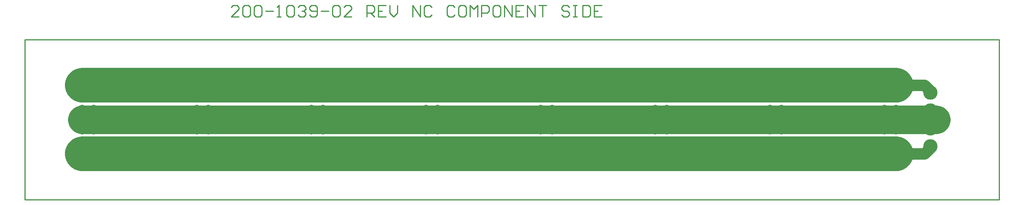
<source format=gtl>
*%FSLAX23Y23*%
*%MOIN*%
G01*
%ADD11C,0.007*%
%ADD12C,0.008*%
%ADD13C,0.010*%
%ADD14C,0.012*%
%ADD15C,0.036*%
%ADD16C,0.056*%
%ADD17C,0.062*%
%ADD18C,0.066*%
%ADD19C,0.068*%
%ADD20C,0.070*%
%ADD21C,0.090*%
%ADD22C,0.100*%
%ADD23C,0.125*%
%ADD24C,0.131*%
%ADD25C,0.250*%
%ADD26R,0.062X0.062*%
%ADD27R,0.068X0.068*%
D13*
X7374Y8652D02*
X7441D01*
X7374D02*
X7441Y8719D01*
Y8735D01*
X7424Y8752D01*
X7391D01*
X7374Y8735D01*
X7474D02*
X7491Y8752D01*
X7524D01*
X7541Y8735D01*
Y8669D01*
X7524Y8652D01*
X7491D01*
X7474Y8669D01*
Y8735D01*
X7574D02*
X7591Y8752D01*
X7624D01*
X7641Y8735D01*
Y8669D01*
X7624Y8652D01*
X7591D01*
X7574Y8669D01*
Y8735D01*
X7674Y8702D02*
X7741D01*
X7774Y8652D02*
X7807D01*
X7791D01*
Y8752D01*
X7792D01*
X7791D02*
X7774Y8735D01*
X7857D02*
X7874Y8752D01*
X7907D01*
X7924Y8735D01*
Y8669D01*
X7907Y8652D01*
X7874D01*
X7857Y8669D01*
Y8735D01*
X7957D02*
X7974Y8752D01*
X8007D01*
X8024Y8735D01*
Y8719D01*
X8025D01*
X8024D02*
X8025D01*
X8024D02*
X8025D01*
X8024D02*
X8007Y8702D01*
X7990D01*
X8007D01*
X8024Y8685D01*
Y8669D01*
X8007Y8652D01*
X7974D01*
X7957Y8669D01*
X8057D02*
X8074Y8652D01*
X8107D01*
X8124Y8669D01*
Y8735D01*
X8107Y8752D01*
X8074D01*
X8057Y8735D01*
Y8719D01*
X8074Y8702D01*
X8124D01*
X8157D02*
X8224D01*
X8257Y8735D02*
X8274Y8752D01*
X8307D01*
X8324Y8735D01*
Y8669D01*
X8307Y8652D01*
X8274D01*
X8257Y8669D01*
Y8735D01*
X8357Y8652D02*
X8424D01*
X8357D02*
X8424Y8719D01*
Y8735D01*
X8407Y8752D01*
X8374D01*
X8357Y8735D01*
X8557Y8752D02*
Y8652D01*
Y8752D02*
X8607D01*
X8624Y8735D01*
Y8702D01*
X8607Y8685D01*
X8557D01*
X8590D02*
X8624Y8652D01*
X8657Y8752D02*
X8724D01*
X8657D02*
Y8652D01*
X8724D01*
X8690Y8702D02*
X8657D01*
X8757Y8685D02*
Y8752D01*
Y8685D02*
X8790Y8652D01*
X8824Y8685D01*
Y8752D01*
X8957D02*
Y8652D01*
X9023D02*
X8957Y8752D01*
X9023D02*
Y8652D01*
X9123Y8735D02*
X9107Y8752D01*
X9073D01*
X9057Y8735D01*
Y8669D01*
X9073Y8652D01*
X9107D01*
X9123Y8669D01*
X9307Y8752D02*
X9323Y8735D01*
X9307Y8752D02*
X9273D01*
X9257Y8735D01*
Y8669D01*
X9273Y8652D01*
X9307D01*
X9323Y8669D01*
X9373Y8752D02*
X9407D01*
X9373D02*
X9357Y8735D01*
Y8669D01*
X9373Y8652D01*
X9407D01*
X9423Y8669D01*
Y8735D01*
X9407Y8752D01*
X9457D02*
Y8652D01*
X9490Y8719D02*
X9457Y8752D01*
X9490Y8719D02*
X9523Y8752D01*
Y8652D01*
X9557D02*
Y8752D01*
X9607D01*
X9623Y8735D01*
Y8702D01*
X9607Y8685D01*
X9557D01*
X9673Y8752D02*
X9707D01*
X9673D02*
X9657Y8735D01*
Y8669D01*
X9673Y8652D01*
X9707D01*
X9723Y8669D01*
Y8735D01*
X9707Y8752D01*
X9757D02*
Y8652D01*
X9823D02*
X9757Y8752D01*
X9823D02*
Y8652D01*
X9857Y8752D02*
X9923D01*
X9857D02*
Y8652D01*
X9923D01*
X9890Y8702D02*
X9857D01*
X9956Y8652D02*
Y8752D01*
X10023Y8652D01*
Y8752D01*
X10056D02*
X10123D01*
X10090D01*
Y8652D01*
X10306Y8752D02*
X10323Y8735D01*
X10306Y8752D02*
X10273D01*
X10256Y8735D01*
Y8719D01*
X10273Y8702D01*
X10306D01*
X10323Y8685D01*
Y8669D01*
X10306Y8652D01*
X10273D01*
X10256Y8669D01*
X10356Y8752D02*
X10390D01*
X10373D01*
Y8652D01*
X10356D01*
X10390D01*
X10440D02*
Y8752D01*
Y8652D02*
X10490D01*
X10506Y8669D01*
Y8735D01*
X10490Y8752D01*
X10440D01*
X10540D02*
X10606D01*
X10540D02*
Y8652D01*
X10606D01*
X10573Y8702D02*
X10540D01*
X14074Y7052D02*
X5574D01*
Y8452D02*
X14074D01*
Y7052D01*
X5574D02*
Y8452D01*
D14*
X6074Y7596D02*
X13124D01*
X13127Y7596D01*
X13130Y7596D01*
X13133Y7596D01*
X13136Y7596D01*
X13139Y7595D01*
X13142Y7595D01*
X13145Y7595D01*
X13148Y7594D01*
X13150Y7594D01*
X13153Y7593D01*
X13156Y7592D01*
X13159Y7592D01*
X13162Y7591D01*
X13165Y7590D01*
X13168Y7589D01*
X13170Y7588D01*
X13173Y7587D01*
X13176Y7586D01*
X13179Y7585D01*
X13181Y7584D01*
X13184Y7583D01*
X13187Y7582D01*
X13190Y7580D01*
X13192Y7579D01*
X13195Y7577D01*
X13197Y7576D01*
X13200Y7574D01*
X13202Y7573D01*
X13205Y7571D01*
X13207Y7570D01*
X13210Y7568D01*
X13212Y7566D01*
X13214Y7564D01*
X13217Y7562D01*
X13219Y7560D01*
X13221Y7558D01*
X13223Y7556D01*
X13225Y7554D01*
X13227Y7552D01*
X13229Y7550D01*
X13231Y7548D01*
X13233Y7546D01*
X13235Y7543D01*
X13237Y7541D01*
X13239Y7539D01*
X13241Y7536D01*
X13242Y7534D01*
X13244Y7532D01*
X13246Y7529D01*
X13247Y7527D01*
X13249Y7524D01*
X13250Y7521D01*
X13252Y7519D01*
X13253Y7516D01*
X13254Y7514D01*
X13255Y7511D01*
X13257Y7508D01*
X13258Y7505D01*
X13259Y7503D01*
X13260Y7500D01*
X13261Y7497D01*
X13262Y7494D01*
X13263Y7491D01*
X13263Y7489D01*
X13264Y7486D01*
X13265Y7483D01*
X13265Y7480D01*
X13266Y7477D01*
X13266Y7474D01*
X13267Y7471D01*
X13267Y7468D01*
X13267Y7465D01*
X13268Y7462D01*
X13268Y7459D01*
X13268Y7456D01*
X13268Y7453D01*
Y7451D01*
X13268Y7448D01*
X13268Y7445D01*
X13268Y7442D01*
X13267Y7439D01*
X13267Y7436D01*
X13267Y7433D01*
X13266Y7430D01*
X13266Y7427D01*
X13265Y7424D01*
X13265Y7421D01*
X13264Y7418D01*
X13263Y7415D01*
X13263Y7413D01*
X13262Y7410D01*
X13261Y7407D01*
X13260Y7404D01*
X13259Y7401D01*
X13258Y7399D01*
X13257Y7396D01*
X13255Y7393D01*
X13254Y7390D01*
X13253Y7388D01*
X13252Y7385D01*
X13250Y7383D01*
X13249Y7380D01*
X13247Y7377D01*
X13246Y7375D01*
X13244Y7372D01*
X13242Y7370D01*
X13241Y7368D01*
X13239Y7365D01*
X13237Y7363D01*
X13235Y7361D01*
X13233Y7358D01*
X13231Y7356D01*
X13229Y7354D01*
X13227Y7352D01*
X13225Y7350D01*
X13223Y7348D01*
X13221Y7346D01*
X13219Y7344D01*
X13217Y7342D01*
X13214Y7340D01*
X13212Y7338D01*
X13210Y7336D01*
X13207Y7334D01*
X13205Y7333D01*
X13202Y7331D01*
X13200Y7330D01*
X13197Y7328D01*
X13195Y7327D01*
X13192Y7325D01*
X13190Y7324D01*
X13187Y7322D01*
X13184Y7321D01*
X13181Y7320D01*
X13179Y7319D01*
X13176Y7318D01*
X13173Y7317D01*
X13170Y7316D01*
X13168Y7315D01*
X13165Y7314D01*
X13162Y7313D01*
X13159Y7312D01*
X13156Y7312D01*
X13153Y7311D01*
X13150Y7310D01*
X13148Y7310D01*
X13145Y7309D01*
X13142Y7309D01*
X13139Y7309D01*
X13136Y7308D01*
X13133Y7308D01*
X13130Y7308D01*
X13127Y7308D01*
X13124Y7308D01*
X6074D01*
X6071Y7308D01*
X6068Y7308D01*
X6065Y7308D01*
X6062Y7308D01*
X6059Y7309D01*
X6056Y7309D01*
X6053Y7309D01*
X6050Y7310D01*
X6048Y7310D01*
X6045Y7311D01*
X6042Y7312D01*
X6039Y7312D01*
X6036Y7313D01*
X6033Y7314D01*
X6030Y7315D01*
X6028Y7316D01*
X6025Y7317D01*
X6022Y7318D01*
X6019Y7319D01*
X6017Y7320D01*
X6014Y7321D01*
X6011Y7322D01*
X6008Y7324D01*
X6006Y7325D01*
X6003Y7327D01*
X6001Y7328D01*
X5998Y7330D01*
X5996Y7331D01*
X5993Y7333D01*
X5991Y7334D01*
X5988Y7336D01*
X5986Y7338D01*
X5984Y7340D01*
X5981Y7342D01*
X5979Y7344D01*
X5977Y7346D01*
X5975Y7348D01*
X5973Y7350D01*
X5971Y7352D01*
X5969Y7354D01*
X5967Y7356D01*
X5965Y7358D01*
X5963Y7361D01*
X5961Y7363D01*
X5959Y7365D01*
X5957Y7368D01*
X5956Y7370D01*
X5954Y7372D01*
X5952Y7375D01*
X5951Y7377D01*
X5949Y7380D01*
X5948Y7383D01*
X5946Y7385D01*
X5945Y7388D01*
X5944Y7390D01*
X5943Y7393D01*
X5941Y7396D01*
X5940Y7399D01*
X5939Y7401D01*
X5938Y7404D01*
X5937Y7407D01*
X5936Y7410D01*
X5935Y7413D01*
X5935Y7415D01*
X5934Y7418D01*
X5933Y7421D01*
X5933Y7424D01*
X5932Y7427D01*
X5932Y7430D01*
X5931Y7433D01*
X5931Y7436D01*
X5931Y7439D01*
X5930Y7442D01*
X5930Y7445D01*
X5930Y7448D01*
X5930Y7451D01*
Y7453D01*
X5930Y7456D01*
X5930Y7459D01*
X5930Y7462D01*
X5931Y7465D01*
X5931Y7468D01*
X5931Y7471D01*
X5932Y7474D01*
X5932Y7477D01*
X5933Y7480D01*
X5933Y7483D01*
X5934Y7486D01*
X5935Y7489D01*
X5935Y7491D01*
X5936Y7494D01*
X5937Y7497D01*
X5938Y7500D01*
X5939Y7503D01*
X5940Y7505D01*
X5941Y7508D01*
X5943Y7511D01*
X5944Y7514D01*
X5945Y7516D01*
X5946Y7519D01*
X5948Y7521D01*
X5949Y7524D01*
X5951Y7527D01*
X5952Y7529D01*
X5954Y7532D01*
X5956Y7534D01*
X5957Y7536D01*
X5959Y7539D01*
X5961Y7541D01*
X5963Y7543D01*
X5965Y7546D01*
X5967Y7548D01*
X5969Y7550D01*
X5971Y7552D01*
X5973Y7554D01*
X5975Y7556D01*
X5977Y7558D01*
X5979Y7560D01*
X5981Y7562D01*
X5984Y7564D01*
X5986Y7566D01*
X5988Y7568D01*
X5991Y7570D01*
X5993Y7571D01*
X5996Y7573D01*
X5998Y7574D01*
X6001Y7576D01*
X6003Y7577D01*
X6006Y7579D01*
X6008Y7580D01*
X6011Y7582D01*
X6014Y7583D01*
X6017Y7584D01*
X6019Y7585D01*
X6022Y7586D01*
X6025Y7587D01*
X6028Y7588D01*
X6030Y7589D01*
X6033Y7590D01*
X6036Y7591D01*
X6039Y7592D01*
X6042Y7592D01*
X6045Y7593D01*
X6048Y7594D01*
X6050Y7594D01*
X6053Y7595D01*
X6056Y7595D01*
X6059Y7595D01*
X6062Y7596D01*
X6065Y7596D01*
X6068Y7596D01*
X6071Y7596D01*
X6074Y7596D01*
Y7586D02*
X13124D01*
X13127Y7586D01*
X13130Y7586D01*
X13133Y7586D01*
X13136Y7585D01*
X13139Y7585D01*
X13142Y7585D01*
X13145Y7584D01*
X13148Y7584D01*
X13151Y7583D01*
X13154Y7583D01*
X13157Y7582D01*
X13159Y7581D01*
X13162Y7580D01*
X13165Y7580D01*
X13168Y7579D01*
X13171Y7578D01*
X13174Y7577D01*
X13176Y7575D01*
X13179Y7574D01*
X13182Y7573D01*
X13184Y7572D01*
X13187Y7570D01*
X13190Y7569D01*
X13192Y7567D01*
X13195Y7566D01*
X13197Y7564D01*
X13200Y7562D01*
X13202Y7561D01*
X13205Y7559D01*
X13207Y7557D01*
X13209Y7555D01*
X13212Y7553D01*
X13214Y7551D01*
X13216Y7549D01*
X13218Y7547D01*
X13220Y7545D01*
X13222Y7543D01*
X13224Y7541D01*
X13226Y7539D01*
X13228Y7536D01*
X13230Y7534D01*
X13232Y7531D01*
X13234Y7529D01*
X13235Y7527D01*
X13237Y7524D01*
X13239Y7522D01*
X13240Y7519D01*
X13242Y7516D01*
X13243Y7514D01*
X13244Y7511D01*
X13246Y7508D01*
X13247Y7506D01*
X13248Y7503D01*
X13249Y7500D01*
X13250Y7497D01*
X13251Y7495D01*
X13252Y7492D01*
X13253Y7489D01*
X13254Y7486D01*
X13254Y7483D01*
X13255Y7480D01*
X13256Y7477D01*
X13256Y7474D01*
X13257Y7471D01*
X13257Y7468D01*
X13257Y7465D01*
X13258Y7462D01*
X13258Y7459D01*
X13258Y7456D01*
X13258Y7453D01*
Y7451D01*
X13258Y7448D01*
X13258Y7445D01*
X13258Y7442D01*
X13257Y7439D01*
X13257Y7436D01*
X13257Y7433D01*
X13256Y7430D01*
X13256Y7427D01*
X13255Y7424D01*
X13254Y7421D01*
X13254Y7418D01*
X13253Y7415D01*
X13252Y7412D01*
X13251Y7409D01*
X13250Y7407D01*
X13249Y7404D01*
X13248Y7401D01*
X13247Y7398D01*
X13246Y7396D01*
X13244Y7393D01*
X13243Y7390D01*
X13242Y7388D01*
X13240Y7385D01*
X13239Y7382D01*
X13237Y7380D01*
X13235Y7377D01*
X13234Y7375D01*
X13232Y7373D01*
X13230Y7370D01*
X13228Y7368D01*
X13226Y7365D01*
X13224Y7363D01*
X13222Y7361D01*
X13220Y7359D01*
X13218Y7357D01*
X13216Y7355D01*
X13214Y7353D01*
X13212Y7351D01*
X13209Y7349D01*
X13207Y7347D01*
X13205Y7345D01*
X13202Y7343D01*
X13200Y7342D01*
X13197Y7340D01*
X13195Y7338D01*
X13192Y7337D01*
X13190Y7335D01*
X13187Y7334D01*
X13184Y7332D01*
X13182Y7331D01*
X13179Y7330D01*
X13176Y7329D01*
X13174Y7327D01*
X13171Y7326D01*
X13168Y7325D01*
X13165Y7324D01*
X13162Y7324D01*
X13159Y7323D01*
X13157Y7322D01*
X13154Y7321D01*
X13151Y7321D01*
X13148Y7320D01*
X13145Y7320D01*
X13142Y7319D01*
X13139Y7319D01*
X13136Y7319D01*
X13133Y7318D01*
X13130Y7318D01*
X13127Y7318D01*
X13124Y7318D01*
X6074D01*
X6071Y7318D01*
X6068Y7318D01*
X6065Y7318D01*
X6062Y7319D01*
X6059Y7319D01*
X6056Y7319D01*
X6053Y7320D01*
X6050Y7320D01*
X6047Y7321D01*
X6044Y7321D01*
X6041Y7322D01*
X6039Y7323D01*
X6036Y7324D01*
X6033Y7324D01*
X6030Y7325D01*
X6027Y7326D01*
X6024Y7327D01*
X6022Y7329D01*
X6019Y7330D01*
X6016Y7331D01*
X6014Y7332D01*
X6011Y7334D01*
X6008Y7335D01*
X6006Y7337D01*
X6003Y7338D01*
X6001Y7340D01*
X5998Y7342D01*
X5996Y7343D01*
X5993Y7345D01*
X5991Y7347D01*
X5989Y7349D01*
X5986Y7351D01*
X5984Y7353D01*
X5982Y7355D01*
X5980Y7357D01*
X5978Y7359D01*
X5976Y7361D01*
X5974Y7363D01*
X5972Y7365D01*
X5970Y7368D01*
X5968Y7370D01*
X5966Y7373D01*
X5964Y7375D01*
X5963Y7377D01*
X5961Y7380D01*
X5959Y7382D01*
X5958Y7385D01*
X5956Y7388D01*
X5955Y7390D01*
X5954Y7393D01*
X5952Y7396D01*
X5951Y7398D01*
X5950Y7401D01*
X5949Y7404D01*
X5948Y7407D01*
X5947Y7409D01*
X5946Y7412D01*
X5945Y7415D01*
X5944Y7418D01*
X5944Y7421D01*
X5943Y7424D01*
X5942Y7427D01*
X5942Y7430D01*
X5941Y7433D01*
X5941Y7436D01*
X5941Y7439D01*
X5940Y7442D01*
X5940Y7445D01*
X5940Y7448D01*
X5940Y7451D01*
Y7453D01*
X5940Y7456D01*
X5940Y7459D01*
X5940Y7462D01*
X5941Y7465D01*
X5941Y7468D01*
X5941Y7471D01*
X5942Y7474D01*
X5942Y7477D01*
X5943Y7480D01*
X5944Y7483D01*
X5944Y7486D01*
X5945Y7489D01*
X5946Y7492D01*
X5947Y7495D01*
X5948Y7497D01*
X5949Y7500D01*
X5950Y7503D01*
X5951Y7506D01*
X5952Y7508D01*
X5954Y7511D01*
X5955Y7514D01*
X5956Y7516D01*
X5958Y7519D01*
X5959Y7522D01*
X5961Y7524D01*
X5963Y7527D01*
X5964Y7529D01*
X5966Y7531D01*
X5968Y7534D01*
X5970Y7536D01*
X5972Y7539D01*
X5974Y7541D01*
X5976Y7543D01*
X5978Y7545D01*
X5980Y7547D01*
X5982Y7549D01*
X5984Y7551D01*
X5986Y7553D01*
X5989Y7555D01*
X5991Y7557D01*
X5993Y7559D01*
X5996Y7561D01*
X5998Y7562D01*
X6001Y7564D01*
X6003Y7566D01*
X6006Y7567D01*
X6008Y7569D01*
X6011Y7570D01*
X6014Y7572D01*
X6016Y7573D01*
X6019Y7574D01*
X6022Y7575D01*
X6024Y7577D01*
X6027Y7578D01*
X6030Y7579D01*
X6033Y7580D01*
X6036Y7580D01*
X6039Y7581D01*
X6041Y7582D01*
X6044Y7583D01*
X6047Y7583D01*
X6050Y7584D01*
X6053Y7584D01*
X6056Y7585D01*
X6059Y7585D01*
X6062Y7585D01*
X6065Y7586D01*
X6068Y7586D01*
X6071Y7586D01*
X6074Y7586D01*
Y7576D02*
X13124D01*
X13127Y7576D01*
X13130Y7576D01*
X13133Y7576D01*
X13136Y7575D01*
X13139Y7575D01*
X13142Y7575D01*
X13145Y7574D01*
X13148Y7574D01*
X13151Y7573D01*
X13154Y7572D01*
X13157Y7572D01*
X13160Y7571D01*
X13163Y7570D01*
X13165Y7569D01*
X13168Y7568D01*
X13171Y7567D01*
X13174Y7566D01*
X13177Y7564D01*
X13179Y7563D01*
X13182Y7562D01*
X13185Y7560D01*
X13187Y7559D01*
X13190Y7557D01*
X13192Y7555D01*
X13195Y7554D01*
X13197Y7552D01*
X13200Y7550D01*
X13202Y7548D01*
X13204Y7546D01*
X13207Y7544D01*
X13209Y7542D01*
X13211Y7540D01*
X13213Y7538D01*
X13215Y7536D01*
X13217Y7534D01*
X13219Y7531D01*
X13221Y7529D01*
X13223Y7527D01*
X13225Y7524D01*
X13227Y7522D01*
X13228Y7519D01*
X13230Y7517D01*
X13231Y7514D01*
X13233Y7511D01*
X13234Y7509D01*
X13236Y7506D01*
X13237Y7503D01*
X13238Y7500D01*
X13239Y7498D01*
X13240Y7495D01*
X13241Y7492D01*
X13242Y7489D01*
X13243Y7486D01*
X13244Y7483D01*
X13245Y7480D01*
X13245Y7477D01*
X13246Y7475D01*
X13246Y7472D01*
X13247Y7469D01*
X13247Y7466D01*
X13248Y7463D01*
X13248Y7460D01*
X13248Y7457D01*
X13248Y7454D01*
Y7450D01*
X13248Y7447D01*
X13248Y7444D01*
X13248Y7441D01*
X13247Y7438D01*
X13247Y7435D01*
X13246Y7432D01*
X13246Y7429D01*
X13245Y7427D01*
X13245Y7424D01*
X13244Y7421D01*
X13243Y7418D01*
X13242Y7415D01*
X13241Y7412D01*
X13240Y7409D01*
X13239Y7406D01*
X13238Y7404D01*
X13237Y7401D01*
X13236Y7398D01*
X13234Y7395D01*
X13233Y7393D01*
X13231Y7390D01*
X13230Y7387D01*
X13228Y7385D01*
X13227Y7382D01*
X13225Y7380D01*
X13223Y7377D01*
X13221Y7375D01*
X13219Y7373D01*
X13217Y7370D01*
X13215Y7368D01*
X13213Y7366D01*
X13211Y7364D01*
X13209Y7362D01*
X13207Y7360D01*
X13204Y7358D01*
X13202Y7356D01*
X13200Y7354D01*
X13197Y7352D01*
X13195Y7350D01*
X13192Y7349D01*
X13190Y7347D01*
X13187Y7345D01*
X13185Y7344D01*
X13182Y7342D01*
X13179Y7341D01*
X13177Y7340D01*
X13174Y7338D01*
X13171Y7337D01*
X13168Y7336D01*
X13165Y7335D01*
X13163Y7334D01*
X13160Y7333D01*
X13157Y7332D01*
X13154Y7332D01*
X13151Y7331D01*
X13148Y7330D01*
X13145Y7330D01*
X13142Y7329D01*
X13139Y7329D01*
X13136Y7329D01*
X13133Y7328D01*
X13130Y7328D01*
X13127Y7328D01*
X13124Y7328D01*
X6074D01*
X6071Y7328D01*
X6068Y7328D01*
X6065Y7328D01*
X6062Y7329D01*
X6059Y7329D01*
X6056Y7329D01*
X6053Y7330D01*
X6050Y7330D01*
X6047Y7331D01*
X6044Y7332D01*
X6041Y7332D01*
X6038Y7333D01*
X6035Y7334D01*
X6033Y7335D01*
X6030Y7336D01*
X6027Y7337D01*
X6024Y7338D01*
X6021Y7340D01*
X6019Y7341D01*
X6016Y7342D01*
X6013Y7344D01*
X6011Y7345D01*
X6008Y7347D01*
X6006Y7349D01*
X6003Y7350D01*
X6001Y7352D01*
X5998Y7354D01*
X5996Y7356D01*
X5994Y7358D01*
X5991Y7360D01*
X5989Y7362D01*
X5987Y7364D01*
X5985Y7366D01*
X5983Y7368D01*
X5981Y7370D01*
X5979Y7373D01*
X5977Y7375D01*
X5975Y7377D01*
X5973Y7380D01*
X5971Y7382D01*
X5970Y7385D01*
X5968Y7387D01*
X5967Y7390D01*
X5965Y7393D01*
X5964Y7395D01*
X5962Y7398D01*
X5961Y7401D01*
X5960Y7404D01*
X5959Y7406D01*
X5958Y7409D01*
X5957Y7412D01*
X5956Y7415D01*
X5955Y7418D01*
X5954Y7421D01*
X5953Y7424D01*
X5953Y7427D01*
X5952Y7429D01*
X5952Y7432D01*
X5951Y7435D01*
X5951Y7438D01*
X5950Y7441D01*
X5950Y7444D01*
X5950Y7447D01*
X5950Y7450D01*
Y7454D01*
X5950Y7457D01*
X5950Y7460D01*
X5950Y7463D01*
X5951Y7466D01*
X5951Y7469D01*
X5952Y7472D01*
X5952Y7475D01*
X5953Y7477D01*
X5953Y7480D01*
X5954Y7483D01*
X5955Y7486D01*
X5956Y7489D01*
X5957Y7492D01*
X5958Y7495D01*
X5959Y7498D01*
X5960Y7500D01*
X5961Y7503D01*
X5962Y7506D01*
X5964Y7509D01*
X5965Y7511D01*
X5967Y7514D01*
X5968Y7517D01*
X5970Y7519D01*
X5971Y7522D01*
X5973Y7524D01*
X5975Y7527D01*
X5977Y7529D01*
X5979Y7531D01*
X5981Y7534D01*
X5983Y7536D01*
X5985Y7538D01*
X5987Y7540D01*
X5989Y7542D01*
X5991Y7544D01*
X5994Y7546D01*
X5996Y7548D01*
X5998Y7550D01*
X6001Y7552D01*
X6003Y7554D01*
X6006Y7555D01*
X6008Y7557D01*
X6011Y7559D01*
X6013Y7560D01*
X6016Y7562D01*
X6019Y7563D01*
X6021Y7564D01*
X6024Y7566D01*
X6027Y7567D01*
X6030Y7568D01*
X6033Y7569D01*
X6035Y7570D01*
X6038Y7571D01*
X6041Y7572D01*
X6044Y7572D01*
X6047Y7573D01*
X6050Y7574D01*
X6053Y7574D01*
X6056Y7575D01*
X6059Y7575D01*
X6062Y7575D01*
X6065Y7576D01*
X6068Y7576D01*
X6071Y7576D01*
X6074Y7576D01*
Y7566D02*
X13124D01*
X13127Y7566D01*
X13130Y7566D01*
X13133Y7566D01*
X13136Y7565D01*
X13139Y7565D01*
X13141Y7565D01*
X13144Y7564D01*
X13147Y7564D01*
X13150Y7563D01*
X13153Y7562D01*
X13156Y7562D01*
X13158Y7561D01*
X13161Y7560D01*
X13164Y7559D01*
X13167Y7558D01*
X13169Y7557D01*
X13172Y7555D01*
X13175Y7554D01*
X13177Y7553D01*
X13180Y7551D01*
X13182Y7550D01*
X13185Y7548D01*
X13187Y7547D01*
X13190Y7545D01*
X13192Y7544D01*
X13194Y7542D01*
X13197Y7540D01*
X13199Y7538D01*
X13201Y7536D01*
X13203Y7534D01*
X13205Y7532D01*
X13207Y7530D01*
X13209Y7528D01*
X13211Y7526D01*
X13213Y7523D01*
X13215Y7521D01*
X13216Y7519D01*
X13218Y7516D01*
X13220Y7514D01*
X13221Y7512D01*
X13223Y7509D01*
X13224Y7506D01*
X13226Y7504D01*
X13227Y7501D01*
X13228Y7499D01*
X13229Y7496D01*
X13230Y7493D01*
X13231Y7491D01*
X13232Y7488D01*
X13233Y7485D01*
X13234Y7482D01*
X13235Y7479D01*
X13235Y7477D01*
X13236Y7474D01*
X13236Y7471D01*
X13237Y7468D01*
X13237Y7465D01*
X13238Y7462D01*
X13238Y7459D01*
X13238Y7456D01*
X13238Y7453D01*
Y7451D01*
X13238Y7448D01*
X13238Y7445D01*
X13238Y7442D01*
X13237Y7439D01*
X13237Y7436D01*
X13236Y7433D01*
X13236Y7430D01*
X13235Y7427D01*
X13235Y7425D01*
X13234Y7422D01*
X13233Y7419D01*
X13232Y7416D01*
X13231Y7413D01*
X13230Y7411D01*
X13229Y7408D01*
X13228Y7405D01*
X13227Y7403D01*
X13226Y7400D01*
X13224Y7398D01*
X13223Y7395D01*
X13221Y7392D01*
X13220Y7390D01*
X13218Y7388D01*
X13216Y7385D01*
X13215Y7383D01*
X13213Y7381D01*
X13211Y7378D01*
X13209Y7376D01*
X13207Y7374D01*
X13205Y7372D01*
X13203Y7370D01*
X13201Y7368D01*
X13199Y7366D01*
X13197Y7364D01*
X13194Y7362D01*
X13192Y7360D01*
X13190Y7359D01*
X13187Y7357D01*
X13185Y7356D01*
X13182Y7354D01*
X13180Y7353D01*
X13177Y7351D01*
X13175Y7350D01*
X13172Y7349D01*
X13169Y7347D01*
X13167Y7346D01*
X13164Y7345D01*
X13161Y7344D01*
X13158Y7343D01*
X13156Y7342D01*
X13153Y7342D01*
X13150Y7341D01*
X13147Y7340D01*
X13144Y7340D01*
X13141Y7339D01*
X13139Y7339D01*
X13136Y7339D01*
X13133Y7338D01*
X13130Y7338D01*
X13127Y7338D01*
X13124Y7338D01*
X6074D01*
X6071Y7338D01*
X6068Y7338D01*
X6065Y7338D01*
X6062Y7339D01*
X6059Y7339D01*
X6057Y7339D01*
X6054Y7340D01*
X6051Y7340D01*
X6048Y7341D01*
X6045Y7342D01*
X6042Y7342D01*
X6040Y7343D01*
X6037Y7344D01*
X6034Y7345D01*
X6031Y7346D01*
X6029Y7347D01*
X6026Y7349D01*
X6023Y7350D01*
X6021Y7351D01*
X6018Y7353D01*
X6016Y7354D01*
X6013Y7356D01*
X6011Y7357D01*
X6008Y7359D01*
X6006Y7360D01*
X6004Y7362D01*
X6001Y7364D01*
X5999Y7366D01*
X5997Y7368D01*
X5995Y7370D01*
X5993Y7372D01*
X5991Y7374D01*
X5989Y7376D01*
X5987Y7378D01*
X5985Y7381D01*
X5983Y7383D01*
X5982Y7385D01*
X5980Y7388D01*
X5978Y7390D01*
X5977Y7392D01*
X5975Y7395D01*
X5974Y7398D01*
X5972Y7400D01*
X5971Y7403D01*
X5970Y7405D01*
X5969Y7408D01*
X5968Y7411D01*
X5967Y7413D01*
X5966Y7416D01*
X5965Y7419D01*
X5964Y7422D01*
X5963Y7425D01*
X5963Y7427D01*
X5962Y7430D01*
X5962Y7433D01*
X5961Y7436D01*
X5961Y7439D01*
X5960Y7442D01*
X5960Y7445D01*
X5960Y7448D01*
X5960Y7451D01*
Y7453D01*
X5960Y7456D01*
X5960Y7459D01*
X5960Y7462D01*
X5961Y7465D01*
X5961Y7468D01*
X5962Y7471D01*
X5962Y7474D01*
X5963Y7477D01*
X5963Y7479D01*
X5964Y7482D01*
X5965Y7485D01*
X5966Y7488D01*
X5967Y7491D01*
X5968Y7493D01*
X5969Y7496D01*
X5970Y7499D01*
X5971Y7501D01*
X5972Y7504D01*
X5974Y7506D01*
X5975Y7509D01*
X5977Y7512D01*
X5978Y7514D01*
X5980Y7516D01*
X5982Y7519D01*
X5983Y7521D01*
X5985Y7523D01*
X5987Y7526D01*
X5989Y7528D01*
X5991Y7530D01*
X5993Y7532D01*
X5995Y7534D01*
X5997Y7536D01*
X5999Y7538D01*
X6001Y7540D01*
X6004Y7542D01*
X6006Y7544D01*
X6008Y7545D01*
X6011Y7547D01*
X6013Y7548D01*
X6016Y7550D01*
X6018Y7551D01*
X6021Y7553D01*
X6023Y7554D01*
X6026Y7555D01*
X6029Y7557D01*
X6031Y7558D01*
X6034Y7559D01*
X6037Y7560D01*
X6040Y7561D01*
X6042Y7562D01*
X6045Y7562D01*
X6048Y7563D01*
X6051Y7564D01*
X6054Y7564D01*
X6057Y7565D01*
X6059Y7565D01*
X6062Y7565D01*
X6065Y7566D01*
X6068Y7566D01*
X6071Y7566D01*
X6074Y7566D01*
Y7556D02*
X13124D01*
X13127Y7556D01*
X13130Y7556D01*
X13133Y7556D01*
X13136Y7555D01*
X13139Y7555D01*
X13142Y7555D01*
X13144Y7554D01*
X13147Y7553D01*
X13150Y7553D01*
X13153Y7552D01*
X13156Y7551D01*
X13159Y7550D01*
X13161Y7549D01*
X13164Y7548D01*
X13167Y7547D01*
X13170Y7546D01*
X13172Y7544D01*
X13175Y7543D01*
X13177Y7541D01*
X13180Y7540D01*
X13182Y7538D01*
X13185Y7536D01*
X13187Y7535D01*
X13189Y7533D01*
X13192Y7531D01*
X13194Y7529D01*
X13196Y7527D01*
X13198Y7525D01*
X13200Y7523D01*
X13202Y7521D01*
X13204Y7518D01*
X13206Y7516D01*
X13208Y7514D01*
X13209Y7511D01*
X13211Y7509D01*
X13213Y7507D01*
X13214Y7504D01*
X13216Y7501D01*
X13217Y7499D01*
X13218Y7496D01*
X13219Y7493D01*
X13221Y7491D01*
X13222Y7488D01*
X13223Y7485D01*
X13223Y7482D01*
X13224Y7480D01*
X13225Y7477D01*
X13226Y7474D01*
X13226Y7471D01*
X13227Y7468D01*
X13227Y7465D01*
X13227Y7462D01*
X13228Y7459D01*
X13228Y7456D01*
X13228Y7453D01*
Y7451D01*
X13228Y7448D01*
X13228Y7445D01*
X13227Y7442D01*
X13227Y7439D01*
X13227Y7436D01*
X13226Y7433D01*
X13226Y7430D01*
X13225Y7427D01*
X13224Y7424D01*
X13223Y7422D01*
X13223Y7419D01*
X13222Y7416D01*
X13221Y7413D01*
X13219Y7411D01*
X13218Y7408D01*
X13217Y7405D01*
X13216Y7403D01*
X13214Y7400D01*
X13213Y7397D01*
X13211Y7395D01*
X13209Y7393D01*
X13208Y7390D01*
X13206Y7388D01*
X13204Y7386D01*
X13202Y7383D01*
X13200Y7381D01*
X13198Y7379D01*
X13196Y7377D01*
X13194Y7375D01*
X13192Y7373D01*
X13189Y7371D01*
X13187Y7369D01*
X13185Y7368D01*
X13182Y7366D01*
X13180Y7364D01*
X13177Y7363D01*
X13175Y7361D01*
X13172Y7360D01*
X13170Y7358D01*
X13167Y7357D01*
X13164Y7356D01*
X13161Y7355D01*
X13159Y7354D01*
X13156Y7353D01*
X13153Y7352D01*
X13150Y7351D01*
X13147Y7351D01*
X13144Y7350D01*
X13142Y7349D01*
X13139Y7349D01*
X13136Y7349D01*
X13133Y7348D01*
X13130Y7348D01*
X13127Y7348D01*
X13124Y7348D01*
X6074D01*
X6071Y7348D01*
X6068Y7348D01*
X6065Y7348D01*
X6062Y7349D01*
X6059Y7349D01*
X6056Y7349D01*
X6054Y7350D01*
X6051Y7351D01*
X6048Y7351D01*
X6045Y7352D01*
X6042Y7353D01*
X6039Y7354D01*
X6037Y7355D01*
X6034Y7356D01*
X6031Y7357D01*
X6028Y7358D01*
X6026Y7360D01*
X6023Y7361D01*
X6021Y7363D01*
X6018Y7364D01*
X6016Y7366D01*
X6013Y7368D01*
X6011Y7369D01*
X6009Y7371D01*
X6006Y7373D01*
X6004Y7375D01*
X6002Y7377D01*
X6000Y7379D01*
X5998Y7381D01*
X5996Y7383D01*
X5994Y7386D01*
X5992Y7388D01*
X5990Y7390D01*
X5989Y7393D01*
X5987Y7395D01*
X5985Y7397D01*
X5984Y7400D01*
X5982Y7403D01*
X5981Y7405D01*
X5980Y7408D01*
X5979Y7411D01*
X5977Y7413D01*
X5976Y7416D01*
X5975Y7419D01*
X5975Y7422D01*
X5974Y7424D01*
X5973Y7427D01*
X5972Y7430D01*
X5972Y7433D01*
X5971Y7436D01*
X5971Y7439D01*
X5971Y7442D01*
X5970Y7445D01*
X5970Y7448D01*
X5970Y7451D01*
Y7453D01*
X5970Y7456D01*
X5970Y7459D01*
X5971Y7462D01*
X5971Y7465D01*
X5971Y7468D01*
X5972Y7471D01*
X5972Y7474D01*
X5973Y7477D01*
X5974Y7480D01*
X5975Y7482D01*
X5975Y7485D01*
X5976Y7488D01*
X5977Y7491D01*
X5979Y7493D01*
X5980Y7496D01*
X5981Y7499D01*
X5982Y7501D01*
X5984Y7504D01*
X5985Y7507D01*
X5987Y7509D01*
X5989Y7511D01*
X5990Y7514D01*
X5992Y7516D01*
X5994Y7518D01*
X5996Y7521D01*
X5998Y7523D01*
X6000Y7525D01*
X6002Y7527D01*
X6004Y7529D01*
X6006Y7531D01*
X6009Y7533D01*
X6011Y7535D01*
X6013Y7536D01*
X6016Y7538D01*
X6018Y7540D01*
X6021Y7541D01*
X6023Y7543D01*
X6026Y7544D01*
X6028Y7546D01*
X6031Y7547D01*
X6034Y7548D01*
X6037Y7549D01*
X6039Y7550D01*
X6042Y7551D01*
X6045Y7552D01*
X6048Y7553D01*
X6051Y7553D01*
X6054Y7554D01*
X6056Y7555D01*
X6059Y7555D01*
X6062Y7555D01*
X6065Y7556D01*
X6068Y7556D01*
X6071Y7556D01*
X6074Y7556D01*
Y7546D02*
X13124D01*
X13127Y7546D01*
X13130Y7546D01*
X13133Y7546D01*
X13136Y7545D01*
X13139Y7545D01*
X13142Y7544D01*
X13145Y7544D01*
X13148Y7543D01*
X13150Y7542D01*
X13153Y7541D01*
X13156Y7540D01*
X13159Y7539D01*
X13162Y7538D01*
X13164Y7537D01*
X13167Y7536D01*
X13170Y7534D01*
X13172Y7533D01*
X13175Y7531D01*
X13177Y7529D01*
X13180Y7528D01*
X13182Y7526D01*
X13184Y7524D01*
X13187Y7522D01*
X13189Y7520D01*
X13191Y7518D01*
X13193Y7516D01*
X13195Y7514D01*
X13197Y7511D01*
X13199Y7509D01*
X13201Y7507D01*
X13202Y7504D01*
X13204Y7502D01*
X13205Y7499D01*
X13207Y7496D01*
X13208Y7494D01*
X13210Y7491D01*
X13211Y7488D01*
X13212Y7486D01*
X13213Y7483D01*
X13214Y7480D01*
X13215Y7477D01*
X13215Y7474D01*
X13216Y7471D01*
X13217Y7468D01*
X13217Y7465D01*
X13217Y7462D01*
X13218Y7459D01*
X13218Y7456D01*
X13218Y7453D01*
Y7451D01*
X13218Y7448D01*
X13218Y7445D01*
X13217Y7442D01*
X13217Y7439D01*
X13217Y7436D01*
X13216Y7433D01*
X13215Y7430D01*
X13215Y7427D01*
X13214Y7424D01*
X13213Y7421D01*
X13212Y7418D01*
X13211Y7416D01*
X13210Y7413D01*
X13208Y7410D01*
X13207Y7408D01*
X13205Y7405D01*
X13204Y7402D01*
X13202Y7400D01*
X13201Y7397D01*
X13199Y7395D01*
X13197Y7393D01*
X13195Y7390D01*
X13193Y7388D01*
X13191Y7386D01*
X13189Y7384D01*
X13187Y7382D01*
X13184Y7380D01*
X13182Y7378D01*
X13180Y7376D01*
X13177Y7375D01*
X13175Y7373D01*
X13172Y7371D01*
X13170Y7370D01*
X13167Y7368D01*
X13164Y7367D01*
X13162Y7366D01*
X13159Y7365D01*
X13156Y7364D01*
X13153Y7363D01*
X13150Y7362D01*
X13148Y7361D01*
X13145Y7360D01*
X13142Y7360D01*
X13139Y7359D01*
X13136Y7359D01*
X13133Y7358D01*
X13130Y7358D01*
X13127Y7358D01*
X13124Y7358D01*
X6074D01*
X6071Y7358D01*
X6068Y7358D01*
X6065Y7358D01*
X6062Y7359D01*
X6059Y7359D01*
X6056Y7360D01*
X6053Y7360D01*
X6050Y7361D01*
X6048Y7362D01*
X6045Y7363D01*
X6042Y7364D01*
X6039Y7365D01*
X6036Y7366D01*
X6034Y7367D01*
X6031Y7368D01*
X6028Y7370D01*
X6026Y7371D01*
X6023Y7373D01*
X6021Y7375D01*
X6018Y7376D01*
X6016Y7378D01*
X6014Y7380D01*
X6011Y7382D01*
X6009Y7384D01*
X6007Y7386D01*
X6005Y7388D01*
X6003Y7390D01*
X6001Y7393D01*
X5999Y7395D01*
X5997Y7397D01*
X5996Y7400D01*
X5994Y7402D01*
X5993Y7405D01*
X5991Y7408D01*
X5990Y7410D01*
X5988Y7413D01*
X5987Y7416D01*
X5986Y7418D01*
X5985Y7421D01*
X5984Y7424D01*
X5983Y7427D01*
X5983Y7430D01*
X5982Y7433D01*
X5981Y7436D01*
X5981Y7439D01*
X5981Y7442D01*
X5980Y7445D01*
X5980Y7448D01*
X5980Y7451D01*
Y7453D01*
X5980Y7456D01*
X5980Y7459D01*
X5981Y7462D01*
X5981Y7465D01*
X5981Y7468D01*
X5982Y7471D01*
X5983Y7474D01*
X5983Y7477D01*
X5984Y7480D01*
X5985Y7483D01*
X5986Y7486D01*
X5987Y7488D01*
X5988Y7491D01*
X5990Y7494D01*
X5991Y7496D01*
X5993Y7499D01*
X5994Y7502D01*
X5996Y7504D01*
X5997Y7507D01*
X5999Y7509D01*
X6001Y7511D01*
X6003Y7514D01*
X6005Y7516D01*
X6007Y7518D01*
X6009Y7520D01*
X6011Y7522D01*
X6014Y7524D01*
X6016Y7526D01*
X6018Y7528D01*
X6021Y7529D01*
X6023Y7531D01*
X6026Y7533D01*
X6028Y7534D01*
X6031Y7536D01*
X6034Y7537D01*
X6036Y7538D01*
X6039Y7539D01*
X6042Y7540D01*
X6045Y7541D01*
X6048Y7542D01*
X6050Y7543D01*
X6053Y7544D01*
X6056Y7544D01*
X6059Y7545D01*
X6062Y7545D01*
X6065Y7546D01*
X6068Y7546D01*
X6071Y7546D01*
X6074Y7546D01*
Y7536D02*
X13124D01*
X13127Y7536D01*
X13130Y7536D01*
X13132Y7536D01*
X13135Y7535D01*
X13138Y7535D01*
X13141Y7534D01*
X13144Y7534D01*
X13146Y7533D01*
X13149Y7532D01*
X13152Y7531D01*
X13154Y7530D01*
X13157Y7529D01*
X13160Y7528D01*
X13162Y7527D01*
X13165Y7525D01*
X13167Y7524D01*
X13170Y7523D01*
X13172Y7521D01*
X13174Y7519D01*
X13177Y7518D01*
X13179Y7516D01*
X13181Y7514D01*
X13183Y7512D01*
X13185Y7510D01*
X13187Y7508D01*
X13189Y7506D01*
X13190Y7503D01*
X13192Y7501D01*
X13194Y7499D01*
X13195Y7496D01*
X13197Y7494D01*
X13198Y7492D01*
X13199Y7489D01*
X13201Y7486D01*
X13202Y7484D01*
X13203Y7481D01*
X13204Y7478D01*
X13205Y7476D01*
X13205Y7473D01*
X13206Y7470D01*
X13207Y7468D01*
X13207Y7465D01*
X13207Y7462D01*
X13208Y7459D01*
X13208Y7456D01*
X13208Y7453D01*
Y7451D01*
X13208Y7448D01*
X13208Y7445D01*
X13207Y7442D01*
X13207Y7439D01*
X13207Y7436D01*
X13206Y7434D01*
X13205Y7431D01*
X13205Y7428D01*
X13204Y7426D01*
X13203Y7423D01*
X13202Y7420D01*
X13201Y7418D01*
X13199Y7415D01*
X13198Y7412D01*
X13197Y7410D01*
X13195Y7408D01*
X13194Y7405D01*
X13192Y7403D01*
X13190Y7401D01*
X13189Y7398D01*
X13187Y7396D01*
X13185Y7394D01*
X13183Y7392D01*
X13181Y7390D01*
X13179Y7388D01*
X13177Y7386D01*
X13174Y7385D01*
X13172Y7383D01*
X13170Y7381D01*
X13167Y7380D01*
X13165Y7379D01*
X13162Y7377D01*
X13160Y7376D01*
X13157Y7375D01*
X13154Y7374D01*
X13152Y7373D01*
X13149Y7372D01*
X13146Y7371D01*
X13144Y7370D01*
X13141Y7370D01*
X13138Y7369D01*
X13135Y7369D01*
X13132Y7368D01*
X13130Y7368D01*
X13127Y7368D01*
X13124Y7368D01*
X6074D01*
X6071Y7368D01*
X6068Y7368D01*
X6066Y7368D01*
X6063Y7369D01*
X6060Y7369D01*
X6057Y7370D01*
X6054Y7370D01*
X6052Y7371D01*
X6049Y7372D01*
X6046Y7373D01*
X6044Y7374D01*
X6041Y7375D01*
X6038Y7376D01*
X6036Y7377D01*
X6033Y7379D01*
X6031Y7380D01*
X6028Y7381D01*
X6026Y7383D01*
X6024Y7385D01*
X6021Y7386D01*
X6019Y7388D01*
X6017Y7390D01*
X6015Y7392D01*
X6013Y7394D01*
X6011Y7396D01*
X6009Y7398D01*
X6008Y7401D01*
X6006Y7403D01*
X6004Y7405D01*
X6003Y7408D01*
X6001Y7410D01*
X6000Y7412D01*
X5999Y7415D01*
X5997Y7418D01*
X5996Y7420D01*
X5995Y7423D01*
X5994Y7426D01*
X5993Y7428D01*
X5993Y7431D01*
X5992Y7434D01*
X5991Y7436D01*
X5991Y7439D01*
X5991Y7442D01*
X5990Y7445D01*
X5990Y7448D01*
X5990Y7451D01*
Y7453D01*
X5990Y7456D01*
X5990Y7459D01*
X5991Y7462D01*
X5991Y7465D01*
X5991Y7468D01*
X5992Y7470D01*
X5993Y7473D01*
X5993Y7476D01*
X5994Y7478D01*
X5995Y7481D01*
X5996Y7484D01*
X5997Y7486D01*
X5999Y7489D01*
X6000Y7492D01*
X6001Y7494D01*
X6003Y7496D01*
X6004Y7499D01*
X6006Y7501D01*
X6008Y7503D01*
X6009Y7506D01*
X6011Y7508D01*
X6013Y7510D01*
X6015Y7512D01*
X6017Y7514D01*
X6019Y7516D01*
X6021Y7518D01*
X6024Y7519D01*
X6026Y7521D01*
X6028Y7523D01*
X6031Y7524D01*
X6033Y7525D01*
X6036Y7527D01*
X6038Y7528D01*
X6041Y7529D01*
X6044Y7530D01*
X6046Y7531D01*
X6049Y7532D01*
X6052Y7533D01*
X6054Y7534D01*
X6057Y7534D01*
X6060Y7535D01*
X6063Y7535D01*
X6066Y7536D01*
X6068Y7536D01*
X6071Y7536D01*
X6074Y7536D01*
Y7526D02*
X13124D01*
X13127Y7526D01*
X13130Y7526D01*
X13133Y7526D01*
X13135Y7525D01*
X13138Y7525D01*
X13141Y7524D01*
X13144Y7523D01*
X13147Y7522D01*
X13149Y7522D01*
X13152Y7521D01*
X13155Y7519D01*
X13157Y7518D01*
X13160Y7517D01*
X13162Y7515D01*
X13165Y7514D01*
X13167Y7512D01*
X13169Y7510D01*
X13172Y7509D01*
X13174Y7507D01*
X13176Y7505D01*
X13178Y7503D01*
X13180Y7501D01*
X13182Y7498D01*
X13183Y7496D01*
X13185Y7494D01*
X13187Y7491D01*
X13188Y7489D01*
X13189Y7486D01*
X13191Y7484D01*
X13192Y7481D01*
X13193Y7479D01*
X13194Y7476D01*
X13195Y7473D01*
X13196Y7470D01*
X13196Y7468D01*
X13197Y7465D01*
X13197Y7462D01*
X13198Y7459D01*
X13198Y7456D01*
X13198Y7453D01*
Y7451D01*
X13198Y7448D01*
X13198Y7445D01*
X13197Y7442D01*
X13197Y7439D01*
X13196Y7436D01*
X13196Y7434D01*
X13195Y7431D01*
X13194Y7428D01*
X13193Y7425D01*
X13192Y7423D01*
X13191Y7420D01*
X13189Y7418D01*
X13188Y7415D01*
X13187Y7413D01*
X13185Y7410D01*
X13183Y7408D01*
X13182Y7406D01*
X13180Y7403D01*
X13178Y7401D01*
X13176Y7399D01*
X13174Y7397D01*
X13172Y7395D01*
X13169Y7394D01*
X13167Y7392D01*
X13165Y7390D01*
X13162Y7389D01*
X13160Y7387D01*
X13157Y7386D01*
X13155Y7385D01*
X13152Y7383D01*
X13149Y7382D01*
X13147Y7382D01*
X13144Y7381D01*
X13141Y7380D01*
X13138Y7379D01*
X13135Y7379D01*
X13133Y7378D01*
X13130Y7378D01*
X13127Y7378D01*
X13124Y7378D01*
X6074D01*
X6071Y7378D01*
X6068Y7378D01*
X6065Y7378D01*
X6063Y7379D01*
X6060Y7379D01*
X6057Y7380D01*
X6054Y7381D01*
X6051Y7382D01*
X6049Y7382D01*
X6046Y7383D01*
X6043Y7385D01*
X6041Y7386D01*
X6038Y7387D01*
X6036Y7389D01*
X6033Y7390D01*
X6031Y7392D01*
X6029Y7394D01*
X6026Y7395D01*
X6024Y7397D01*
X6022Y7399D01*
X6020Y7401D01*
X6018Y7403D01*
X6016Y7406D01*
X6015Y7408D01*
X6013Y7410D01*
X6011Y7413D01*
X6010Y7415D01*
X6009Y7418D01*
X6007Y7420D01*
X6006Y7423D01*
X6005Y7425D01*
X6004Y7428D01*
X6003Y7431D01*
X6002Y7434D01*
X6002Y7436D01*
X6001Y7439D01*
X6001Y7442D01*
X6000Y7445D01*
X6000Y7448D01*
X6000Y7451D01*
Y7453D01*
X6000Y7456D01*
X6000Y7459D01*
X6001Y7462D01*
X6001Y7465D01*
X6002Y7468D01*
X6002Y7470D01*
X6003Y7473D01*
X6004Y7476D01*
X6005Y7479D01*
X6006Y7481D01*
X6007Y7484D01*
X6009Y7486D01*
X6010Y7489D01*
X6011Y7491D01*
X6013Y7494D01*
X6015Y7496D01*
X6016Y7498D01*
X6018Y7501D01*
X6020Y7503D01*
X6022Y7505D01*
X6024Y7507D01*
X6026Y7509D01*
X6029Y7510D01*
X6031Y7512D01*
X6033Y7514D01*
X6036Y7515D01*
X6038Y7517D01*
X6041Y7518D01*
X6043Y7519D01*
X6046Y7521D01*
X6049Y7522D01*
X6051Y7522D01*
X6054Y7523D01*
X6057Y7524D01*
X6060Y7525D01*
X6063Y7525D01*
X6065Y7526D01*
X6068Y7526D01*
X6071Y7526D01*
X6074Y7526D01*
Y7516D02*
X13124D01*
X13127Y7516D01*
X13130Y7516D01*
X13133Y7515D01*
X13136Y7515D01*
X13138Y7514D01*
X13141Y7514D01*
X13144Y7513D01*
X13147Y7512D01*
X13149Y7511D01*
X13152Y7509D01*
X13155Y7508D01*
X13157Y7507D01*
X13160Y7505D01*
X13162Y7503D01*
X13164Y7502D01*
X13167Y7500D01*
X13169Y7498D01*
X13171Y7496D01*
X13173Y7494D01*
X13175Y7491D01*
X13176Y7489D01*
X13178Y7486D01*
X13179Y7484D01*
X13181Y7481D01*
X13182Y7479D01*
X13183Y7476D01*
X13184Y7473D01*
X13185Y7471D01*
X13186Y7468D01*
X13187Y7465D01*
X13187Y7462D01*
X13188Y7459D01*
X13188Y7456D01*
X13188Y7453D01*
Y7451D01*
X13188Y7448D01*
X13188Y7445D01*
X13187Y7442D01*
X13187Y7439D01*
X13186Y7436D01*
X13185Y7433D01*
X13184Y7431D01*
X13183Y7428D01*
X13182Y7425D01*
X13181Y7423D01*
X13179Y7420D01*
X13178Y7418D01*
X13176Y7415D01*
X13175Y7413D01*
X13173Y7410D01*
X13171Y7408D01*
X13169Y7406D01*
X13167Y7404D01*
X13164Y7402D01*
X13162Y7401D01*
X13160Y7399D01*
X13157Y7397D01*
X13155Y7396D01*
X13152Y7395D01*
X13149Y7393D01*
X13147Y7392D01*
X13144Y7391D01*
X13141Y7390D01*
X13138Y7390D01*
X13136Y7389D01*
X13133Y7389D01*
X13130Y7388D01*
X13127Y7388D01*
X13124Y7388D01*
X6074D01*
X6071Y7388D01*
X6068Y7388D01*
X6065Y7389D01*
X6062Y7389D01*
X6060Y7390D01*
X6057Y7390D01*
X6054Y7391D01*
X6051Y7392D01*
X6049Y7393D01*
X6046Y7395D01*
X6043Y7396D01*
X6041Y7397D01*
X6038Y7399D01*
X6036Y7401D01*
X6034Y7402D01*
X6031Y7404D01*
X6029Y7406D01*
X6027Y7408D01*
X6025Y7410D01*
X6023Y7413D01*
X6022Y7415D01*
X6020Y7418D01*
X6019Y7420D01*
X6017Y7423D01*
X6016Y7425D01*
X6015Y7428D01*
X6014Y7431D01*
X6013Y7433D01*
X6012Y7436D01*
X6011Y7439D01*
X6011Y7442D01*
X6010Y7445D01*
X6010Y7448D01*
X6010Y7451D01*
Y7453D01*
X6010Y7456D01*
X6010Y7459D01*
X6011Y7462D01*
X6011Y7465D01*
X6012Y7468D01*
X6013Y7471D01*
X6014Y7473D01*
X6015Y7476D01*
X6016Y7479D01*
X6017Y7481D01*
X6019Y7484D01*
X6020Y7486D01*
X6022Y7489D01*
X6023Y7491D01*
X6025Y7494D01*
X6027Y7496D01*
X6029Y7498D01*
X6031Y7500D01*
X6034Y7502D01*
X6036Y7503D01*
X6038Y7505D01*
X6041Y7507D01*
X6043Y7508D01*
X6046Y7509D01*
X6049Y7511D01*
X6051Y7512D01*
X6054Y7513D01*
X6057Y7514D01*
X6060Y7514D01*
X6062Y7515D01*
X6065Y7515D01*
X6068Y7516D01*
X6071Y7516D01*
X6074Y7516D01*
Y7506D02*
X13124D01*
X13127Y7506D01*
X13129Y7506D01*
X13132Y7505D01*
X13135Y7505D01*
X13137Y7504D01*
X13140Y7504D01*
X13142Y7503D01*
X13145Y7502D01*
X13147Y7501D01*
X13150Y7499D01*
X13152Y7498D01*
X13154Y7497D01*
X13157Y7495D01*
X13159Y7493D01*
X13161Y7492D01*
X13163Y7490D01*
X13164Y7488D01*
X13166Y7486D01*
X13168Y7484D01*
X13169Y7481D01*
X13171Y7479D01*
X13172Y7477D01*
X13173Y7474D01*
X13174Y7472D01*
X13175Y7469D01*
X13176Y7467D01*
X13177Y7464D01*
X13177Y7461D01*
X13178Y7459D01*
X13178Y7456D01*
X13178Y7453D01*
Y7451D01*
X13178Y7448D01*
X13178Y7445D01*
X13177Y7443D01*
X13177Y7440D01*
X13176Y7437D01*
X13175Y7435D01*
X13174Y7432D01*
X13173Y7430D01*
X13172Y7427D01*
X13171Y7425D01*
X13169Y7423D01*
X13168Y7420D01*
X13166Y7418D01*
X13164Y7416D01*
X13163Y7414D01*
X13161Y7412D01*
X13159Y7411D01*
X13157Y7409D01*
X13154Y7407D01*
X13152Y7406D01*
X13150Y7405D01*
X13147Y7403D01*
X13145Y7402D01*
X13142Y7401D01*
X13140Y7400D01*
X13137Y7400D01*
X13135Y7399D01*
X13132Y7399D01*
X13129Y7398D01*
X13127Y7398D01*
X13124Y7398D01*
X6074D01*
X6071Y7398D01*
X6069Y7398D01*
X6066Y7399D01*
X6063Y7399D01*
X6061Y7400D01*
X6058Y7400D01*
X6056Y7401D01*
X6053Y7402D01*
X6051Y7403D01*
X6048Y7405D01*
X6046Y7406D01*
X6044Y7407D01*
X6041Y7409D01*
X6039Y7411D01*
X6037Y7412D01*
X6035Y7414D01*
X6034Y7416D01*
X6032Y7418D01*
X6030Y7420D01*
X6029Y7423D01*
X6027Y7425D01*
X6026Y7427D01*
X6025Y7430D01*
X6024Y7432D01*
X6023Y7435D01*
X6022Y7437D01*
X6021Y7440D01*
X6021Y7443D01*
X6020Y7445D01*
X6020Y7448D01*
X6020Y7451D01*
Y7453D01*
X6020Y7456D01*
X6020Y7459D01*
X6021Y7461D01*
X6021Y7464D01*
X6022Y7467D01*
X6023Y7469D01*
X6024Y7472D01*
X6025Y7474D01*
X6026Y7477D01*
X6027Y7479D01*
X6029Y7481D01*
X6030Y7484D01*
X6032Y7486D01*
X6034Y7488D01*
X6035Y7490D01*
X6037Y7492D01*
X6039Y7493D01*
X6041Y7495D01*
X6044Y7497D01*
X6046Y7498D01*
X6048Y7499D01*
X6051Y7501D01*
X6053Y7502D01*
X6056Y7503D01*
X6058Y7504D01*
X6061Y7504D01*
X6063Y7505D01*
X6066Y7505D01*
X6069Y7506D01*
X6071Y7506D01*
X6074Y7506D01*
Y7496D02*
X13124D01*
X13127Y7496D01*
X13129Y7496D01*
X13132Y7495D01*
X13135Y7495D01*
X13137Y7494D01*
X13140Y7493D01*
X13142Y7492D01*
X13145Y7491D01*
X13147Y7489D01*
X13149Y7488D01*
X13152Y7486D01*
X13154Y7485D01*
X13156Y7483D01*
X13157Y7481D01*
X13159Y7479D01*
X13161Y7476D01*
X13162Y7474D01*
X13163Y7472D01*
X13165Y7469D01*
X13165Y7467D01*
X13166Y7464D01*
X13167Y7461D01*
X13167Y7459D01*
X13168Y7456D01*
X13168Y7453D01*
Y7451D01*
X13168Y7448D01*
X13167Y7445D01*
X13167Y7443D01*
X13166Y7440D01*
X13165Y7437D01*
X13165Y7435D01*
X13163Y7432D01*
X13162Y7430D01*
X13161Y7428D01*
X13159Y7425D01*
X13157Y7423D01*
X13156Y7421D01*
X13154Y7419D01*
X13152Y7418D01*
X13149Y7416D01*
X13147Y7415D01*
X13145Y7413D01*
X13142Y7412D01*
X13140Y7411D01*
X13137Y7410D01*
X13135Y7409D01*
X13132Y7409D01*
X13129Y7408D01*
X13127Y7408D01*
X13124Y7408D01*
X6074D01*
X6071Y7408D01*
X6069Y7408D01*
X6066Y7409D01*
X6063Y7409D01*
X6061Y7410D01*
X6058Y7411D01*
X6056Y7412D01*
X6053Y7413D01*
X6051Y7415D01*
X6049Y7416D01*
X6046Y7418D01*
X6044Y7419D01*
X6042Y7421D01*
X6041Y7423D01*
X6039Y7425D01*
X6037Y7428D01*
X6036Y7430D01*
X6035Y7432D01*
X6033Y7435D01*
X6033Y7437D01*
X6032Y7440D01*
X6031Y7443D01*
X6031Y7445D01*
X6030Y7448D01*
X6030Y7451D01*
Y7453D01*
X6030Y7456D01*
X6031Y7459D01*
X6031Y7461D01*
X6032Y7464D01*
X6033Y7467D01*
X6033Y7469D01*
X6035Y7472D01*
X6036Y7474D01*
X6037Y7476D01*
X6039Y7479D01*
X6041Y7481D01*
X6042Y7483D01*
X6044Y7485D01*
X6046Y7486D01*
X6049Y7488D01*
X6051Y7489D01*
X6053Y7491D01*
X6056Y7492D01*
X6058Y7493D01*
X6061Y7494D01*
X6063Y7495D01*
X6066Y7495D01*
X6069Y7496D01*
X6071Y7496D01*
X6074Y7496D01*
Y7486D02*
X13124D01*
X13127Y7486D01*
X13129Y7486D01*
X13132Y7485D01*
X13135Y7484D01*
X13137Y7483D01*
X13140Y7482D01*
X13142Y7481D01*
X13144Y7479D01*
X13147Y7477D01*
X13149Y7476D01*
X13150Y7474D01*
X13152Y7471D01*
X13153Y7469D01*
X13155Y7467D01*
X13156Y7464D01*
X13157Y7461D01*
X13157Y7459D01*
X13158Y7456D01*
X13158Y7453D01*
Y7451D01*
X13158Y7448D01*
X13157Y7445D01*
X13157Y7443D01*
X13156Y7440D01*
X13155Y7437D01*
X13153Y7435D01*
X13152Y7433D01*
X13150Y7430D01*
X13149Y7428D01*
X13147Y7427D01*
X13144Y7425D01*
X13142Y7423D01*
X13140Y7422D01*
X13137Y7421D01*
X13135Y7420D01*
X13132Y7419D01*
X13129Y7418D01*
X13127Y7418D01*
X13124Y7418D01*
X6074D01*
X6071Y7418D01*
X6069Y7418D01*
X6066Y7419D01*
X6063Y7420D01*
X6061Y7421D01*
X6058Y7422D01*
X6056Y7423D01*
X6054Y7425D01*
X6051Y7427D01*
X6049Y7428D01*
X6048Y7430D01*
X6046Y7433D01*
X6045Y7435D01*
X6043Y7437D01*
X6042Y7440D01*
X6041Y7443D01*
X6041Y7445D01*
X6040Y7448D01*
X6040Y7451D01*
Y7453D01*
X6040Y7456D01*
X6041Y7459D01*
X6041Y7461D01*
X6042Y7464D01*
X6043Y7467D01*
X6045Y7469D01*
X6046Y7471D01*
X6048Y7474D01*
X6049Y7476D01*
X6051Y7477D01*
X6054Y7479D01*
X6056Y7481D01*
X6058Y7482D01*
X6061Y7483D01*
X6063Y7484D01*
X6066Y7485D01*
X6069Y7486D01*
X6071Y7486D01*
X6074Y7486D01*
Y7476D02*
X13124D01*
X13126Y7476D01*
X13129Y7476D01*
X13131Y7475D01*
X13133Y7474D01*
X13135Y7473D01*
X13137Y7472D01*
X13139Y7471D01*
X13141Y7469D01*
X13142Y7468D01*
X13144Y7466D01*
X13145Y7464D01*
X13146Y7462D01*
X13147Y7460D01*
X13147Y7458D01*
X13148Y7455D01*
X13148Y7453D01*
Y7451D01*
X13148Y7449D01*
X13147Y7446D01*
X13147Y7444D01*
X13146Y7442D01*
X13145Y7440D01*
X13144Y7438D01*
X13142Y7436D01*
X13141Y7435D01*
X13139Y7433D01*
X13137Y7432D01*
X13135Y7431D01*
X13133Y7430D01*
X13131Y7429D01*
X13129Y7428D01*
X13126Y7428D01*
X13124Y7428D01*
X6074D01*
X6072Y7428D01*
X6069Y7428D01*
X6067Y7429D01*
X6065Y7430D01*
X6063Y7431D01*
X6061Y7432D01*
X6059Y7433D01*
X6057Y7435D01*
X6056Y7436D01*
X6054Y7438D01*
X6053Y7440D01*
X6052Y7442D01*
X6051Y7444D01*
X6051Y7446D01*
X6050Y7449D01*
X6050Y7451D01*
Y7453D01*
X6050Y7455D01*
X6051Y7458D01*
X6051Y7460D01*
X6052Y7462D01*
X6053Y7464D01*
X6054Y7466D01*
X6056Y7468D01*
X6057Y7469D01*
X6059Y7471D01*
X6061Y7472D01*
X6063Y7473D01*
X6065Y7474D01*
X6067Y7475D01*
X6069Y7476D01*
X6072Y7476D01*
X6074Y7476D01*
Y7466D02*
X13124D01*
X13126Y7466D01*
X13128Y7465D01*
X13130Y7465D01*
X13132Y7464D01*
X13134Y7462D01*
X13135Y7461D01*
X13136Y7459D01*
X13137Y7457D01*
X13138Y7455D01*
X13138Y7453D01*
Y7451D01*
X13138Y7449D01*
X13137Y7447D01*
X13136Y7445D01*
X13135Y7443D01*
X13134Y7442D01*
X13132Y7440D01*
X13130Y7439D01*
X13128Y7439D01*
X13126Y7438D01*
X13124Y7438D01*
X6074D01*
X6072Y7438D01*
X6070Y7439D01*
X6068Y7439D01*
X6066Y7440D01*
X6064Y7442D01*
X6063Y7443D01*
X6062Y7445D01*
X6061Y7447D01*
X6060Y7449D01*
X6060Y7451D01*
Y7453D01*
X6060Y7455D01*
X6061Y7457D01*
X6062Y7459D01*
X6063Y7461D01*
X6064Y7462D01*
X6066Y7464D01*
X6068Y7465D01*
X6070Y7465D01*
X6072Y7466D01*
X6074Y7466D01*
Y7456D02*
X13124D01*
X13125Y7456D01*
X13127Y7455D01*
X13127Y7454D01*
X13128Y7453D01*
Y7451D01*
X13127Y7450D01*
X13127Y7449D01*
X13125Y7448D01*
X13124Y7448D01*
X6074D01*
X6073Y7448D01*
X6071Y7449D01*
X6071Y7450D01*
X6070Y7451D01*
Y7453D01*
X6071Y7454D01*
X6071Y7455D01*
X6073Y7456D01*
X6074Y7456D01*
Y7452D02*
X13124D01*
Y7596D02*
X13174D01*
X13177Y7596D01*
X13180Y7596D01*
X13183Y7596D01*
X13186Y7596D01*
X13189Y7595D01*
X13192Y7595D01*
X13195Y7595D01*
X13198Y7594D01*
X13200Y7594D01*
X13203Y7593D01*
X13206Y7592D01*
X13209Y7592D01*
X13212Y7591D01*
X13215Y7590D01*
X13218Y7589D01*
X13220Y7588D01*
X13223Y7587D01*
X13226Y7586D01*
X13229Y7585D01*
X13231Y7584D01*
X13234Y7583D01*
X13237Y7582D01*
X13240Y7580D01*
X13242Y7579D01*
X13245Y7577D01*
X13247Y7576D01*
X13250Y7574D01*
X13252Y7573D01*
X13255Y7571D01*
X13257Y7570D01*
X13260Y7568D01*
X13262Y7566D01*
X13264Y7564D01*
X13267Y7562D01*
X13269Y7560D01*
X13271Y7558D01*
X13273Y7556D01*
X13275Y7554D01*
X13277Y7552D01*
X13279Y7550D01*
X13281Y7548D01*
X13283Y7546D01*
X13285Y7543D01*
X13287Y7541D01*
X13289Y7539D01*
X13291Y7536D01*
X13292Y7534D01*
X13294Y7532D01*
X13296Y7529D01*
X13297Y7527D01*
X13299Y7524D01*
X13300Y7521D01*
X13302Y7519D01*
X13303Y7516D01*
X13304Y7514D01*
X13305Y7511D01*
X13307Y7508D01*
X13308Y7505D01*
X13309Y7503D01*
X13310Y7500D01*
X13311Y7497D01*
X13312Y7494D01*
X13313Y7491D01*
X13313Y7489D01*
X13314Y7486D01*
X13315Y7483D01*
X13315Y7480D01*
X13316Y7477D01*
X13316Y7474D01*
X13317Y7471D01*
X13317Y7468D01*
X13317Y7465D01*
X13318Y7462D01*
X13318Y7459D01*
X13318Y7456D01*
X13318Y7453D01*
Y7451D01*
X13318Y7448D01*
X13318Y7445D01*
X13318Y7442D01*
X13317Y7439D01*
X13317Y7436D01*
X13317Y7433D01*
X13316Y7430D01*
X13316Y7427D01*
X13315Y7424D01*
X13315Y7421D01*
X13314Y7418D01*
X13313Y7415D01*
X13313Y7413D01*
X13312Y7410D01*
X13311Y7407D01*
X13310Y7404D01*
X13309Y7401D01*
X13308Y7399D01*
X13307Y7396D01*
X13305Y7393D01*
X13304Y7390D01*
X13303Y7388D01*
X13302Y7385D01*
X13300Y7383D01*
X13299Y7380D01*
X13297Y7377D01*
X13296Y7375D01*
X13294Y7372D01*
X13292Y7370D01*
X13291Y7368D01*
X13289Y7365D01*
X13287Y7363D01*
X13285Y7361D01*
X13283Y7358D01*
X13281Y7356D01*
X13279Y7354D01*
X13277Y7352D01*
X13275Y7350D01*
X13273Y7348D01*
X13271Y7346D01*
X13269Y7344D01*
X13267Y7342D01*
X13264Y7340D01*
X13262Y7338D01*
X13260Y7336D01*
X13257Y7334D01*
X13255Y7333D01*
X13252Y7331D01*
X13250Y7330D01*
X13247Y7328D01*
X13245Y7327D01*
X13242Y7325D01*
X13240Y7324D01*
X13237Y7322D01*
X13234Y7321D01*
X13231Y7320D01*
X13229Y7319D01*
X13226Y7318D01*
X13223Y7317D01*
X13220Y7316D01*
X13218Y7315D01*
X13215Y7314D01*
X13212Y7313D01*
X13209Y7312D01*
X13206Y7312D01*
X13203Y7311D01*
X13200Y7310D01*
X13198Y7310D01*
X13195Y7309D01*
X13192Y7309D01*
X13189Y7309D01*
X13186Y7308D01*
X13183Y7308D01*
X13180Y7308D01*
X13177Y7308D01*
X13174Y7308D01*
X13124D01*
X13121Y7308D01*
X13118Y7308D01*
X13115Y7308D01*
X13112Y7308D01*
X13109Y7309D01*
X13106Y7309D01*
X13103Y7309D01*
X13100Y7310D01*
X13098Y7310D01*
X13095Y7311D01*
X13092Y7312D01*
X13089Y7312D01*
X13086Y7313D01*
X13083Y7314D01*
X13080Y7315D01*
X13078Y7316D01*
X13075Y7317D01*
X13072Y7318D01*
X13069Y7319D01*
X13067Y7320D01*
X13064Y7321D01*
X13061Y7322D01*
X13058Y7324D01*
X13056Y7325D01*
X13053Y7327D01*
X13051Y7328D01*
X13048Y7330D01*
X13046Y7331D01*
X13043Y7333D01*
X13041Y7334D01*
X13038Y7336D01*
X13036Y7338D01*
X13034Y7340D01*
X13031Y7342D01*
X13029Y7344D01*
X13027Y7346D01*
X13025Y7348D01*
X13023Y7350D01*
X13021Y7352D01*
X13019Y7354D01*
X13017Y7356D01*
X13015Y7358D01*
X13013Y7361D01*
X13011Y7363D01*
X13009Y7365D01*
X13007Y7368D01*
X13006Y7370D01*
X13004Y7372D01*
X13002Y7375D01*
X13001Y7377D01*
X12999Y7380D01*
X12998Y7383D01*
X12996Y7385D01*
X12995Y7388D01*
X12994Y7390D01*
X12993Y7393D01*
X12991Y7396D01*
X12990Y7399D01*
X12989Y7401D01*
X12988Y7404D01*
X12987Y7407D01*
X12986Y7410D01*
X12985Y7413D01*
X12985Y7415D01*
X12984Y7418D01*
X12983Y7421D01*
X12983Y7424D01*
X12982Y7427D01*
X12982Y7430D01*
X12981Y7433D01*
X12981Y7436D01*
X12981Y7439D01*
X12980Y7442D01*
X12980Y7445D01*
X12980Y7448D01*
X12980Y7451D01*
Y7453D01*
X12980Y7456D01*
X12980Y7459D01*
X12980Y7462D01*
X12981Y7465D01*
X12981Y7468D01*
X12981Y7471D01*
X12982Y7474D01*
X12982Y7477D01*
X12983Y7480D01*
X12983Y7483D01*
X12984Y7486D01*
X12985Y7489D01*
X12985Y7491D01*
X12986Y7494D01*
X12987Y7497D01*
X12988Y7500D01*
X12989Y7503D01*
X12990Y7505D01*
X12991Y7508D01*
X12993Y7511D01*
X12994Y7514D01*
X12995Y7516D01*
X12996Y7519D01*
X12998Y7521D01*
X12999Y7524D01*
X13001Y7527D01*
X13002Y7529D01*
X13004Y7532D01*
X13006Y7534D01*
X13007Y7536D01*
X13009Y7539D01*
X13011Y7541D01*
X13013Y7543D01*
X13015Y7546D01*
X13017Y7548D01*
X13019Y7550D01*
X13021Y7552D01*
X13023Y7554D01*
X13025Y7556D01*
X13027Y7558D01*
X13029Y7560D01*
X13031Y7562D01*
X13034Y7564D01*
X13036Y7566D01*
X13038Y7568D01*
X13041Y7570D01*
X13043Y7571D01*
X13046Y7573D01*
X13048Y7574D01*
X13051Y7576D01*
X13053Y7577D01*
X13056Y7579D01*
X13058Y7580D01*
X13061Y7582D01*
X13064Y7583D01*
X13067Y7584D01*
X13069Y7585D01*
X13072Y7586D01*
X13075Y7587D01*
X13078Y7588D01*
X13080Y7589D01*
X13083Y7590D01*
X13086Y7591D01*
X13089Y7592D01*
X13092Y7592D01*
X13095Y7593D01*
X13098Y7594D01*
X13100Y7594D01*
X13103Y7595D01*
X13106Y7595D01*
X13109Y7595D01*
X13112Y7596D01*
X13115Y7596D01*
X13118Y7596D01*
X13121Y7596D01*
X13124Y7596D01*
Y7586D02*
X13174D01*
X13177Y7586D01*
X13180Y7586D01*
X13183Y7586D01*
X13186Y7585D01*
X13189Y7585D01*
X13192Y7585D01*
X13195Y7584D01*
X13198Y7584D01*
X13201Y7583D01*
X13204Y7583D01*
X13207Y7582D01*
X13209Y7581D01*
X13212Y7580D01*
X13215Y7580D01*
X13218Y7579D01*
X13221Y7578D01*
X13224Y7577D01*
X13226Y7575D01*
X13229Y7574D01*
X13232Y7573D01*
X13234Y7572D01*
X13237Y7570D01*
X13240Y7569D01*
X13242Y7567D01*
X13245Y7566D01*
X13247Y7564D01*
X13250Y7562D01*
X13252Y7561D01*
X13255Y7559D01*
X13257Y7557D01*
X13259Y7555D01*
X13262Y7553D01*
X13264Y7551D01*
X13266Y7549D01*
X13268Y7547D01*
X13270Y7545D01*
X13272Y7543D01*
X13274Y7541D01*
X13276Y7539D01*
X13278Y7536D01*
X13280Y7534D01*
X13282Y7531D01*
X13284Y7529D01*
X13285Y7527D01*
X13287Y7524D01*
X13289Y7522D01*
X13290Y7519D01*
X13292Y7516D01*
X13293Y7514D01*
X13294Y7511D01*
X13296Y7508D01*
X13297Y7506D01*
X13298Y7503D01*
X13299Y7500D01*
X13300Y7497D01*
X13301Y7495D01*
X13302Y7492D01*
X13303Y7489D01*
X13304Y7486D01*
X13304Y7483D01*
X13305Y7480D01*
X13306Y7477D01*
X13306Y7474D01*
X13307Y7471D01*
X13307Y7468D01*
X13307Y7465D01*
X13308Y7462D01*
X13308Y7459D01*
X13308Y7456D01*
X13308Y7453D01*
Y7451D01*
X13308Y7448D01*
X13308Y7445D01*
X13308Y7442D01*
X13307Y7439D01*
X13307Y7436D01*
X13307Y7433D01*
X13306Y7430D01*
X13306Y7427D01*
X13305Y7424D01*
X13304Y7421D01*
X13304Y7418D01*
X13303Y7415D01*
X13302Y7412D01*
X13301Y7409D01*
X13300Y7407D01*
X13299Y7404D01*
X13298Y7401D01*
X13297Y7398D01*
X13296Y7396D01*
X13294Y7393D01*
X13293Y7390D01*
X13292Y7388D01*
X13290Y7385D01*
X13289Y7382D01*
X13287Y7380D01*
X13285Y7377D01*
X13284Y7375D01*
X13282Y7373D01*
X13280Y7370D01*
X13278Y7368D01*
X13276Y7365D01*
X13274Y7363D01*
X13272Y7361D01*
X13270Y7359D01*
X13268Y7357D01*
X13266Y7355D01*
X13264Y7353D01*
X13262Y7351D01*
X13259Y7349D01*
X13257Y7347D01*
X13255Y7345D01*
X13252Y7343D01*
X13250Y7342D01*
X13247Y7340D01*
X13245Y7338D01*
X13242Y7337D01*
X13240Y7335D01*
X13237Y7334D01*
X13234Y7332D01*
X13232Y7331D01*
X13229Y7330D01*
X13226Y7329D01*
X13224Y7327D01*
X13221Y7326D01*
X13218Y7325D01*
X13215Y7324D01*
X13212Y7324D01*
X13209Y7323D01*
X13207Y7322D01*
X13204Y7321D01*
X13201Y7321D01*
X13198Y7320D01*
X13195Y7320D01*
X13192Y7319D01*
X13189Y7319D01*
X13186Y7319D01*
X13183Y7318D01*
X13180Y7318D01*
X13177Y7318D01*
X13174Y7318D01*
X13124D01*
X13121Y7318D01*
X13118Y7318D01*
X13115Y7318D01*
X13112Y7319D01*
X13109Y7319D01*
X13106Y7319D01*
X13103Y7320D01*
X13100Y7320D01*
X13097Y7321D01*
X13094Y7321D01*
X13091Y7322D01*
X13089Y7323D01*
X13086Y7324D01*
X13083Y7324D01*
X13080Y7325D01*
X13077Y7326D01*
X13074Y7327D01*
X13072Y7329D01*
X13069Y7330D01*
X13066Y7331D01*
X13064Y7332D01*
X13061Y7334D01*
X13058Y7335D01*
X13056Y7337D01*
X13053Y7338D01*
X13051Y7340D01*
X13048Y7342D01*
X13046Y7343D01*
X13043Y7345D01*
X13041Y7347D01*
X13039Y7349D01*
X13036Y7351D01*
X13034Y7353D01*
X13032Y7355D01*
X13030Y7357D01*
X13028Y7359D01*
X13026Y7361D01*
X13024Y7363D01*
X13022Y7365D01*
X13020Y7368D01*
X13018Y7370D01*
X13016Y7373D01*
X13014Y7375D01*
X13013Y7377D01*
X13011Y7380D01*
X13009Y7382D01*
X13008Y7385D01*
X13006Y7388D01*
X13005Y7390D01*
X13004Y7393D01*
X13002Y7396D01*
X13001Y7398D01*
X13000Y7401D01*
X12999Y7404D01*
X12998Y7407D01*
X12997Y7409D01*
X12996Y7412D01*
X12995Y7415D01*
X12994Y7418D01*
X12994Y7421D01*
X12993Y7424D01*
X12992Y7427D01*
X12992Y7430D01*
X12991Y7433D01*
X12991Y7436D01*
X12991Y7439D01*
X12990Y7442D01*
X12990Y7445D01*
X12990Y7448D01*
X12990Y7451D01*
Y7453D01*
X12990Y7456D01*
X12990Y7459D01*
X12990Y7462D01*
X12991Y7465D01*
X12991Y7468D01*
X12991Y7471D01*
X12992Y7474D01*
X12992Y7477D01*
X12993Y7480D01*
X12994Y7483D01*
X12994Y7486D01*
X12995Y7489D01*
X12996Y7492D01*
X12997Y7495D01*
X12998Y7497D01*
X12999Y7500D01*
X13000Y7503D01*
X13001Y7506D01*
X13002Y7508D01*
X13004Y7511D01*
X13005Y7514D01*
X13006Y7516D01*
X13008Y7519D01*
X13009Y7522D01*
X13011Y7524D01*
X13013Y7527D01*
X13014Y7529D01*
X13016Y7531D01*
X13018Y7534D01*
X13020Y7536D01*
X13022Y7539D01*
X13024Y7541D01*
X13026Y7543D01*
X13028Y7545D01*
X13030Y7547D01*
X13032Y7549D01*
X13034Y7551D01*
X13036Y7553D01*
X13039Y7555D01*
X13041Y7557D01*
X13043Y7559D01*
X13046Y7561D01*
X13048Y7562D01*
X13051Y7564D01*
X13053Y7566D01*
X13056Y7567D01*
X13058Y7569D01*
X13061Y7570D01*
X13064Y7572D01*
X13066Y7573D01*
X13069Y7574D01*
X13072Y7575D01*
X13074Y7577D01*
X13077Y7578D01*
X13080Y7579D01*
X13083Y7580D01*
X13086Y7580D01*
X13089Y7581D01*
X13091Y7582D01*
X13094Y7583D01*
X13097Y7583D01*
X13100Y7584D01*
X13103Y7584D01*
X13106Y7585D01*
X13109Y7585D01*
X13112Y7585D01*
X13115Y7586D01*
X13118Y7586D01*
X13121Y7586D01*
X13124Y7586D01*
Y7576D02*
X13174D01*
X13177Y7576D01*
X13180Y7576D01*
X13183Y7576D01*
X13186Y7575D01*
X13189Y7575D01*
X13192Y7575D01*
X13195Y7574D01*
X13198Y7574D01*
X13201Y7573D01*
X13204Y7572D01*
X13207Y7572D01*
X13210Y7571D01*
X13213Y7570D01*
X13215Y7569D01*
X13218Y7568D01*
X13221Y7567D01*
X13224Y7566D01*
X13227Y7564D01*
X13229Y7563D01*
X13232Y7562D01*
X13235Y7560D01*
X13237Y7559D01*
X13240Y7557D01*
X13242Y7555D01*
X13245Y7554D01*
X13247Y7552D01*
X13250Y7550D01*
X13252Y7548D01*
X13254Y7546D01*
X13257Y7544D01*
X13259Y7542D01*
X13261Y7540D01*
X13263Y7538D01*
X13265Y7536D01*
X13267Y7534D01*
X13269Y7531D01*
X13271Y7529D01*
X13273Y7527D01*
X13275Y7524D01*
X13277Y7522D01*
X13278Y7519D01*
X13280Y7517D01*
X13281Y7514D01*
X13283Y7511D01*
X13284Y7509D01*
X13286Y7506D01*
X13287Y7503D01*
X13288Y7500D01*
X13289Y7498D01*
X13290Y7495D01*
X13291Y7492D01*
X13292Y7489D01*
X13293Y7486D01*
X13294Y7483D01*
X13295Y7480D01*
X13295Y7477D01*
X13296Y7475D01*
X13296Y7472D01*
X13297Y7469D01*
X13297Y7466D01*
X13298Y7463D01*
X13298Y7460D01*
X13298Y7457D01*
X13298Y7454D01*
Y7450D01*
X13298Y7447D01*
X13298Y7444D01*
X13298Y7441D01*
X13297Y7438D01*
X13297Y7435D01*
X13296Y7432D01*
X13296Y7429D01*
X13295Y7427D01*
X13295Y7424D01*
X13294Y7421D01*
X13293Y7418D01*
X13292Y7415D01*
X13291Y7412D01*
X13290Y7409D01*
X13289Y7406D01*
X13288Y7404D01*
X13287Y7401D01*
X13286Y7398D01*
X13284Y7395D01*
X13283Y7393D01*
X13281Y7390D01*
X13280Y7387D01*
X13278Y7385D01*
X13277Y7382D01*
X13275Y7380D01*
X13273Y7377D01*
X13271Y7375D01*
X13269Y7373D01*
X13267Y7370D01*
X13265Y7368D01*
X13263Y7366D01*
X13261Y7364D01*
X13259Y7362D01*
X13257Y7360D01*
X13254Y7358D01*
X13252Y7356D01*
X13250Y7354D01*
X13247Y7352D01*
X13245Y7350D01*
X13242Y7349D01*
X13240Y7347D01*
X13237Y7345D01*
X13235Y7344D01*
X13232Y7342D01*
X13229Y7341D01*
X13227Y7340D01*
X13224Y7338D01*
X13221Y7337D01*
X13218Y7336D01*
X13215Y7335D01*
X13213Y7334D01*
X13210Y7333D01*
X13207Y7332D01*
X13204Y7332D01*
X13201Y7331D01*
X13198Y7330D01*
X13195Y7330D01*
X13192Y7329D01*
X13189Y7329D01*
X13186Y7329D01*
X13183Y7328D01*
X13180Y7328D01*
X13177Y7328D01*
X13174Y7328D01*
X13124D01*
X13121Y7328D01*
X13118Y7328D01*
X13115Y7328D01*
X13112Y7329D01*
X13109Y7329D01*
X13106Y7329D01*
X13103Y7330D01*
X13100Y7330D01*
X13097Y7331D01*
X13094Y7332D01*
X13091Y7332D01*
X13088Y7333D01*
X13085Y7334D01*
X13083Y7335D01*
X13080Y7336D01*
X13077Y7337D01*
X13074Y7338D01*
X13071Y7340D01*
X13069Y7341D01*
X13066Y7342D01*
X13063Y7344D01*
X13061Y7345D01*
X13058Y7347D01*
X13056Y7349D01*
X13053Y7350D01*
X13051Y7352D01*
X13048Y7354D01*
X13046Y7356D01*
X13044Y7358D01*
X13041Y7360D01*
X13039Y7362D01*
X13037Y7364D01*
X13035Y7366D01*
X13033Y7368D01*
X13031Y7370D01*
X13029Y7373D01*
X13027Y7375D01*
X13025Y7377D01*
X13023Y7380D01*
X13021Y7382D01*
X13020Y7385D01*
X13018Y7387D01*
X13017Y7390D01*
X13015Y7393D01*
X13014Y7395D01*
X13012Y7398D01*
X13011Y7401D01*
X13010Y7404D01*
X13009Y7406D01*
X13008Y7409D01*
X13007Y7412D01*
X13006Y7415D01*
X13005Y7418D01*
X13004Y7421D01*
X13003Y7424D01*
X13003Y7427D01*
X13002Y7429D01*
X13002Y7432D01*
X13001Y7435D01*
X13001Y7438D01*
X13000Y7441D01*
X13000Y7444D01*
X13000Y7447D01*
X13000Y7450D01*
Y7454D01*
X13000Y7457D01*
X13000Y7460D01*
X13000Y7463D01*
X13001Y7466D01*
X13001Y7469D01*
X13002Y7472D01*
X13002Y7475D01*
X13003Y7477D01*
X13003Y7480D01*
X13004Y7483D01*
X13005Y7486D01*
X13006Y7489D01*
X13007Y7492D01*
X13008Y7495D01*
X13009Y7498D01*
X13010Y7500D01*
X13011Y7503D01*
X13012Y7506D01*
X13014Y7509D01*
X13015Y7511D01*
X13017Y7514D01*
X13018Y7517D01*
X13020Y7519D01*
X13021Y7522D01*
X13023Y7524D01*
X13025Y7527D01*
X13027Y7529D01*
X13029Y7531D01*
X13031Y7534D01*
X13033Y7536D01*
X13035Y7538D01*
X13037Y7540D01*
X13039Y7542D01*
X13041Y7544D01*
X13044Y7546D01*
X13046Y7548D01*
X13048Y7550D01*
X13051Y7552D01*
X13053Y7554D01*
X13056Y7555D01*
X13058Y7557D01*
X13061Y7559D01*
X13063Y7560D01*
X13066Y7562D01*
X13069Y7563D01*
X13071Y7564D01*
X13074Y7566D01*
X13077Y7567D01*
X13080Y7568D01*
X13083Y7569D01*
X13085Y7570D01*
X13088Y7571D01*
X13091Y7572D01*
X13094Y7572D01*
X13097Y7573D01*
X13100Y7574D01*
X13103Y7574D01*
X13106Y7575D01*
X13109Y7575D01*
X13112Y7575D01*
X13115Y7576D01*
X13118Y7576D01*
X13121Y7576D01*
X13124Y7576D01*
Y7566D02*
X13174D01*
X13177Y7566D01*
X13180Y7566D01*
X13183Y7566D01*
X13186Y7565D01*
X13189Y7565D01*
X13191Y7565D01*
X13194Y7564D01*
X13197Y7564D01*
X13200Y7563D01*
X13203Y7562D01*
X13206Y7562D01*
X13208Y7561D01*
X13211Y7560D01*
X13214Y7559D01*
X13217Y7558D01*
X13219Y7557D01*
X13222Y7555D01*
X13225Y7554D01*
X13227Y7553D01*
X13230Y7551D01*
X13232Y7550D01*
X13235Y7548D01*
X13237Y7547D01*
X13240Y7545D01*
X13242Y7544D01*
X13244Y7542D01*
X13247Y7540D01*
X13249Y7538D01*
X13251Y7536D01*
X13253Y7534D01*
X13255Y7532D01*
X13257Y7530D01*
X13259Y7528D01*
X13261Y7526D01*
X13263Y7523D01*
X13265Y7521D01*
X13266Y7519D01*
X13268Y7516D01*
X13270Y7514D01*
X13271Y7512D01*
X13273Y7509D01*
X13274Y7506D01*
X13276Y7504D01*
X13277Y7501D01*
X13278Y7499D01*
X13279Y7496D01*
X13280Y7493D01*
X13281Y7491D01*
X13282Y7488D01*
X13283Y7485D01*
X13284Y7482D01*
X13285Y7479D01*
X13285Y7477D01*
X13286Y7474D01*
X13286Y7471D01*
X13287Y7468D01*
X13287Y7465D01*
X13288Y7462D01*
X13288Y7459D01*
X13288Y7456D01*
X13288Y7453D01*
Y7451D01*
X13288Y7448D01*
X13288Y7445D01*
X13288Y7442D01*
X13287Y7439D01*
X13287Y7436D01*
X13286Y7433D01*
X13286Y7430D01*
X13285Y7427D01*
X13285Y7425D01*
X13284Y7422D01*
X13283Y7419D01*
X13282Y7416D01*
X13281Y7413D01*
X13280Y7411D01*
X13279Y7408D01*
X13278Y7405D01*
X13277Y7403D01*
X13276Y7400D01*
X13274Y7398D01*
X13273Y7395D01*
X13271Y7392D01*
X13270Y7390D01*
X13268Y7388D01*
X13266Y7385D01*
X13265Y7383D01*
X13263Y7381D01*
X13261Y7378D01*
X13259Y7376D01*
X13257Y7374D01*
X13255Y7372D01*
X13253Y7370D01*
X13251Y7368D01*
X13249Y7366D01*
X13247Y7364D01*
X13244Y7362D01*
X13242Y7360D01*
X13240Y7359D01*
X13237Y7357D01*
X13235Y7356D01*
X13232Y7354D01*
X13230Y7353D01*
X13227Y7351D01*
X13225Y7350D01*
X13222Y7349D01*
X13219Y7347D01*
X13217Y7346D01*
X13214Y7345D01*
X13211Y7344D01*
X13208Y7343D01*
X13206Y7342D01*
X13203Y7342D01*
X13200Y7341D01*
X13197Y7340D01*
X13194Y7340D01*
X13191Y7339D01*
X13189Y7339D01*
X13186Y7339D01*
X13183Y7338D01*
X13180Y7338D01*
X13177Y7338D01*
X13174Y7338D01*
X13124D01*
X13121Y7338D01*
X13118Y7338D01*
X13115Y7338D01*
X13112Y7339D01*
X13109Y7339D01*
X13107Y7339D01*
X13104Y7340D01*
X13101Y7340D01*
X13098Y7341D01*
X13095Y7342D01*
X13092Y7342D01*
X13090Y7343D01*
X13087Y7344D01*
X13084Y7345D01*
X13081Y7346D01*
X13079Y7347D01*
X13076Y7349D01*
X13073Y7350D01*
X13071Y7351D01*
X13068Y7353D01*
X13066Y7354D01*
X13063Y7356D01*
X13061Y7357D01*
X13058Y7359D01*
X13056Y7360D01*
X13054Y7362D01*
X13051Y7364D01*
X13049Y7366D01*
X13047Y7368D01*
X13045Y7370D01*
X13043Y7372D01*
X13041Y7374D01*
X13039Y7376D01*
X13037Y7378D01*
X13035Y7381D01*
X13033Y7383D01*
X13032Y7385D01*
X13030Y7388D01*
X13028Y7390D01*
X13027Y7392D01*
X13025Y7395D01*
X13024Y7398D01*
X13022Y7400D01*
X13021Y7403D01*
X13020Y7405D01*
X13019Y7408D01*
X13018Y7411D01*
X13017Y7413D01*
X13016Y7416D01*
X13015Y7419D01*
X13014Y7422D01*
X13013Y7425D01*
X13013Y7427D01*
X13012Y7430D01*
X13012Y7433D01*
X13011Y7436D01*
X13011Y7439D01*
X13010Y7442D01*
X13010Y7445D01*
X13010Y7448D01*
X13010Y7451D01*
Y7453D01*
X13010Y7456D01*
X13010Y7459D01*
X13010Y7462D01*
X13011Y7465D01*
X13011Y7468D01*
X13012Y7471D01*
X13012Y7474D01*
X13013Y7477D01*
X13013Y7479D01*
X13014Y7482D01*
X13015Y7485D01*
X13016Y7488D01*
X13017Y7491D01*
X13018Y7493D01*
X13019Y7496D01*
X13020Y7499D01*
X13021Y7501D01*
X13022Y7504D01*
X13024Y7506D01*
X13025Y7509D01*
X13027Y7512D01*
X13028Y7514D01*
X13030Y7516D01*
X13032Y7519D01*
X13033Y7521D01*
X13035Y7523D01*
X13037Y7526D01*
X13039Y7528D01*
X13041Y7530D01*
X13043Y7532D01*
X13045Y7534D01*
X13047Y7536D01*
X13049Y7538D01*
X13051Y7540D01*
X13054Y7542D01*
X13056Y7544D01*
X13058Y7545D01*
X13061Y7547D01*
X13063Y7548D01*
X13066Y7550D01*
X13068Y7551D01*
X13071Y7553D01*
X13073Y7554D01*
X13076Y7555D01*
X13079Y7557D01*
X13081Y7558D01*
X13084Y7559D01*
X13087Y7560D01*
X13090Y7561D01*
X13092Y7562D01*
X13095Y7562D01*
X13098Y7563D01*
X13101Y7564D01*
X13104Y7564D01*
X13107Y7565D01*
X13109Y7565D01*
X13112Y7565D01*
X13115Y7566D01*
X13118Y7566D01*
X13121Y7566D01*
X13124Y7566D01*
Y7556D02*
X13174D01*
X13177Y7556D01*
X13180Y7556D01*
X13183Y7556D01*
X13186Y7555D01*
X13189Y7555D01*
X13192Y7555D01*
X13194Y7554D01*
X13197Y7553D01*
X13200Y7553D01*
X13203Y7552D01*
X13206Y7551D01*
X13209Y7550D01*
X13211Y7549D01*
X13214Y7548D01*
X13217Y7547D01*
X13220Y7546D01*
X13222Y7544D01*
X13225Y7543D01*
X13227Y7541D01*
X13230Y7540D01*
X13232Y7538D01*
X13235Y7536D01*
X13237Y7535D01*
X13239Y7533D01*
X13242Y7531D01*
X13244Y7529D01*
X13246Y7527D01*
X13248Y7525D01*
X13250Y7523D01*
X13252Y7521D01*
X13254Y7518D01*
X13256Y7516D01*
X13258Y7514D01*
X13259Y7511D01*
X13261Y7509D01*
X13263Y7507D01*
X13264Y7504D01*
X13266Y7501D01*
X13267Y7499D01*
X13268Y7496D01*
X13269Y7493D01*
X13271Y7491D01*
X13272Y7488D01*
X13273Y7485D01*
X13273Y7482D01*
X13274Y7480D01*
X13275Y7477D01*
X13276Y7474D01*
X13276Y7471D01*
X13277Y7468D01*
X13277Y7465D01*
X13277Y7462D01*
X13278Y7459D01*
X13278Y7456D01*
X13278Y7453D01*
Y7451D01*
X13278Y7448D01*
X13278Y7445D01*
X13277Y7442D01*
X13277Y7439D01*
X13277Y7436D01*
X13276Y7433D01*
X13276Y7430D01*
X13275Y7427D01*
X13274Y7424D01*
X13273Y7422D01*
X13273Y7419D01*
X13272Y7416D01*
X13271Y7413D01*
X13269Y7411D01*
X13268Y7408D01*
X13267Y7405D01*
X13266Y7403D01*
X13264Y7400D01*
X13263Y7397D01*
X13261Y7395D01*
X13259Y7393D01*
X13258Y7390D01*
X13256Y7388D01*
X13254Y7386D01*
X13252Y7383D01*
X13250Y7381D01*
X13248Y7379D01*
X13246Y7377D01*
X13244Y7375D01*
X13242Y7373D01*
X13239Y7371D01*
X13237Y7369D01*
X13235Y7368D01*
X13232Y7366D01*
X13230Y7364D01*
X13227Y7363D01*
X13225Y7361D01*
X13222Y7360D01*
X13220Y7358D01*
X13217Y7357D01*
X13214Y7356D01*
X13211Y7355D01*
X13209Y7354D01*
X13206Y7353D01*
X13203Y7352D01*
X13200Y7351D01*
X13197Y7351D01*
X13194Y7350D01*
X13192Y7349D01*
X13189Y7349D01*
X13186Y7349D01*
X13183Y7348D01*
X13180Y7348D01*
X13177Y7348D01*
X13174Y7348D01*
X13124D01*
X13121Y7348D01*
X13118Y7348D01*
X13115Y7348D01*
X13112Y7349D01*
X13109Y7349D01*
X13106Y7349D01*
X13104Y7350D01*
X13101Y7351D01*
X13098Y7351D01*
X13095Y7352D01*
X13092Y7353D01*
X13089Y7354D01*
X13087Y7355D01*
X13084Y7356D01*
X13081Y7357D01*
X13078Y7358D01*
X13076Y7360D01*
X13073Y7361D01*
X13071Y7363D01*
X13068Y7364D01*
X13066Y7366D01*
X13063Y7368D01*
X13061Y7369D01*
X13059Y7371D01*
X13056Y7373D01*
X13054Y7375D01*
X13052Y7377D01*
X13050Y7379D01*
X13048Y7381D01*
X13046Y7383D01*
X13044Y7386D01*
X13042Y7388D01*
X13040Y7390D01*
X13039Y7393D01*
X13037Y7395D01*
X13035Y7397D01*
X13034Y7400D01*
X13032Y7403D01*
X13031Y7405D01*
X13030Y7408D01*
X13029Y7411D01*
X13027Y7413D01*
X13026Y7416D01*
X13025Y7419D01*
X13025Y7422D01*
X13024Y7424D01*
X13023Y7427D01*
X13022Y7430D01*
X13022Y7433D01*
X13021Y7436D01*
X13021Y7439D01*
X13021Y7442D01*
X13020Y7445D01*
X13020Y7448D01*
X13020Y7451D01*
Y7453D01*
X13020Y7456D01*
X13020Y7459D01*
X13021Y7462D01*
X13021Y7465D01*
X13021Y7468D01*
X13022Y7471D01*
X13022Y7474D01*
X13023Y7477D01*
X13024Y7480D01*
X13025Y7482D01*
X13025Y7485D01*
X13026Y7488D01*
X13027Y7491D01*
X13029Y7493D01*
X13030Y7496D01*
X13031Y7499D01*
X13032Y7501D01*
X13034Y7504D01*
X13035Y7507D01*
X13037Y7509D01*
X13039Y7511D01*
X13040Y7514D01*
X13042Y7516D01*
X13044Y7518D01*
X13046Y7521D01*
X13048Y7523D01*
X13050Y7525D01*
X13052Y7527D01*
X13054Y7529D01*
X13056Y7531D01*
X13059Y7533D01*
X13061Y7535D01*
X13063Y7536D01*
X13066Y7538D01*
X13068Y7540D01*
X13071Y7541D01*
X13073Y7543D01*
X13076Y7544D01*
X13078Y7546D01*
X13081Y7547D01*
X13084Y7548D01*
X13087Y7549D01*
X13089Y7550D01*
X13092Y7551D01*
X13095Y7552D01*
X13098Y7553D01*
X13101Y7553D01*
X13104Y7554D01*
X13106Y7555D01*
X13109Y7555D01*
X13112Y7555D01*
X13115Y7556D01*
X13118Y7556D01*
X13121Y7556D01*
X13124Y7556D01*
Y7546D02*
X13174D01*
X13177Y7546D01*
X13180Y7546D01*
X13183Y7546D01*
X13186Y7545D01*
X13189Y7545D01*
X13192Y7544D01*
X13195Y7544D01*
X13198Y7543D01*
X13200Y7542D01*
X13203Y7541D01*
X13206Y7540D01*
X13209Y7539D01*
X13212Y7538D01*
X13214Y7537D01*
X13217Y7536D01*
X13220Y7534D01*
X13222Y7533D01*
X13225Y7531D01*
X13227Y7529D01*
X13230Y7528D01*
X13232Y7526D01*
X13234Y7524D01*
X13237Y7522D01*
X13239Y7520D01*
X13241Y7518D01*
X13243Y7516D01*
X13245Y7514D01*
X13247Y7511D01*
X13249Y7509D01*
X13251Y7507D01*
X13252Y7504D01*
X13254Y7502D01*
X13255Y7499D01*
X13257Y7496D01*
X13258Y7494D01*
X13260Y7491D01*
X13261Y7488D01*
X13262Y7486D01*
X13263Y7483D01*
X13264Y7480D01*
X13265Y7477D01*
X13265Y7474D01*
X13266Y7471D01*
X13267Y7468D01*
X13267Y7465D01*
X13267Y7462D01*
X13268Y7459D01*
X13268Y7456D01*
X13268Y7453D01*
Y7451D01*
X13268Y7448D01*
X13268Y7445D01*
X13267Y7442D01*
X13267Y7439D01*
X13267Y7436D01*
X13266Y7433D01*
X13265Y7430D01*
X13265Y7427D01*
X13264Y7424D01*
X13263Y7421D01*
X13262Y7418D01*
X13261Y7416D01*
X13260Y7413D01*
X13258Y7410D01*
X13257Y7408D01*
X13255Y7405D01*
X13254Y7402D01*
X13252Y7400D01*
X13251Y7397D01*
X13249Y7395D01*
X13247Y7393D01*
X13245Y7390D01*
X13243Y7388D01*
X13241Y7386D01*
X13239Y7384D01*
X13237Y7382D01*
X13234Y7380D01*
X13232Y7378D01*
X13230Y7376D01*
X13227Y7375D01*
X13225Y7373D01*
X13222Y7371D01*
X13220Y7370D01*
X13217Y7368D01*
X13214Y7367D01*
X13212Y7366D01*
X13209Y7365D01*
X13206Y7364D01*
X13203Y7363D01*
X13200Y7362D01*
X13198Y7361D01*
X13195Y7360D01*
X13192Y7360D01*
X13189Y7359D01*
X13186Y7359D01*
X13183Y7358D01*
X13180Y7358D01*
X13177Y7358D01*
X13174Y7358D01*
X13124D01*
X13121Y7358D01*
X13118Y7358D01*
X13115Y7358D01*
X13112Y7359D01*
X13109Y7359D01*
X13106Y7360D01*
X13103Y7360D01*
X13100Y7361D01*
X13098Y7362D01*
X13095Y7363D01*
X13092Y7364D01*
X13089Y7365D01*
X13086Y7366D01*
X13084Y7367D01*
X13081Y7368D01*
X13078Y7370D01*
X13076Y7371D01*
X13073Y7373D01*
X13071Y7375D01*
X13068Y7376D01*
X13066Y7378D01*
X13064Y7380D01*
X13061Y7382D01*
X13059Y7384D01*
X13057Y7386D01*
X13055Y7388D01*
X13053Y7390D01*
X13051Y7393D01*
X13049Y7395D01*
X13047Y7397D01*
X13046Y7400D01*
X13044Y7402D01*
X13043Y7405D01*
X13041Y7408D01*
X13040Y7410D01*
X13038Y7413D01*
X13037Y7416D01*
X13036Y7418D01*
X13035Y7421D01*
X13034Y7424D01*
X13033Y7427D01*
X13033Y7430D01*
X13032Y7433D01*
X13031Y7436D01*
X13031Y7439D01*
X13031Y7442D01*
X13030Y7445D01*
X13030Y7448D01*
X13030Y7451D01*
Y7453D01*
X13030Y7456D01*
X13030Y7459D01*
X13031Y7462D01*
X13031Y7465D01*
X13031Y7468D01*
X13032Y7471D01*
X13033Y7474D01*
X13033Y7477D01*
X13034Y7480D01*
X13035Y7483D01*
X13036Y7486D01*
X13037Y7488D01*
X13038Y7491D01*
X13040Y7494D01*
X13041Y7496D01*
X13043Y7499D01*
X13044Y7502D01*
X13046Y7504D01*
X13047Y7507D01*
X13049Y7509D01*
X13051Y7511D01*
X13053Y7514D01*
X13055Y7516D01*
X13057Y7518D01*
X13059Y7520D01*
X13061Y7522D01*
X13064Y7524D01*
X13066Y7526D01*
X13068Y7528D01*
X13071Y7529D01*
X13073Y7531D01*
X13076Y7533D01*
X13078Y7534D01*
X13081Y7536D01*
X13084Y7537D01*
X13086Y7538D01*
X13089Y7539D01*
X13092Y7540D01*
X13095Y7541D01*
X13098Y7542D01*
X13100Y7543D01*
X13103Y7544D01*
X13106Y7544D01*
X13109Y7545D01*
X13112Y7545D01*
X13115Y7546D01*
X13118Y7546D01*
X13121Y7546D01*
X13124Y7546D01*
Y7536D02*
X13174D01*
X13177Y7536D01*
X13180Y7536D01*
X13182Y7536D01*
X13185Y7535D01*
X13188Y7535D01*
X13191Y7534D01*
X13194Y7534D01*
X13196Y7533D01*
X13199Y7532D01*
X13202Y7531D01*
X13204Y7530D01*
X13207Y7529D01*
X13210Y7528D01*
X13212Y7527D01*
X13215Y7525D01*
X13217Y7524D01*
X13220Y7523D01*
X13222Y7521D01*
X13224Y7519D01*
X13227Y7518D01*
X13229Y7516D01*
X13231Y7514D01*
X13233Y7512D01*
X13235Y7510D01*
X13237Y7508D01*
X13239Y7506D01*
X13240Y7503D01*
X13242Y7501D01*
X13244Y7499D01*
X13245Y7496D01*
X13247Y7494D01*
X13248Y7492D01*
X13249Y7489D01*
X13251Y7486D01*
X13252Y7484D01*
X13253Y7481D01*
X13254Y7478D01*
X13255Y7476D01*
X13255Y7473D01*
X13256Y7470D01*
X13257Y7468D01*
X13257Y7465D01*
X13257Y7462D01*
X13258Y7459D01*
X13258Y7456D01*
X13258Y7453D01*
Y7451D01*
X13258Y7448D01*
X13258Y7445D01*
X13257Y7442D01*
X13257Y7439D01*
X13257Y7436D01*
X13256Y7434D01*
X13255Y7431D01*
X13255Y7428D01*
X13254Y7426D01*
X13253Y7423D01*
X13252Y7420D01*
X13251Y7418D01*
X13249Y7415D01*
X13248Y7412D01*
X13247Y7410D01*
X13245Y7408D01*
X13244Y7405D01*
X13242Y7403D01*
X13240Y7401D01*
X13239Y7398D01*
X13237Y7396D01*
X13235Y7394D01*
X13233Y7392D01*
X13231Y7390D01*
X13229Y7388D01*
X13227Y7386D01*
X13224Y7385D01*
X13222Y7383D01*
X13220Y7381D01*
X13217Y7380D01*
X13215Y7379D01*
X13212Y7377D01*
X13210Y7376D01*
X13207Y7375D01*
X13204Y7374D01*
X13202Y7373D01*
X13199Y7372D01*
X13196Y7371D01*
X13194Y7370D01*
X13191Y7370D01*
X13188Y7369D01*
X13185Y7369D01*
X13182Y7368D01*
X13180Y7368D01*
X13177Y7368D01*
X13174Y7368D01*
X13124D01*
X13121Y7368D01*
X13118Y7368D01*
X13116Y7368D01*
X13113Y7369D01*
X13110Y7369D01*
X13107Y7370D01*
X13104Y7370D01*
X13102Y7371D01*
X13099Y7372D01*
X13096Y7373D01*
X13094Y7374D01*
X13091Y7375D01*
X13088Y7376D01*
X13086Y7377D01*
X13083Y7379D01*
X13081Y7380D01*
X13078Y7381D01*
X13076Y7383D01*
X13074Y7385D01*
X13071Y7386D01*
X13069Y7388D01*
X13067Y7390D01*
X13065Y7392D01*
X13063Y7394D01*
X13061Y7396D01*
X13059Y7398D01*
X13058Y7401D01*
X13056Y7403D01*
X13054Y7405D01*
X13053Y7408D01*
X13051Y7410D01*
X13050Y7412D01*
X13049Y7415D01*
X13047Y7418D01*
X13046Y7420D01*
X13045Y7423D01*
X13044Y7426D01*
X13043Y7428D01*
X13043Y7431D01*
X13042Y7434D01*
X13041Y7436D01*
X13041Y7439D01*
X13041Y7442D01*
X13040Y7445D01*
X13040Y7448D01*
X13040Y7451D01*
Y7453D01*
X13040Y7456D01*
X13040Y7459D01*
X13041Y7462D01*
X13041Y7465D01*
X13041Y7468D01*
X13042Y7470D01*
X13043Y7473D01*
X13043Y7476D01*
X13044Y7478D01*
X13045Y7481D01*
X13046Y7484D01*
X13047Y7486D01*
X13049Y7489D01*
X13050Y7492D01*
X13051Y7494D01*
X13053Y7496D01*
X13054Y7499D01*
X13056Y7501D01*
X13058Y7503D01*
X13059Y7506D01*
X13061Y7508D01*
X13063Y7510D01*
X13065Y7512D01*
X13067Y7514D01*
X13069Y7516D01*
X13071Y7518D01*
X13074Y7519D01*
X13076Y7521D01*
X13078Y7523D01*
X13081Y7524D01*
X13083Y7525D01*
X13086Y7527D01*
X13088Y7528D01*
X13091Y7529D01*
X13094Y7530D01*
X13096Y7531D01*
X13099Y7532D01*
X13102Y7533D01*
X13104Y7534D01*
X13107Y7534D01*
X13110Y7535D01*
X13113Y7535D01*
X13116Y7536D01*
X13118Y7536D01*
X13121Y7536D01*
X13124Y7536D01*
Y7526D02*
X13174D01*
X13177Y7526D01*
X13180Y7526D01*
X13183Y7526D01*
X13185Y7525D01*
X13188Y7525D01*
X13191Y7524D01*
X13194Y7523D01*
X13197Y7522D01*
X13199Y7522D01*
X13202Y7521D01*
X13205Y7519D01*
X13207Y7518D01*
X13210Y7517D01*
X13212Y7515D01*
X13215Y7514D01*
X13217Y7512D01*
X13219Y7510D01*
X13222Y7509D01*
X13224Y7507D01*
X13226Y7505D01*
X13228Y7503D01*
X13230Y7501D01*
X13232Y7498D01*
X13233Y7496D01*
X13235Y7494D01*
X13237Y7491D01*
X13238Y7489D01*
X13239Y7486D01*
X13241Y7484D01*
X13242Y7481D01*
X13243Y7479D01*
X13244Y7476D01*
X13245Y7473D01*
X13246Y7470D01*
X13246Y7468D01*
X13247Y7465D01*
X13247Y7462D01*
X13248Y7459D01*
X13248Y7456D01*
X13248Y7453D01*
Y7451D01*
X13248Y7448D01*
X13248Y7445D01*
X13247Y7442D01*
X13247Y7439D01*
X13246Y7436D01*
X13246Y7434D01*
X13245Y7431D01*
X13244Y7428D01*
X13243Y7425D01*
X13242Y7423D01*
X13241Y7420D01*
X13239Y7418D01*
X13238Y7415D01*
X13237Y7413D01*
X13235Y7410D01*
X13233Y7408D01*
X13232Y7406D01*
X13230Y7403D01*
X13228Y7401D01*
X13226Y7399D01*
X13224Y7397D01*
X13222Y7395D01*
X13219Y7394D01*
X13217Y7392D01*
X13215Y7390D01*
X13212Y7389D01*
X13210Y7387D01*
X13207Y7386D01*
X13205Y7385D01*
X13202Y7383D01*
X13199Y7382D01*
X13197Y7382D01*
X13194Y7381D01*
X13191Y7380D01*
X13188Y7379D01*
X13185Y7379D01*
X13183Y7378D01*
X13180Y7378D01*
X13177Y7378D01*
X13174Y7378D01*
X13124D01*
X13121Y7378D01*
X13118Y7378D01*
X13115Y7378D01*
X13113Y7379D01*
X13110Y7379D01*
X13107Y7380D01*
X13104Y7381D01*
X13101Y7382D01*
X13099Y7382D01*
X13096Y7383D01*
X13093Y7385D01*
X13091Y7386D01*
X13088Y7387D01*
X13086Y7389D01*
X13083Y7390D01*
X13081Y7392D01*
X13079Y7394D01*
X13076Y7395D01*
X13074Y7397D01*
X13072Y7399D01*
X13070Y7401D01*
X13068Y7403D01*
X13066Y7406D01*
X13065Y7408D01*
X13063Y7410D01*
X13061Y7413D01*
X13060Y7415D01*
X13059Y7418D01*
X13057Y7420D01*
X13056Y7423D01*
X13055Y7425D01*
X13054Y7428D01*
X13053Y7431D01*
X13052Y7434D01*
X13052Y7436D01*
X13051Y7439D01*
X13051Y7442D01*
X13050Y7445D01*
X13050Y7448D01*
X13050Y7451D01*
Y7453D01*
X13050Y7456D01*
X13050Y7459D01*
X13051Y7462D01*
X13051Y7465D01*
X13052Y7468D01*
X13052Y7470D01*
X13053Y7473D01*
X13054Y7476D01*
X13055Y7479D01*
X13056Y7481D01*
X13057Y7484D01*
X13059Y7486D01*
X13060Y7489D01*
X13061Y7491D01*
X13063Y7494D01*
X13065Y7496D01*
X13066Y7498D01*
X13068Y7501D01*
X13070Y7503D01*
X13072Y7505D01*
X13074Y7507D01*
X13076Y7509D01*
X13079Y7510D01*
X13081Y7512D01*
X13083Y7514D01*
X13086Y7515D01*
X13088Y7517D01*
X13091Y7518D01*
X13093Y7519D01*
X13096Y7521D01*
X13099Y7522D01*
X13101Y7522D01*
X13104Y7523D01*
X13107Y7524D01*
X13110Y7525D01*
X13113Y7525D01*
X13115Y7526D01*
X13118Y7526D01*
X13121Y7526D01*
X13124Y7526D01*
Y7516D02*
X13174D01*
X13177Y7516D01*
X13180Y7516D01*
X13183Y7515D01*
X13186Y7515D01*
X13188Y7514D01*
X13191Y7514D01*
X13194Y7513D01*
X13197Y7512D01*
X13199Y7511D01*
X13202Y7509D01*
X13205Y7508D01*
X13207Y7507D01*
X13210Y7505D01*
X13212Y7503D01*
X13214Y7502D01*
X13217Y7500D01*
X13219Y7498D01*
X13221Y7496D01*
X13223Y7494D01*
X13225Y7491D01*
X13226Y7489D01*
X13228Y7486D01*
X13229Y7484D01*
X13231Y7481D01*
X13232Y7479D01*
X13233Y7476D01*
X13234Y7473D01*
X13235Y7471D01*
X13236Y7468D01*
X13237Y7465D01*
X13237Y7462D01*
X13238Y7459D01*
X13238Y7456D01*
X13238Y7453D01*
Y7451D01*
X13238Y7448D01*
X13238Y7445D01*
X13237Y7442D01*
X13237Y7439D01*
X13236Y7436D01*
X13235Y7433D01*
X13234Y7431D01*
X13233Y7428D01*
X13232Y7425D01*
X13231Y7423D01*
X13229Y7420D01*
X13228Y7418D01*
X13226Y7415D01*
X13225Y7413D01*
X13223Y7410D01*
X13221Y7408D01*
X13219Y7406D01*
X13217Y7404D01*
X13214Y7402D01*
X13212Y7401D01*
X13210Y7399D01*
X13207Y7397D01*
X13205Y7396D01*
X13202Y7395D01*
X13199Y7393D01*
X13197Y7392D01*
X13194Y7391D01*
X13191Y7390D01*
X13188Y7390D01*
X13186Y7389D01*
X13183Y7389D01*
X13180Y7388D01*
X13177Y7388D01*
X13174Y7388D01*
X13124D01*
X13121Y7388D01*
X13118Y7388D01*
X13115Y7389D01*
X13112Y7389D01*
X13110Y7390D01*
X13107Y7390D01*
X13104Y7391D01*
X13101Y7392D01*
X13099Y7393D01*
X13096Y7395D01*
X13093Y7396D01*
X13091Y7397D01*
X13088Y7399D01*
X13086Y7401D01*
X13084Y7402D01*
X13081Y7404D01*
X13079Y7406D01*
X13077Y7408D01*
X13075Y7410D01*
X13073Y7413D01*
X13072Y7415D01*
X13070Y7418D01*
X13069Y7420D01*
X13067Y7423D01*
X13066Y7425D01*
X13065Y7428D01*
X13064Y7431D01*
X13063Y7433D01*
X13062Y7436D01*
X13061Y7439D01*
X13061Y7442D01*
X13060Y7445D01*
X13060Y7448D01*
X13060Y7451D01*
Y7453D01*
X13060Y7456D01*
X13060Y7459D01*
X13061Y7462D01*
X13061Y7465D01*
X13062Y7468D01*
X13063Y7471D01*
X13064Y7473D01*
X13065Y7476D01*
X13066Y7479D01*
X13067Y7481D01*
X13069Y7484D01*
X13070Y7486D01*
X13072Y7489D01*
X13073Y7491D01*
X13075Y7494D01*
X13077Y7496D01*
X13079Y7498D01*
X13081Y7500D01*
X13084Y7502D01*
X13086Y7503D01*
X13088Y7505D01*
X13091Y7507D01*
X13093Y7508D01*
X13096Y7509D01*
X13099Y7511D01*
X13101Y7512D01*
X13104Y7513D01*
X13107Y7514D01*
X13110Y7514D01*
X13112Y7515D01*
X13115Y7515D01*
X13118Y7516D01*
X13121Y7516D01*
X13124Y7516D01*
Y7506D02*
X13174D01*
X13177Y7506D01*
X13179Y7506D01*
X13182Y7505D01*
X13185Y7505D01*
X13187Y7504D01*
X13190Y7504D01*
X13192Y7503D01*
X13195Y7502D01*
X13197Y7501D01*
X13200Y7499D01*
X13202Y7498D01*
X13204Y7497D01*
X13207Y7495D01*
X13209Y7493D01*
X13211Y7492D01*
X13213Y7490D01*
X13214Y7488D01*
X13216Y7486D01*
X13218Y7484D01*
X13219Y7481D01*
X13221Y7479D01*
X13222Y7477D01*
X13223Y7474D01*
X13224Y7472D01*
X13225Y7469D01*
X13226Y7467D01*
X13227Y7464D01*
X13227Y7461D01*
X13228Y7459D01*
X13228Y7456D01*
X13228Y7453D01*
Y7451D01*
X13228Y7448D01*
X13228Y7445D01*
X13227Y7443D01*
X13227Y7440D01*
X13226Y7437D01*
X13225Y7435D01*
X13224Y7432D01*
X13223Y7430D01*
X13222Y7427D01*
X13221Y7425D01*
X13219Y7423D01*
X13218Y7420D01*
X13216Y7418D01*
X13214Y7416D01*
X13213Y7414D01*
X13211Y7412D01*
X13209Y7411D01*
X13207Y7409D01*
X13204Y7407D01*
X13202Y7406D01*
X13200Y7405D01*
X13197Y7403D01*
X13195Y7402D01*
X13192Y7401D01*
X13190Y7400D01*
X13187Y7400D01*
X13185Y7399D01*
X13182Y7399D01*
X13179Y7398D01*
X13177Y7398D01*
X13174Y7398D01*
X13124D01*
X13121Y7398D01*
X13119Y7398D01*
X13116Y7399D01*
X13113Y7399D01*
X13111Y7400D01*
X13108Y7400D01*
X13106Y7401D01*
X13103Y7402D01*
X13101Y7403D01*
X13098Y7405D01*
X13096Y7406D01*
X13094Y7407D01*
X13091Y7409D01*
X13089Y7411D01*
X13087Y7412D01*
X13085Y7414D01*
X13084Y7416D01*
X13082Y7418D01*
X13080Y7420D01*
X13079Y7423D01*
X13077Y7425D01*
X13076Y7427D01*
X13075Y7430D01*
X13074Y7432D01*
X13073Y7435D01*
X13072Y7437D01*
X13071Y7440D01*
X13071Y7443D01*
X13070Y7445D01*
X13070Y7448D01*
X13070Y7451D01*
Y7453D01*
X13070Y7456D01*
X13070Y7459D01*
X13071Y7461D01*
X13071Y7464D01*
X13072Y7467D01*
X13073Y7469D01*
X13074Y7472D01*
X13075Y7474D01*
X13076Y7477D01*
X13077Y7479D01*
X13079Y7481D01*
X13080Y7484D01*
X13082Y7486D01*
X13084Y7488D01*
X13085Y7490D01*
X13087Y7492D01*
X13089Y7493D01*
X13091Y7495D01*
X13094Y7497D01*
X13096Y7498D01*
X13098Y7499D01*
X13101Y7501D01*
X13103Y7502D01*
X13106Y7503D01*
X13108Y7504D01*
X13111Y7504D01*
X13113Y7505D01*
X13116Y7505D01*
X13119Y7506D01*
X13121Y7506D01*
X13124Y7506D01*
Y7496D02*
X13174D01*
X13177Y7496D01*
X13179Y7496D01*
X13182Y7495D01*
X13185Y7495D01*
X13187Y7494D01*
X13190Y7493D01*
X13192Y7492D01*
X13195Y7491D01*
X13197Y7489D01*
X13199Y7488D01*
X13202Y7486D01*
X13204Y7485D01*
X13206Y7483D01*
X13207Y7481D01*
X13209Y7479D01*
X13211Y7476D01*
X13212Y7474D01*
X13213Y7472D01*
X13215Y7469D01*
X13215Y7467D01*
X13216Y7464D01*
X13217Y7461D01*
X13217Y7459D01*
X13218Y7456D01*
X13218Y7453D01*
Y7451D01*
X13218Y7448D01*
X13217Y7445D01*
X13217Y7443D01*
X13216Y7440D01*
X13215Y7437D01*
X13215Y7435D01*
X13213Y7432D01*
X13212Y7430D01*
X13211Y7428D01*
X13209Y7425D01*
X13207Y7423D01*
X13206Y7421D01*
X13204Y7419D01*
X13202Y7418D01*
X13199Y7416D01*
X13197Y7415D01*
X13195Y7413D01*
X13192Y7412D01*
X13190Y7411D01*
X13187Y7410D01*
X13185Y7409D01*
X13182Y7409D01*
X13179Y7408D01*
X13177Y7408D01*
X13174Y7408D01*
X13124D01*
X13121Y7408D01*
X13119Y7408D01*
X13116Y7409D01*
X13113Y7409D01*
X13111Y7410D01*
X13108Y7411D01*
X13106Y7412D01*
X13103Y7413D01*
X13101Y7415D01*
X13099Y7416D01*
X13096Y7418D01*
X13094Y7419D01*
X13092Y7421D01*
X13091Y7423D01*
X13089Y7425D01*
X13087Y7428D01*
X13086Y7430D01*
X13085Y7432D01*
X13083Y7435D01*
X13083Y7437D01*
X13082Y7440D01*
X13081Y7443D01*
X13081Y7445D01*
X13080Y7448D01*
X13080Y7451D01*
Y7453D01*
X13080Y7456D01*
X13081Y7459D01*
X13081Y7461D01*
X13082Y7464D01*
X13083Y7467D01*
X13083Y7469D01*
X13085Y7472D01*
X13086Y7474D01*
X13087Y7476D01*
X13089Y7479D01*
X13091Y7481D01*
X13092Y7483D01*
X13094Y7485D01*
X13096Y7486D01*
X13099Y7488D01*
X13101Y7489D01*
X13103Y7491D01*
X13106Y7492D01*
X13108Y7493D01*
X13111Y7494D01*
X13113Y7495D01*
X13116Y7495D01*
X13119Y7496D01*
X13121Y7496D01*
X13124Y7496D01*
Y7486D02*
X13174D01*
X13177Y7486D01*
X13179Y7486D01*
X13182Y7485D01*
X13185Y7484D01*
X13187Y7483D01*
X13190Y7482D01*
X13192Y7481D01*
X13194Y7479D01*
X13197Y7477D01*
X13199Y7476D01*
X13200Y7474D01*
X13202Y7471D01*
X13203Y7469D01*
X13205Y7467D01*
X13206Y7464D01*
X13207Y7461D01*
X13207Y7459D01*
X13208Y7456D01*
X13208Y7453D01*
Y7451D01*
X13208Y7448D01*
X13207Y7445D01*
X13207Y7443D01*
X13206Y7440D01*
X13205Y7437D01*
X13203Y7435D01*
X13202Y7433D01*
X13200Y7430D01*
X13199Y7428D01*
X13197Y7427D01*
X13194Y7425D01*
X13192Y7423D01*
X13190Y7422D01*
X13187Y7421D01*
X13185Y7420D01*
X13182Y7419D01*
X13179Y7418D01*
X13177Y7418D01*
X13174Y7418D01*
X13124D01*
X13121Y7418D01*
X13119Y7418D01*
X13116Y7419D01*
X13113Y7420D01*
X13111Y7421D01*
X13108Y7422D01*
X13106Y7423D01*
X13104Y7425D01*
X13101Y7427D01*
X13099Y7428D01*
X13098Y7430D01*
X13096Y7433D01*
X13095Y7435D01*
X13093Y7437D01*
X13092Y7440D01*
X13091Y7443D01*
X13091Y7445D01*
X13090Y7448D01*
X13090Y7451D01*
Y7453D01*
X13090Y7456D01*
X13091Y7459D01*
X13091Y7461D01*
X13092Y7464D01*
X13093Y7467D01*
X13095Y7469D01*
X13096Y7471D01*
X13098Y7474D01*
X13099Y7476D01*
X13101Y7477D01*
X13104Y7479D01*
X13106Y7481D01*
X13108Y7482D01*
X13111Y7483D01*
X13113Y7484D01*
X13116Y7485D01*
X13119Y7486D01*
X13121Y7486D01*
X13124Y7486D01*
Y7476D02*
X13174D01*
X13176Y7476D01*
X13179Y7476D01*
X13181Y7475D01*
X13183Y7474D01*
X13185Y7473D01*
X13187Y7472D01*
X13189Y7471D01*
X13191Y7469D01*
X13192Y7468D01*
X13194Y7466D01*
X13195Y7464D01*
X13196Y7462D01*
X13197Y7460D01*
X13197Y7458D01*
X13198Y7455D01*
X13198Y7453D01*
Y7451D01*
X13198Y7449D01*
X13197Y7446D01*
X13197Y7444D01*
X13196Y7442D01*
X13195Y7440D01*
X13194Y7438D01*
X13192Y7436D01*
X13191Y7435D01*
X13189Y7433D01*
X13187Y7432D01*
X13185Y7431D01*
X13183Y7430D01*
X13181Y7429D01*
X13179Y7428D01*
X13176Y7428D01*
X13174Y7428D01*
X13124D01*
X13122Y7428D01*
X13119Y7428D01*
X13117Y7429D01*
X13115Y7430D01*
X13113Y7431D01*
X13111Y7432D01*
X13109Y7433D01*
X13107Y7435D01*
X13106Y7436D01*
X13104Y7438D01*
X13103Y7440D01*
X13102Y7442D01*
X13101Y7444D01*
X13101Y7446D01*
X13100Y7449D01*
X13100Y7451D01*
Y7453D01*
X13100Y7455D01*
X13101Y7458D01*
X13101Y7460D01*
X13102Y7462D01*
X13103Y7464D01*
X13104Y7466D01*
X13106Y7468D01*
X13107Y7469D01*
X13109Y7471D01*
X13111Y7472D01*
X13113Y7473D01*
X13115Y7474D01*
X13117Y7475D01*
X13119Y7476D01*
X13122Y7476D01*
X13124Y7476D01*
Y7466D02*
X13174D01*
X13176Y7466D01*
X13178Y7465D01*
X13180Y7465D01*
X13182Y7464D01*
X13184Y7462D01*
X13185Y7461D01*
X13186Y7459D01*
X13187Y7457D01*
X13188Y7455D01*
X13188Y7453D01*
Y7451D01*
X13188Y7449D01*
X13187Y7447D01*
X13186Y7445D01*
X13185Y7443D01*
X13184Y7442D01*
X13182Y7440D01*
X13180Y7439D01*
X13178Y7439D01*
X13176Y7438D01*
X13174Y7438D01*
X13124D01*
X13122Y7438D01*
X13120Y7439D01*
X13118Y7439D01*
X13116Y7440D01*
X13114Y7442D01*
X13113Y7443D01*
X13112Y7445D01*
X13111Y7447D01*
X13110Y7449D01*
X13110Y7451D01*
Y7453D01*
X13110Y7455D01*
X13111Y7457D01*
X13112Y7459D01*
X13113Y7461D01*
X13114Y7462D01*
X13116Y7464D01*
X13118Y7465D01*
X13120Y7465D01*
X13122Y7466D01*
X13124Y7466D01*
Y7456D02*
X13174D01*
X13175Y7456D01*
X13177Y7455D01*
X13177Y7454D01*
X13178Y7453D01*
Y7451D01*
X13177Y7450D01*
X13177Y7449D01*
X13175Y7448D01*
X13174Y7448D01*
X13124D01*
X13123Y7448D01*
X13121Y7449D01*
X13121Y7450D01*
X13120Y7451D01*
Y7453D01*
X13121Y7454D01*
X13121Y7455D01*
X13123Y7456D01*
X13124Y7456D01*
Y7452D02*
X13174D01*
Y8196D02*
X6074D01*
X6071Y8196D01*
X6068Y8196D01*
X6065Y8196D01*
X6062Y8196D01*
X6059Y8195D01*
X6056Y8195D01*
X6053Y8195D01*
X6050Y8194D01*
X6048Y8194D01*
X6045Y8193D01*
X6042Y8192D01*
X6039Y8192D01*
X6036Y8191D01*
X6033Y8190D01*
X6030Y8189D01*
X6028Y8188D01*
X6025Y8187D01*
X6022Y8186D01*
X6019Y8185D01*
X6017Y8184D01*
X6014Y8183D01*
X6011Y8182D01*
X6008Y8180D01*
X6006Y8179D01*
X6003Y8177D01*
X6001Y8176D01*
X5998Y8174D01*
X5996Y8173D01*
X5993Y8171D01*
X5991Y8170D01*
X5988Y8168D01*
X5986Y8166D01*
X5984Y8164D01*
X5981Y8162D01*
X5979Y8160D01*
X5977Y8158D01*
X5975Y8156D01*
X5973Y8154D01*
X5971Y8152D01*
X5969Y8150D01*
X5967Y8148D01*
X5965Y8146D01*
X5963Y8143D01*
X5961Y8141D01*
X5959Y8139D01*
X5957Y8136D01*
X5956Y8134D01*
X5954Y8132D01*
X5952Y8129D01*
X5951Y8127D01*
X5949Y8124D01*
X5948Y8121D01*
X5946Y8119D01*
X5945Y8116D01*
X5944Y8114D01*
X5943Y8111D01*
X5941Y8108D01*
X5940Y8105D01*
X5939Y8103D01*
X5938Y8100D01*
X5937Y8097D01*
X5936Y8094D01*
X5935Y8091D01*
X5935Y8089D01*
X5934Y8086D01*
X5933Y8083D01*
X5933Y8080D01*
X5932Y8077D01*
X5932Y8074D01*
X5931Y8071D01*
X5931Y8068D01*
X5931Y8065D01*
X5930Y8062D01*
X5930Y8059D01*
X5930Y8056D01*
X5930Y8053D01*
Y8051D01*
X5930Y8048D01*
X5930Y8045D01*
X5930Y8042D01*
X5931Y8039D01*
X5931Y8036D01*
X5931Y8033D01*
X5932Y8030D01*
X5932Y8027D01*
X5933Y8024D01*
X5933Y8021D01*
X5934Y8018D01*
X5935Y8015D01*
X5935Y8013D01*
X5936Y8010D01*
X5937Y8007D01*
X5938Y8004D01*
X5939Y8001D01*
X5940Y7999D01*
X5941Y7996D01*
X5943Y7993D01*
X5944Y7990D01*
X5945Y7988D01*
X5946Y7985D01*
X5948Y7983D01*
X5949Y7980D01*
X5951Y7977D01*
X5952Y7975D01*
X5954Y7972D01*
X5956Y7970D01*
X5957Y7968D01*
X5959Y7965D01*
X5961Y7963D01*
X5963Y7961D01*
X5965Y7958D01*
X5967Y7956D01*
X5969Y7954D01*
X5971Y7952D01*
X5973Y7950D01*
X5975Y7948D01*
X5977Y7946D01*
X5979Y7944D01*
X5981Y7942D01*
X5984Y7940D01*
X5986Y7938D01*
X5988Y7936D01*
X5991Y7934D01*
X5993Y7933D01*
X5996Y7931D01*
X5998Y7930D01*
X6001Y7928D01*
X6003Y7927D01*
X6006Y7925D01*
X6008Y7924D01*
X6011Y7922D01*
X6014Y7921D01*
X6017Y7920D01*
X6019Y7919D01*
X6022Y7918D01*
X6025Y7917D01*
X6028Y7916D01*
X6030Y7915D01*
X6033Y7914D01*
X6036Y7913D01*
X6039Y7912D01*
X6042Y7912D01*
X6045Y7911D01*
X6048Y7910D01*
X6050Y7910D01*
X6053Y7909D01*
X6056Y7909D01*
X6059Y7909D01*
X6062Y7908D01*
X6065Y7908D01*
X6068Y7908D01*
X6071Y7908D01*
X6074Y7908D01*
X13174D01*
X13177Y7908D01*
X13180Y7908D01*
X13183Y7908D01*
X13186Y7908D01*
X13189Y7909D01*
X13192Y7909D01*
X13195Y7909D01*
X13198Y7910D01*
X13200Y7910D01*
X13203Y7911D01*
X13206Y7912D01*
X13209Y7912D01*
X13212Y7913D01*
X13215Y7914D01*
X13218Y7915D01*
X13220Y7916D01*
X13223Y7917D01*
X13226Y7918D01*
X13229Y7919D01*
X13231Y7920D01*
X13234Y7921D01*
X13237Y7922D01*
X13240Y7924D01*
X13242Y7925D01*
X13245Y7927D01*
X13247Y7928D01*
X13250Y7930D01*
X13252Y7931D01*
X13255Y7933D01*
X13257Y7934D01*
X13260Y7936D01*
X13262Y7938D01*
X13264Y7940D01*
X13267Y7942D01*
X13269Y7944D01*
X13271Y7946D01*
X13273Y7948D01*
X13275Y7950D01*
X13277Y7952D01*
X13279Y7954D01*
X13281Y7956D01*
X13283Y7958D01*
X13285Y7961D01*
X13287Y7963D01*
X13289Y7965D01*
X13291Y7968D01*
X13292Y7970D01*
X13294Y7972D01*
X13296Y7975D01*
X13297Y7977D01*
X13299Y7980D01*
X13300Y7983D01*
X13302Y7985D01*
X13303Y7988D01*
X13304Y7990D01*
X13305Y7993D01*
X13307Y7996D01*
X13308Y7999D01*
X13309Y8001D01*
X13310Y8004D01*
X13311Y8007D01*
X13312Y8010D01*
X13313Y8013D01*
X13313Y8015D01*
X13314Y8018D01*
X13315Y8021D01*
X13315Y8024D01*
X13316Y8027D01*
X13316Y8030D01*
X13317Y8033D01*
X13317Y8036D01*
X13317Y8039D01*
X13318Y8042D01*
X13318Y8045D01*
X13318Y8048D01*
X13318Y8051D01*
Y8053D01*
X13318Y8056D01*
X13318Y8059D01*
X13318Y8062D01*
X13317Y8065D01*
X13317Y8068D01*
X13317Y8071D01*
X13316Y8074D01*
X13316Y8077D01*
X13315Y8080D01*
X13315Y8083D01*
X13314Y8086D01*
X13313Y8089D01*
X13313Y8091D01*
X13312Y8094D01*
X13311Y8097D01*
X13310Y8100D01*
X13309Y8103D01*
X13308Y8105D01*
X13307Y8108D01*
X13305Y8111D01*
X13304Y8114D01*
X13303Y8116D01*
X13302Y8119D01*
X13300Y8121D01*
X13299Y8124D01*
X13297Y8127D01*
X13296Y8129D01*
X13294Y8132D01*
X13292Y8134D01*
X13291Y8136D01*
X13289Y8139D01*
X13287Y8141D01*
X13285Y8143D01*
X13283Y8146D01*
X13281Y8148D01*
X13279Y8150D01*
X13277Y8152D01*
X13275Y8154D01*
X13273Y8156D01*
X13271Y8158D01*
X13269Y8160D01*
X13267Y8162D01*
X13264Y8164D01*
X13262Y8166D01*
X13260Y8168D01*
X13257Y8170D01*
X13255Y8171D01*
X13252Y8173D01*
X13250Y8174D01*
X13247Y8176D01*
X13245Y8177D01*
X13242Y8179D01*
X13240Y8180D01*
X13237Y8182D01*
X13234Y8183D01*
X13231Y8184D01*
X13229Y8185D01*
X13226Y8186D01*
X13223Y8187D01*
X13220Y8188D01*
X13218Y8189D01*
X13215Y8190D01*
X13212Y8191D01*
X13209Y8192D01*
X13206Y8192D01*
X13203Y8193D01*
X13200Y8194D01*
X13198Y8194D01*
X13195Y8195D01*
X13192Y8195D01*
X13189Y8195D01*
X13186Y8196D01*
X13183Y8196D01*
X13180Y8196D01*
X13177Y8196D01*
X13174Y8196D01*
Y8186D02*
X6074D01*
X6071Y8186D01*
X6068Y8186D01*
X6065Y8186D01*
X6062Y8185D01*
X6059Y8185D01*
X6056Y8185D01*
X6053Y8184D01*
X6050Y8184D01*
X6047Y8183D01*
X6044Y8183D01*
X6041Y8182D01*
X6039Y8181D01*
X6036Y8180D01*
X6033Y8180D01*
X6030Y8179D01*
X6027Y8178D01*
X6024Y8177D01*
X6022Y8175D01*
X6019Y8174D01*
X6016Y8173D01*
X6014Y8172D01*
X6011Y8170D01*
X6008Y8169D01*
X6006Y8167D01*
X6003Y8166D01*
X6001Y8164D01*
X5998Y8162D01*
X5996Y8161D01*
X5993Y8159D01*
X5991Y8157D01*
X5989Y8155D01*
X5986Y8153D01*
X5984Y8151D01*
X5982Y8149D01*
X5980Y8147D01*
X5978Y8145D01*
X5976Y8143D01*
X5974Y8141D01*
X5972Y8139D01*
X5970Y8136D01*
X5968Y8134D01*
X5966Y8131D01*
X5964Y8129D01*
X5963Y8127D01*
X5961Y8124D01*
X5959Y8122D01*
X5958Y8119D01*
X5956Y8116D01*
X5955Y8114D01*
X5954Y8111D01*
X5952Y8108D01*
X5951Y8106D01*
X5950Y8103D01*
X5949Y8100D01*
X5948Y8097D01*
X5947Y8095D01*
X5946Y8092D01*
X5945Y8089D01*
X5944Y8086D01*
X5944Y8083D01*
X5943Y8080D01*
X5942Y8077D01*
X5942Y8074D01*
X5941Y8071D01*
X5941Y8068D01*
X5941Y8065D01*
X5940Y8062D01*
X5940Y8059D01*
X5940Y8056D01*
X5940Y8053D01*
Y8051D01*
X5940Y8048D01*
X5940Y8045D01*
X5940Y8042D01*
X5941Y8039D01*
X5941Y8036D01*
X5941Y8033D01*
X5942Y8030D01*
X5942Y8027D01*
X5943Y8024D01*
X5944Y8021D01*
X5944Y8018D01*
X5945Y8015D01*
X5946Y8012D01*
X5947Y8009D01*
X5948Y8007D01*
X5949Y8004D01*
X5950Y8001D01*
X5951Y7998D01*
X5952Y7996D01*
X5954Y7993D01*
X5955Y7990D01*
X5956Y7988D01*
X5958Y7985D01*
X5959Y7982D01*
X5961Y7980D01*
X5963Y7977D01*
X5964Y7975D01*
X5966Y7973D01*
X5968Y7970D01*
X5970Y7968D01*
X5972Y7965D01*
X5974Y7963D01*
X5976Y7961D01*
X5978Y7959D01*
X5980Y7957D01*
X5982Y7955D01*
X5984Y7953D01*
X5986Y7951D01*
X5989Y7949D01*
X5991Y7947D01*
X5993Y7945D01*
X5996Y7943D01*
X5998Y7942D01*
X6001Y7940D01*
X6003Y7938D01*
X6006Y7937D01*
X6008Y7935D01*
X6011Y7934D01*
X6014Y7932D01*
X6016Y7931D01*
X6019Y7930D01*
X6022Y7929D01*
X6024Y7927D01*
X6027Y7926D01*
X6030Y7925D01*
X6033Y7924D01*
X6036Y7924D01*
X6039Y7923D01*
X6041Y7922D01*
X6044Y7921D01*
X6047Y7921D01*
X6050Y7920D01*
X6053Y7920D01*
X6056Y7919D01*
X6059Y7919D01*
X6062Y7919D01*
X6065Y7918D01*
X6068Y7918D01*
X6071Y7918D01*
X6074Y7918D01*
X13174D01*
X13177Y7918D01*
X13180Y7918D01*
X13183Y7918D01*
X13186Y7919D01*
X13189Y7919D01*
X13192Y7919D01*
X13195Y7920D01*
X13198Y7920D01*
X13201Y7921D01*
X13204Y7921D01*
X13207Y7922D01*
X13209Y7923D01*
X13212Y7924D01*
X13215Y7924D01*
X13218Y7925D01*
X13221Y7926D01*
X13224Y7927D01*
X13226Y7929D01*
X13229Y7930D01*
X13232Y7931D01*
X13234Y7932D01*
X13237Y7934D01*
X13240Y7935D01*
X13242Y7937D01*
X13245Y7938D01*
X13247Y7940D01*
X13250Y7942D01*
X13252Y7943D01*
X13255Y7945D01*
X13257Y7947D01*
X13259Y7949D01*
X13262Y7951D01*
X13264Y7953D01*
X13266Y7955D01*
X13268Y7957D01*
X13270Y7959D01*
X13272Y7961D01*
X13274Y7963D01*
X13276Y7965D01*
X13278Y7968D01*
X13280Y7970D01*
X13282Y7973D01*
X13284Y7975D01*
X13285Y7977D01*
X13287Y7980D01*
X13289Y7982D01*
X13290Y7985D01*
X13292Y7988D01*
X13293Y7990D01*
X13294Y7993D01*
X13296Y7996D01*
X13297Y7998D01*
X13298Y8001D01*
X13299Y8004D01*
X13300Y8007D01*
X13301Y8009D01*
X13302Y8012D01*
X13303Y8015D01*
X13304Y8018D01*
X13304Y8021D01*
X13305Y8024D01*
X13306Y8027D01*
X13306Y8030D01*
X13307Y8033D01*
X13307Y8036D01*
X13307Y8039D01*
X13308Y8042D01*
X13308Y8045D01*
X13308Y8048D01*
X13308Y8051D01*
Y8053D01*
X13308Y8056D01*
X13308Y8059D01*
X13308Y8062D01*
X13307Y8065D01*
X13307Y8068D01*
X13307Y8071D01*
X13306Y8074D01*
X13306Y8077D01*
X13305Y8080D01*
X13304Y8083D01*
X13304Y8086D01*
X13303Y8089D01*
X13302Y8092D01*
X13301Y8095D01*
X13300Y8097D01*
X13299Y8100D01*
X13298Y8103D01*
X13297Y8106D01*
X13296Y8108D01*
X13294Y8111D01*
X13293Y8114D01*
X13292Y8116D01*
X13290Y8119D01*
X13289Y8122D01*
X13287Y8124D01*
X13285Y8127D01*
X13284Y8129D01*
X13282Y8131D01*
X13280Y8134D01*
X13278Y8136D01*
X13276Y8139D01*
X13274Y8141D01*
X13272Y8143D01*
X13270Y8145D01*
X13268Y8147D01*
X13266Y8149D01*
X13264Y8151D01*
X13262Y8153D01*
X13259Y8155D01*
X13257Y8157D01*
X13255Y8159D01*
X13252Y8161D01*
X13250Y8162D01*
X13247Y8164D01*
X13245Y8166D01*
X13242Y8167D01*
X13240Y8169D01*
X13237Y8170D01*
X13234Y8172D01*
X13232Y8173D01*
X13229Y8174D01*
X13226Y8175D01*
X13224Y8177D01*
X13221Y8178D01*
X13218Y8179D01*
X13215Y8180D01*
X13212Y8180D01*
X13209Y8181D01*
X13207Y8182D01*
X13204Y8183D01*
X13201Y8183D01*
X13198Y8184D01*
X13195Y8184D01*
X13192Y8185D01*
X13189Y8185D01*
X13186Y8185D01*
X13183Y8186D01*
X13180Y8186D01*
X13177Y8186D01*
X13174Y8186D01*
Y8176D02*
X6074D01*
X6071Y8176D01*
X6068Y8176D01*
X6065Y8176D01*
X6062Y8175D01*
X6059Y8175D01*
X6056Y8175D01*
X6053Y8174D01*
X6050Y8174D01*
X6047Y8173D01*
X6044Y8172D01*
X6041Y8172D01*
X6038Y8171D01*
X6035Y8170D01*
X6033Y8169D01*
X6030Y8168D01*
X6027Y8167D01*
X6024Y8166D01*
X6021Y8164D01*
X6019Y8163D01*
X6016Y8162D01*
X6013Y8160D01*
X6011Y8159D01*
X6008Y8157D01*
X6006Y8155D01*
X6003Y8154D01*
X6001Y8152D01*
X5998Y8150D01*
X5996Y8148D01*
X5994Y8146D01*
X5991Y8144D01*
X5989Y8142D01*
X5987Y8140D01*
X5985Y8138D01*
X5983Y8136D01*
X5981Y8134D01*
X5979Y8131D01*
X5977Y8129D01*
X5975Y8127D01*
X5973Y8124D01*
X5971Y8122D01*
X5970Y8119D01*
X5968Y8117D01*
X5967Y8114D01*
X5965Y8111D01*
X5964Y8109D01*
X5962Y8106D01*
X5961Y8103D01*
X5960Y8100D01*
X5959Y8098D01*
X5958Y8095D01*
X5957Y8092D01*
X5956Y8089D01*
X5955Y8086D01*
X5954Y8083D01*
X5953Y8080D01*
X5953Y8077D01*
X5952Y8075D01*
X5952Y8072D01*
X5951Y8069D01*
X5951Y8066D01*
X5950Y8063D01*
X5950Y8060D01*
X5950Y8057D01*
X5950Y8054D01*
Y8050D01*
X5950Y8047D01*
X5950Y8044D01*
X5950Y8041D01*
X5951Y8038D01*
X5951Y8035D01*
X5952Y8032D01*
X5952Y8029D01*
X5953Y8027D01*
X5953Y8024D01*
X5954Y8021D01*
X5955Y8018D01*
X5956Y8015D01*
X5957Y8012D01*
X5958Y8009D01*
X5959Y8006D01*
X5960Y8004D01*
X5961Y8001D01*
X5962Y7998D01*
X5964Y7995D01*
X5965Y7993D01*
X5967Y7990D01*
X5968Y7987D01*
X5970Y7985D01*
X5971Y7982D01*
X5973Y7980D01*
X5975Y7977D01*
X5977Y7975D01*
X5979Y7973D01*
X5981Y7970D01*
X5983Y7968D01*
X5985Y7966D01*
X5987Y7964D01*
X5989Y7962D01*
X5991Y7960D01*
X5994Y7958D01*
X5996Y7956D01*
X5998Y7954D01*
X6001Y7952D01*
X6003Y7950D01*
X6006Y7949D01*
X6008Y7947D01*
X6011Y7945D01*
X6013Y7944D01*
X6016Y7942D01*
X6019Y7941D01*
X6021Y7940D01*
X6024Y7938D01*
X6027Y7937D01*
X6030Y7936D01*
X6033Y7935D01*
X6035Y7934D01*
X6038Y7933D01*
X6041Y7932D01*
X6044Y7932D01*
X6047Y7931D01*
X6050Y7930D01*
X6053Y7930D01*
X6056Y7929D01*
X6059Y7929D01*
X6062Y7929D01*
X6065Y7928D01*
X6068Y7928D01*
X6071Y7928D01*
X6074Y7928D01*
X13174D01*
X13177Y7928D01*
X13180Y7928D01*
X13183Y7928D01*
X13186Y7929D01*
X13189Y7929D01*
X13192Y7929D01*
X13195Y7930D01*
X13198Y7930D01*
X13201Y7931D01*
X13204Y7932D01*
X13207Y7932D01*
X13210Y7933D01*
X13213Y7934D01*
X13215Y7935D01*
X13218Y7936D01*
X13221Y7937D01*
X13224Y7938D01*
X13227Y7940D01*
X13229Y7941D01*
X13232Y7942D01*
X13235Y7944D01*
X13237Y7945D01*
X13240Y7947D01*
X13242Y7949D01*
X13245Y7950D01*
X13247Y7952D01*
X13250Y7954D01*
X13252Y7956D01*
X13254Y7958D01*
X13257Y7960D01*
X13259Y7962D01*
X13261Y7964D01*
X13263Y7966D01*
X13265Y7968D01*
X13267Y7970D01*
X13269Y7973D01*
X13271Y7975D01*
X13273Y7977D01*
X13275Y7980D01*
X13277Y7982D01*
X13278Y7985D01*
X13280Y7987D01*
X13281Y7990D01*
X13283Y7993D01*
X13284Y7995D01*
X13286Y7998D01*
X13287Y8001D01*
X13288Y8004D01*
X13289Y8006D01*
X13290Y8009D01*
X13291Y8012D01*
X13292Y8015D01*
X13293Y8018D01*
X13294Y8021D01*
X13295Y8024D01*
X13295Y8027D01*
X13296Y8029D01*
X13296Y8032D01*
X13297Y8035D01*
X13297Y8038D01*
X13298Y8041D01*
X13298Y8044D01*
X13298Y8047D01*
X13298Y8050D01*
Y8054D01*
X13298Y8057D01*
X13298Y8060D01*
X13298Y8063D01*
X13297Y8066D01*
X13297Y8069D01*
X13296Y8072D01*
X13296Y8075D01*
X13295Y8077D01*
X13295Y8080D01*
X13294Y8083D01*
X13293Y8086D01*
X13292Y8089D01*
X13291Y8092D01*
X13290Y8095D01*
X13289Y8098D01*
X13288Y8100D01*
X13287Y8103D01*
X13286Y8106D01*
X13284Y8109D01*
X13283Y8111D01*
X13281Y8114D01*
X13280Y8117D01*
X13278Y8119D01*
X13277Y8122D01*
X13275Y8124D01*
X13273Y8127D01*
X13271Y8129D01*
X13269Y8131D01*
X13267Y8134D01*
X13265Y8136D01*
X13263Y8138D01*
X13261Y8140D01*
X13259Y8142D01*
X13257Y8144D01*
X13254Y8146D01*
X13252Y8148D01*
X13250Y8150D01*
X13247Y8152D01*
X13245Y8154D01*
X13242Y8155D01*
X13240Y8157D01*
X13237Y8159D01*
X13235Y8160D01*
X13232Y8162D01*
X13229Y8163D01*
X13227Y8164D01*
X13224Y8166D01*
X13221Y8167D01*
X13218Y8168D01*
X13215Y8169D01*
X13213Y8170D01*
X13210Y8171D01*
X13207Y8172D01*
X13204Y8172D01*
X13201Y8173D01*
X13198Y8174D01*
X13195Y8174D01*
X13192Y8175D01*
X13189Y8175D01*
X13186Y8175D01*
X13183Y8176D01*
X13180Y8176D01*
X13177Y8176D01*
X13174Y8176D01*
Y8166D02*
X6074D01*
X6071Y8166D01*
X6068Y8166D01*
X6065Y8166D01*
X6062Y8165D01*
X6059Y8165D01*
X6057Y8165D01*
X6054Y8164D01*
X6051Y8164D01*
X6048Y8163D01*
X6045Y8162D01*
X6042Y8162D01*
X6040Y8161D01*
X6037Y8160D01*
X6034Y8159D01*
X6031Y8158D01*
X6029Y8157D01*
X6026Y8155D01*
X6023Y8154D01*
X6021Y8153D01*
X6018Y8151D01*
X6016Y8150D01*
X6013Y8148D01*
X6011Y8147D01*
X6008Y8145D01*
X6006Y8144D01*
X6004Y8142D01*
X6001Y8140D01*
X5999Y8138D01*
X5997Y8136D01*
X5995Y8134D01*
X5993Y8132D01*
X5991Y8130D01*
X5989Y8128D01*
X5987Y8126D01*
X5985Y8123D01*
X5983Y8121D01*
X5982Y8119D01*
X5980Y8116D01*
X5978Y8114D01*
X5977Y8112D01*
X5975Y8109D01*
X5974Y8106D01*
X5972Y8104D01*
X5971Y8101D01*
X5970Y8099D01*
X5969Y8096D01*
X5968Y8093D01*
X5967Y8091D01*
X5966Y8088D01*
X5965Y8085D01*
X5964Y8082D01*
X5963Y8079D01*
X5963Y8077D01*
X5962Y8074D01*
X5962Y8071D01*
X5961Y8068D01*
X5961Y8065D01*
X5960Y8062D01*
X5960Y8059D01*
X5960Y8056D01*
X5960Y8053D01*
Y8051D01*
X5960Y8048D01*
X5960Y8045D01*
X5960Y8042D01*
X5961Y8039D01*
X5961Y8036D01*
X5962Y8033D01*
X5962Y8030D01*
X5963Y8027D01*
X5963Y8025D01*
X5964Y8022D01*
X5965Y8019D01*
X5966Y8016D01*
X5967Y8013D01*
X5968Y8011D01*
X5969Y8008D01*
X5970Y8005D01*
X5971Y8003D01*
X5972Y8000D01*
X5974Y7998D01*
X5975Y7995D01*
X5977Y7992D01*
X5978Y7990D01*
X5980Y7988D01*
X5982Y7985D01*
X5983Y7983D01*
X5985Y7981D01*
X5987Y7978D01*
X5989Y7976D01*
X5991Y7974D01*
X5993Y7972D01*
X5995Y7970D01*
X5997Y7968D01*
X5999Y7966D01*
X6001Y7964D01*
X6004Y7962D01*
X6006Y7960D01*
X6008Y7959D01*
X6011Y7957D01*
X6013Y7956D01*
X6016Y7954D01*
X6018Y7953D01*
X6021Y7951D01*
X6023Y7950D01*
X6026Y7949D01*
X6029Y7947D01*
X6031Y7946D01*
X6034Y7945D01*
X6037Y7944D01*
X6040Y7943D01*
X6042Y7942D01*
X6045Y7942D01*
X6048Y7941D01*
X6051Y7940D01*
X6054Y7940D01*
X6057Y7939D01*
X6059Y7939D01*
X6062Y7939D01*
X6065Y7938D01*
X6068Y7938D01*
X6071Y7938D01*
X6074Y7938D01*
X13174D01*
X13177Y7938D01*
X13180Y7938D01*
X13183Y7938D01*
X13186Y7939D01*
X13189Y7939D01*
X13191Y7939D01*
X13194Y7940D01*
X13197Y7940D01*
X13200Y7941D01*
X13203Y7942D01*
X13206Y7942D01*
X13208Y7943D01*
X13211Y7944D01*
X13214Y7945D01*
X13217Y7946D01*
X13219Y7947D01*
X13222Y7949D01*
X13225Y7950D01*
X13227Y7951D01*
X13230Y7953D01*
X13232Y7954D01*
X13235Y7956D01*
X13237Y7957D01*
X13240Y7959D01*
X13242Y7960D01*
X13244Y7962D01*
X13247Y7964D01*
X13249Y7966D01*
X13251Y7968D01*
X13253Y7970D01*
X13255Y7972D01*
X13257Y7974D01*
X13259Y7976D01*
X13261Y7978D01*
X13263Y7981D01*
X13265Y7983D01*
X13266Y7985D01*
X13268Y7988D01*
X13270Y7990D01*
X13271Y7992D01*
X13273Y7995D01*
X13274Y7998D01*
X13276Y8000D01*
X13277Y8003D01*
X13278Y8005D01*
X13279Y8008D01*
X13280Y8011D01*
X13281Y8013D01*
X13282Y8016D01*
X13283Y8019D01*
X13284Y8022D01*
X13285Y8025D01*
X13285Y8027D01*
X13286Y8030D01*
X13286Y8033D01*
X13287Y8036D01*
X13287Y8039D01*
X13288Y8042D01*
X13288Y8045D01*
X13288Y8048D01*
X13288Y8051D01*
Y8053D01*
X13288Y8056D01*
X13288Y8059D01*
X13288Y8062D01*
X13287Y8065D01*
X13287Y8068D01*
X13286Y8071D01*
X13286Y8074D01*
X13285Y8077D01*
X13285Y8079D01*
X13284Y8082D01*
X13283Y8085D01*
X13282Y8088D01*
X13281Y8091D01*
X13280Y8093D01*
X13279Y8096D01*
X13278Y8099D01*
X13277Y8101D01*
X13276Y8104D01*
X13274Y8106D01*
X13273Y8109D01*
X13271Y8112D01*
X13270Y8114D01*
X13268Y8116D01*
X13266Y8119D01*
X13265Y8121D01*
X13263Y8123D01*
X13261Y8126D01*
X13259Y8128D01*
X13257Y8130D01*
X13255Y8132D01*
X13253Y8134D01*
X13251Y8136D01*
X13249Y8138D01*
X13247Y8140D01*
X13244Y8142D01*
X13242Y8144D01*
X13240Y8145D01*
X13237Y8147D01*
X13235Y8148D01*
X13232Y8150D01*
X13230Y8151D01*
X13227Y8153D01*
X13225Y8154D01*
X13222Y8155D01*
X13219Y8157D01*
X13217Y8158D01*
X13214Y8159D01*
X13211Y8160D01*
X13208Y8161D01*
X13206Y8162D01*
X13203Y8162D01*
X13200Y8163D01*
X13197Y8164D01*
X13194Y8164D01*
X13191Y8165D01*
X13189Y8165D01*
X13186Y8165D01*
X13183Y8166D01*
X13180Y8166D01*
X13177Y8166D01*
X13174Y8166D01*
Y8156D02*
X6074D01*
X6071Y8156D01*
X6068Y8156D01*
X6065Y8156D01*
X6062Y8155D01*
X6059Y8155D01*
X6056Y8155D01*
X6054Y8154D01*
X6051Y8153D01*
X6048Y8153D01*
X6045Y8152D01*
X6042Y8151D01*
X6039Y8150D01*
X6037Y8149D01*
X6034Y8148D01*
X6031Y8147D01*
X6028Y8146D01*
X6026Y8144D01*
X6023Y8143D01*
X6021Y8141D01*
X6018Y8140D01*
X6016Y8138D01*
X6013Y8136D01*
X6011Y8135D01*
X6009Y8133D01*
X6006Y8131D01*
X6004Y8129D01*
X6002Y8127D01*
X6000Y8125D01*
X5998Y8123D01*
X5996Y8121D01*
X5994Y8118D01*
X5992Y8116D01*
X5990Y8114D01*
X5989Y8111D01*
X5987Y8109D01*
X5985Y8107D01*
X5984Y8104D01*
X5982Y8101D01*
X5981Y8099D01*
X5980Y8096D01*
X5979Y8093D01*
X5977Y8091D01*
X5976Y8088D01*
X5975Y8085D01*
X5975Y8082D01*
X5974Y8080D01*
X5973Y8077D01*
X5972Y8074D01*
X5972Y8071D01*
X5971Y8068D01*
X5971Y8065D01*
X5971Y8062D01*
X5970Y8059D01*
X5970Y8056D01*
X5970Y8053D01*
Y8051D01*
X5970Y8048D01*
X5970Y8045D01*
X5971Y8042D01*
X5971Y8039D01*
X5971Y8036D01*
X5972Y8033D01*
X5972Y8030D01*
X5973Y8027D01*
X5974Y8024D01*
X5975Y8022D01*
X5975Y8019D01*
X5976Y8016D01*
X5977Y8013D01*
X5979Y8011D01*
X5980Y8008D01*
X5981Y8005D01*
X5982Y8003D01*
X5984Y8000D01*
X5985Y7997D01*
X5987Y7995D01*
X5989Y7993D01*
X5990Y7990D01*
X5992Y7988D01*
X5994Y7986D01*
X5996Y7983D01*
X5998Y7981D01*
X6000Y7979D01*
X6002Y7977D01*
X6004Y7975D01*
X6006Y7973D01*
X6009Y7971D01*
X6011Y7969D01*
X6013Y7968D01*
X6016Y7966D01*
X6018Y7964D01*
X6021Y7963D01*
X6023Y7961D01*
X6026Y7960D01*
X6028Y7958D01*
X6031Y7957D01*
X6034Y7956D01*
X6037Y7955D01*
X6039Y7954D01*
X6042Y7953D01*
X6045Y7952D01*
X6048Y7951D01*
X6051Y7951D01*
X6054Y7950D01*
X6056Y7949D01*
X6059Y7949D01*
X6062Y7949D01*
X6065Y7948D01*
X6068Y7948D01*
X6071Y7948D01*
X6074Y7948D01*
X13174D01*
X13177Y7948D01*
X13180Y7948D01*
X13183Y7948D01*
X13186Y7949D01*
X13189Y7949D01*
X13192Y7949D01*
X13194Y7950D01*
X13197Y7951D01*
X13200Y7951D01*
X13203Y7952D01*
X13206Y7953D01*
X13209Y7954D01*
X13211Y7955D01*
X13214Y7956D01*
X13217Y7957D01*
X13220Y7958D01*
X13222Y7960D01*
X13225Y7961D01*
X13227Y7963D01*
X13230Y7964D01*
X13232Y7966D01*
X13235Y7968D01*
X13237Y7969D01*
X13239Y7971D01*
X13242Y7973D01*
X13244Y7975D01*
X13246Y7977D01*
X13248Y7979D01*
X13250Y7981D01*
X13252Y7983D01*
X13254Y7986D01*
X13256Y7988D01*
X13258Y7990D01*
X13259Y7993D01*
X13261Y7995D01*
X13263Y7997D01*
X13264Y8000D01*
X13266Y8003D01*
X13267Y8005D01*
X13268Y8008D01*
X13269Y8011D01*
X13271Y8013D01*
X13272Y8016D01*
X13273Y8019D01*
X13273Y8022D01*
X13274Y8024D01*
X13275Y8027D01*
X13276Y8030D01*
X13276Y8033D01*
X13277Y8036D01*
X13277Y8039D01*
X13277Y8042D01*
X13278Y8045D01*
X13278Y8048D01*
X13278Y8051D01*
Y8053D01*
X13278Y8056D01*
X13278Y8059D01*
X13277Y8062D01*
X13277Y8065D01*
X13277Y8068D01*
X13276Y8071D01*
X13276Y8074D01*
X13275Y8077D01*
X13274Y8080D01*
X13273Y8082D01*
X13273Y8085D01*
X13272Y8088D01*
X13271Y8091D01*
X13269Y8093D01*
X13268Y8096D01*
X13267Y8099D01*
X13266Y8101D01*
X13264Y8104D01*
X13263Y8107D01*
X13261Y8109D01*
X13259Y8111D01*
X13258Y8114D01*
X13256Y8116D01*
X13254Y8118D01*
X13252Y8121D01*
X13250Y8123D01*
X13248Y8125D01*
X13246Y8127D01*
X13244Y8129D01*
X13242Y8131D01*
X13239Y8133D01*
X13237Y8135D01*
X13235Y8136D01*
X13232Y8138D01*
X13230Y8140D01*
X13227Y8141D01*
X13225Y8143D01*
X13222Y8144D01*
X13220Y8146D01*
X13217Y8147D01*
X13214Y8148D01*
X13211Y8149D01*
X13209Y8150D01*
X13206Y8151D01*
X13203Y8152D01*
X13200Y8153D01*
X13197Y8153D01*
X13194Y8154D01*
X13192Y8155D01*
X13189Y8155D01*
X13186Y8155D01*
X13183Y8156D01*
X13180Y8156D01*
X13177Y8156D01*
X13174Y8156D01*
Y8146D02*
X6074D01*
X6071Y8146D01*
X6068Y8146D01*
X6065Y8146D01*
X6062Y8145D01*
X6059Y8145D01*
X6056Y8144D01*
X6053Y8144D01*
X6050Y8143D01*
X6048Y8142D01*
X6045Y8141D01*
X6042Y8140D01*
X6039Y8139D01*
X6036Y8138D01*
X6034Y8137D01*
X6031Y8136D01*
X6028Y8134D01*
X6026Y8133D01*
X6023Y8131D01*
X6021Y8129D01*
X6018Y8128D01*
X6016Y8126D01*
X6014Y8124D01*
X6011Y8122D01*
X6009Y8120D01*
X6007Y8118D01*
X6005Y8116D01*
X6003Y8114D01*
X6001Y8111D01*
X5999Y8109D01*
X5997Y8107D01*
X5996Y8104D01*
X5994Y8102D01*
X5993Y8099D01*
X5991Y8096D01*
X5990Y8094D01*
X5988Y8091D01*
X5987Y8088D01*
X5986Y8086D01*
X5985Y8083D01*
X5984Y8080D01*
X5983Y8077D01*
X5983Y8074D01*
X5982Y8071D01*
X5981Y8068D01*
X5981Y8065D01*
X5981Y8062D01*
X5980Y8059D01*
X5980Y8056D01*
X5980Y8053D01*
Y8051D01*
X5980Y8048D01*
X5980Y8045D01*
X5981Y8042D01*
X5981Y8039D01*
X5981Y8036D01*
X5982Y8033D01*
X5983Y8030D01*
X5983Y8027D01*
X5984Y8024D01*
X5985Y8021D01*
X5986Y8018D01*
X5987Y8016D01*
X5988Y8013D01*
X5990Y8010D01*
X5991Y8008D01*
X5993Y8005D01*
X5994Y8002D01*
X5996Y8000D01*
X5997Y7997D01*
X5999Y7995D01*
X6001Y7993D01*
X6003Y7990D01*
X6005Y7988D01*
X6007Y7986D01*
X6009Y7984D01*
X6011Y7982D01*
X6014Y7980D01*
X6016Y7978D01*
X6018Y7976D01*
X6021Y7975D01*
X6023Y7973D01*
X6026Y7971D01*
X6028Y7970D01*
X6031Y7968D01*
X6034Y7967D01*
X6036Y7966D01*
X6039Y7965D01*
X6042Y7964D01*
X6045Y7963D01*
X6048Y7962D01*
X6050Y7961D01*
X6053Y7960D01*
X6056Y7960D01*
X6059Y7959D01*
X6062Y7959D01*
X6065Y7958D01*
X6068Y7958D01*
X6071Y7958D01*
X6074Y7958D01*
X13174D01*
X13177Y7958D01*
X13180Y7958D01*
X13183Y7958D01*
X13186Y7959D01*
X13189Y7959D01*
X13192Y7960D01*
X13195Y7960D01*
X13198Y7961D01*
X13200Y7962D01*
X13203Y7963D01*
X13206Y7964D01*
X13209Y7965D01*
X13212Y7966D01*
X13214Y7967D01*
X13217Y7968D01*
X13220Y7970D01*
X13222Y7971D01*
X13225Y7973D01*
X13227Y7975D01*
X13230Y7976D01*
X13232Y7978D01*
X13234Y7980D01*
X13237Y7982D01*
X13239Y7984D01*
X13241Y7986D01*
X13243Y7988D01*
X13245Y7990D01*
X13247Y7993D01*
X13249Y7995D01*
X13251Y7997D01*
X13252Y8000D01*
X13254Y8002D01*
X13255Y8005D01*
X13257Y8008D01*
X13258Y8010D01*
X13260Y8013D01*
X13261Y8016D01*
X13262Y8018D01*
X13263Y8021D01*
X13264Y8024D01*
X13265Y8027D01*
X13265Y8030D01*
X13266Y8033D01*
X13267Y8036D01*
X13267Y8039D01*
X13267Y8042D01*
X13268Y8045D01*
X13268Y8048D01*
X13268Y8051D01*
Y8053D01*
X13268Y8056D01*
X13268Y8059D01*
X13267Y8062D01*
X13267Y8065D01*
X13267Y8068D01*
X13266Y8071D01*
X13265Y8074D01*
X13265Y8077D01*
X13264Y8080D01*
X13263Y8083D01*
X13262Y8086D01*
X13261Y8088D01*
X13260Y8091D01*
X13258Y8094D01*
X13257Y8096D01*
X13255Y8099D01*
X13254Y8102D01*
X13252Y8104D01*
X13251Y8107D01*
X13249Y8109D01*
X13247Y8111D01*
X13245Y8114D01*
X13243Y8116D01*
X13241Y8118D01*
X13239Y8120D01*
X13237Y8122D01*
X13234Y8124D01*
X13232Y8126D01*
X13230Y8128D01*
X13227Y8129D01*
X13225Y8131D01*
X13222Y8133D01*
X13220Y8134D01*
X13217Y8136D01*
X13214Y8137D01*
X13212Y8138D01*
X13209Y8139D01*
X13206Y8140D01*
X13203Y8141D01*
X13200Y8142D01*
X13198Y8143D01*
X13195Y8144D01*
X13192Y8144D01*
X13189Y8145D01*
X13186Y8145D01*
X13183Y8146D01*
X13180Y8146D01*
X13177Y8146D01*
X13174Y8146D01*
Y8136D02*
X6074D01*
X6071Y8136D01*
X6068Y8136D01*
X6066Y8136D01*
X6063Y8135D01*
X6060Y8135D01*
X6057Y8134D01*
X6054Y8134D01*
X6052Y8133D01*
X6049Y8132D01*
X6046Y8131D01*
X6044Y8130D01*
X6041Y8129D01*
X6038Y8128D01*
X6036Y8127D01*
X6033Y8125D01*
X6031Y8124D01*
X6028Y8123D01*
X6026Y8121D01*
X6024Y8119D01*
X6021Y8118D01*
X6019Y8116D01*
X6017Y8114D01*
X6015Y8112D01*
X6013Y8110D01*
X6011Y8108D01*
X6009Y8106D01*
X6008Y8103D01*
X6006Y8101D01*
X6004Y8099D01*
X6003Y8096D01*
X6001Y8094D01*
X6000Y8092D01*
X5999Y8089D01*
X5997Y8086D01*
X5996Y8084D01*
X5995Y8081D01*
X5994Y8078D01*
X5993Y8076D01*
X5993Y8073D01*
X5992Y8070D01*
X5991Y8068D01*
X5991Y8065D01*
X5991Y8062D01*
X5990Y8059D01*
X5990Y8056D01*
X5990Y8053D01*
Y8051D01*
X5990Y8048D01*
X5990Y8045D01*
X5991Y8042D01*
X5991Y8039D01*
X5991Y8036D01*
X5992Y8034D01*
X5993Y8031D01*
X5993Y8028D01*
X5994Y8026D01*
X5995Y8023D01*
X5996Y8020D01*
X5997Y8018D01*
X5999Y8015D01*
X6000Y8012D01*
X6001Y8010D01*
X6003Y8008D01*
X6004Y8005D01*
X6006Y8003D01*
X6008Y8001D01*
X6009Y7998D01*
X6011Y7996D01*
X6013Y7994D01*
X6015Y7992D01*
X6017Y7990D01*
X6019Y7988D01*
X6021Y7986D01*
X6024Y7985D01*
X6026Y7983D01*
X6028Y7981D01*
X6031Y7980D01*
X6033Y7979D01*
X6036Y7977D01*
X6038Y7976D01*
X6041Y7975D01*
X6044Y7974D01*
X6046Y7973D01*
X6049Y7972D01*
X6052Y7971D01*
X6054Y7970D01*
X6057Y7970D01*
X6060Y7969D01*
X6063Y7969D01*
X6066Y7968D01*
X6068Y7968D01*
X6071Y7968D01*
X6074Y7968D01*
X13174D01*
X13177Y7968D01*
X13180Y7968D01*
X13182Y7968D01*
X13185Y7969D01*
X13188Y7969D01*
X13191Y7970D01*
X13194Y7970D01*
X13196Y7971D01*
X13199Y7972D01*
X13202Y7973D01*
X13204Y7974D01*
X13207Y7975D01*
X13210Y7976D01*
X13212Y7977D01*
X13215Y7979D01*
X13217Y7980D01*
X13220Y7981D01*
X13222Y7983D01*
X13224Y7985D01*
X13227Y7986D01*
X13229Y7988D01*
X13231Y7990D01*
X13233Y7992D01*
X13235Y7994D01*
X13237Y7996D01*
X13239Y7998D01*
X13240Y8001D01*
X13242Y8003D01*
X13244Y8005D01*
X13245Y8008D01*
X13247Y8010D01*
X13248Y8012D01*
X13249Y8015D01*
X13251Y8018D01*
X13252Y8020D01*
X13253Y8023D01*
X13254Y8026D01*
X13255Y8028D01*
X13255Y8031D01*
X13256Y8034D01*
X13257Y8036D01*
X13257Y8039D01*
X13257Y8042D01*
X13258Y8045D01*
X13258Y8048D01*
X13258Y8051D01*
Y8053D01*
X13258Y8056D01*
X13258Y8059D01*
X13257Y8062D01*
X13257Y8065D01*
X13257Y8068D01*
X13256Y8070D01*
X13255Y8073D01*
X13255Y8076D01*
X13254Y8078D01*
X13253Y8081D01*
X13252Y8084D01*
X13251Y8086D01*
X13249Y8089D01*
X13248Y8092D01*
X13247Y8094D01*
X13245Y8096D01*
X13244Y8099D01*
X13242Y8101D01*
X13240Y8103D01*
X13239Y8106D01*
X13237Y8108D01*
X13235Y8110D01*
X13233Y8112D01*
X13231Y8114D01*
X13229Y8116D01*
X13227Y8118D01*
X13224Y8119D01*
X13222Y8121D01*
X13220Y8123D01*
X13217Y8124D01*
X13215Y8125D01*
X13212Y8127D01*
X13210Y8128D01*
X13207Y8129D01*
X13204Y8130D01*
X13202Y8131D01*
X13199Y8132D01*
X13196Y8133D01*
X13194Y8134D01*
X13191Y8134D01*
X13188Y8135D01*
X13185Y8135D01*
X13182Y8136D01*
X13180Y8136D01*
X13177Y8136D01*
X13174Y8136D01*
Y8126D02*
X6074D01*
X6071Y8126D01*
X6068Y8126D01*
X6065Y8126D01*
X6063Y8125D01*
X6060Y8125D01*
X6057Y8124D01*
X6054Y8123D01*
X6051Y8122D01*
X6049Y8122D01*
X6046Y8121D01*
X6043Y8119D01*
X6041Y8118D01*
X6038Y8117D01*
X6036Y8115D01*
X6033Y8114D01*
X6031Y8112D01*
X6029Y8110D01*
X6026Y8109D01*
X6024Y8107D01*
X6022Y8105D01*
X6020Y8103D01*
X6018Y8101D01*
X6016Y8098D01*
X6015Y8096D01*
X6013Y8094D01*
X6011Y8091D01*
X6010Y8089D01*
X6009Y8086D01*
X6007Y8084D01*
X6006Y8081D01*
X6005Y8079D01*
X6004Y8076D01*
X6003Y8073D01*
X6002Y8070D01*
X6002Y8068D01*
X6001Y8065D01*
X6001Y8062D01*
X6000Y8059D01*
X6000Y8056D01*
X6000Y8053D01*
Y8051D01*
X6000Y8048D01*
X6000Y8045D01*
X6001Y8042D01*
X6001Y8039D01*
X6002Y8036D01*
X6002Y8034D01*
X6003Y8031D01*
X6004Y8028D01*
X6005Y8025D01*
X6006Y8023D01*
X6007Y8020D01*
X6009Y8018D01*
X6010Y8015D01*
X6011Y8013D01*
X6013Y8010D01*
X6015Y8008D01*
X6016Y8006D01*
X6018Y8003D01*
X6020Y8001D01*
X6022Y7999D01*
X6024Y7997D01*
X6026Y7995D01*
X6029Y7994D01*
X6031Y7992D01*
X6033Y7990D01*
X6036Y7989D01*
X6038Y7987D01*
X6041Y7986D01*
X6043Y7985D01*
X6046Y7983D01*
X6049Y7982D01*
X6051Y7982D01*
X6054Y7981D01*
X6057Y7980D01*
X6060Y7979D01*
X6063Y7979D01*
X6065Y7978D01*
X6068Y7978D01*
X6071Y7978D01*
X6074Y7978D01*
X13174D01*
X13177Y7978D01*
X13180Y7978D01*
X13183Y7978D01*
X13185Y7979D01*
X13188Y7979D01*
X13191Y7980D01*
X13194Y7981D01*
X13197Y7982D01*
X13199Y7982D01*
X13202Y7983D01*
X13205Y7985D01*
X13207Y7986D01*
X13210Y7987D01*
X13212Y7989D01*
X13215Y7990D01*
X13217Y7992D01*
X13219Y7994D01*
X13222Y7995D01*
X13224Y7997D01*
X13226Y7999D01*
X13228Y8001D01*
X13230Y8003D01*
X13232Y8006D01*
X13233Y8008D01*
X13235Y8010D01*
X13237Y8013D01*
X13238Y8015D01*
X13239Y8018D01*
X13241Y8020D01*
X13242Y8023D01*
X13243Y8025D01*
X13244Y8028D01*
X13245Y8031D01*
X13246Y8034D01*
X13246Y8036D01*
X13247Y8039D01*
X13247Y8042D01*
X13248Y8045D01*
X13248Y8048D01*
X13248Y8051D01*
Y8053D01*
X13248Y8056D01*
X13248Y8059D01*
X13247Y8062D01*
X13247Y8065D01*
X13246Y8068D01*
X13246Y8070D01*
X13245Y8073D01*
X13244Y8076D01*
X13243Y8079D01*
X13242Y8081D01*
X13241Y8084D01*
X13239Y8086D01*
X13238Y8089D01*
X13237Y8091D01*
X13235Y8094D01*
X13233Y8096D01*
X13232Y8098D01*
X13230Y8101D01*
X13228Y8103D01*
X13226Y8105D01*
X13224Y8107D01*
X13222Y8109D01*
X13219Y8110D01*
X13217Y8112D01*
X13215Y8114D01*
X13212Y8115D01*
X13210Y8117D01*
X13207Y8118D01*
X13205Y8119D01*
X13202Y8121D01*
X13199Y8122D01*
X13197Y8122D01*
X13194Y8123D01*
X13191Y8124D01*
X13188Y8125D01*
X13185Y8125D01*
X13183Y8126D01*
X13180Y8126D01*
X13177Y8126D01*
X13174Y8126D01*
Y8116D02*
X6074D01*
X6071Y8116D01*
X6068Y8116D01*
X6065Y8115D01*
X6062Y8115D01*
X6060Y8114D01*
X6057Y8114D01*
X6054Y8113D01*
X6051Y8112D01*
X6049Y8111D01*
X6046Y8109D01*
X6043Y8108D01*
X6041Y8107D01*
X6038Y8105D01*
X6036Y8103D01*
X6034Y8102D01*
X6031Y8100D01*
X6029Y8098D01*
X6027Y8096D01*
X6025Y8094D01*
X6023Y8091D01*
X6022Y8089D01*
X6020Y8086D01*
X6019Y8084D01*
X6017Y8081D01*
X6016Y8079D01*
X6015Y8076D01*
X6014Y8073D01*
X6013Y8071D01*
X6012Y8068D01*
X6011Y8065D01*
X6011Y8062D01*
X6010Y8059D01*
X6010Y8056D01*
X6010Y8053D01*
Y8051D01*
X6010Y8048D01*
X6010Y8045D01*
X6011Y8042D01*
X6011Y8039D01*
X6012Y8036D01*
X6013Y8033D01*
X6014Y8031D01*
X6015Y8028D01*
X6016Y8025D01*
X6017Y8023D01*
X6019Y8020D01*
X6020Y8018D01*
X6022Y8015D01*
X6023Y8013D01*
X6025Y8010D01*
X6027Y8008D01*
X6029Y8006D01*
X6031Y8004D01*
X6034Y8002D01*
X6036Y8001D01*
X6038Y7999D01*
X6041Y7997D01*
X6043Y7996D01*
X6046Y7995D01*
X6049Y7993D01*
X6051Y7992D01*
X6054Y7991D01*
X6057Y7990D01*
X6060Y7990D01*
X6062Y7989D01*
X6065Y7989D01*
X6068Y7988D01*
X6071Y7988D01*
X6074Y7988D01*
X13174D01*
X13177Y7988D01*
X13180Y7988D01*
X13183Y7989D01*
X13186Y7989D01*
X13188Y7990D01*
X13191Y7990D01*
X13194Y7991D01*
X13197Y7992D01*
X13199Y7993D01*
X13202Y7995D01*
X13205Y7996D01*
X13207Y7997D01*
X13210Y7999D01*
X13212Y8001D01*
X13214Y8002D01*
X13217Y8004D01*
X13219Y8006D01*
X13221Y8008D01*
X13223Y8010D01*
X13225Y8013D01*
X13226Y8015D01*
X13228Y8018D01*
X13229Y8020D01*
X13231Y8023D01*
X13232Y8025D01*
X13233Y8028D01*
X13234Y8031D01*
X13235Y8033D01*
X13236Y8036D01*
X13237Y8039D01*
X13237Y8042D01*
X13238Y8045D01*
X13238Y8048D01*
X13238Y8051D01*
Y8053D01*
X13238Y8056D01*
X13238Y8059D01*
X13237Y8062D01*
X13237Y8065D01*
X13236Y8068D01*
X13235Y8071D01*
X13234Y8073D01*
X13233Y8076D01*
X13232Y8079D01*
X13231Y8081D01*
X13229Y8084D01*
X13228Y8086D01*
X13226Y8089D01*
X13225Y8091D01*
X13223Y8094D01*
X13221Y8096D01*
X13219Y8098D01*
X13217Y8100D01*
X13214Y8102D01*
X13212Y8103D01*
X13210Y8105D01*
X13207Y8107D01*
X13205Y8108D01*
X13202Y8109D01*
X13199Y8111D01*
X13197Y8112D01*
X13194Y8113D01*
X13191Y8114D01*
X13188Y8114D01*
X13186Y8115D01*
X13183Y8115D01*
X13180Y8116D01*
X13177Y8116D01*
X13174Y8116D01*
Y8106D02*
X6074D01*
X6071Y8106D01*
X6069Y8106D01*
X6066Y8105D01*
X6063Y8105D01*
X6061Y8104D01*
X6058Y8104D01*
X6056Y8103D01*
X6053Y8102D01*
X6051Y8101D01*
X6048Y8099D01*
X6046Y8098D01*
X6044Y8097D01*
X6041Y8095D01*
X6039Y8093D01*
X6037Y8092D01*
X6035Y8090D01*
X6034Y8088D01*
X6032Y8086D01*
X6030Y8084D01*
X6029Y8081D01*
X6027Y8079D01*
X6026Y8077D01*
X6025Y8074D01*
X6024Y8072D01*
X6023Y8069D01*
X6022Y8067D01*
X6021Y8064D01*
X6021Y8061D01*
X6020Y8059D01*
X6020Y8056D01*
X6020Y8053D01*
Y8051D01*
X6020Y8048D01*
X6020Y8045D01*
X6021Y8043D01*
X6021Y8040D01*
X6022Y8037D01*
X6023Y8035D01*
X6024Y8032D01*
X6025Y8030D01*
X6026Y8027D01*
X6027Y8025D01*
X6029Y8023D01*
X6030Y8020D01*
X6032Y8018D01*
X6034Y8016D01*
X6035Y8014D01*
X6037Y8012D01*
X6039Y8011D01*
X6041Y8009D01*
X6044Y8007D01*
X6046Y8006D01*
X6048Y8005D01*
X6051Y8003D01*
X6053Y8002D01*
X6056Y8001D01*
X6058Y8000D01*
X6061Y8000D01*
X6063Y7999D01*
X6066Y7999D01*
X6069Y7998D01*
X6071Y7998D01*
X6074Y7998D01*
X13174D01*
X13177Y7998D01*
X13179Y7998D01*
X13182Y7999D01*
X13185Y7999D01*
X13187Y8000D01*
X13190Y8000D01*
X13192Y8001D01*
X13195Y8002D01*
X13197Y8003D01*
X13200Y8005D01*
X13202Y8006D01*
X13204Y8007D01*
X13207Y8009D01*
X13209Y8011D01*
X13211Y8012D01*
X13213Y8014D01*
X13214Y8016D01*
X13216Y8018D01*
X13218Y8020D01*
X13219Y8023D01*
X13221Y8025D01*
X13222Y8027D01*
X13223Y8030D01*
X13224Y8032D01*
X13225Y8035D01*
X13226Y8037D01*
X13227Y8040D01*
X13227Y8043D01*
X13228Y8045D01*
X13228Y8048D01*
X13228Y8051D01*
Y8053D01*
X13228Y8056D01*
X13228Y8059D01*
X13227Y8061D01*
X13227Y8064D01*
X13226Y8067D01*
X13225Y8069D01*
X13224Y8072D01*
X13223Y8074D01*
X13222Y8077D01*
X13221Y8079D01*
X13219Y8081D01*
X13218Y8084D01*
X13216Y8086D01*
X13214Y8088D01*
X13213Y8090D01*
X13211Y8092D01*
X13209Y8093D01*
X13207Y8095D01*
X13204Y8097D01*
X13202Y8098D01*
X13200Y8099D01*
X13197Y8101D01*
X13195Y8102D01*
X13192Y8103D01*
X13190Y8104D01*
X13187Y8104D01*
X13185Y8105D01*
X13182Y8105D01*
X13179Y8106D01*
X13177Y8106D01*
X13174Y8106D01*
Y8096D02*
X6074D01*
X6071Y8096D01*
X6069Y8096D01*
X6066Y8095D01*
X6063Y8095D01*
X6061Y8094D01*
X6058Y8093D01*
X6056Y8092D01*
X6053Y8091D01*
X6051Y8089D01*
X6049Y8088D01*
X6046Y8086D01*
X6044Y8085D01*
X6042Y8083D01*
X6041Y8081D01*
X6039Y8079D01*
X6037Y8076D01*
X6036Y8074D01*
X6035Y8072D01*
X6033Y8069D01*
X6033Y8067D01*
X6032Y8064D01*
X6031Y8061D01*
X6031Y8059D01*
X6030Y8056D01*
X6030Y8053D01*
Y8051D01*
X6030Y8048D01*
X6031Y8045D01*
X6031Y8043D01*
X6032Y8040D01*
X6033Y8037D01*
X6033Y8035D01*
X6035Y8032D01*
X6036Y8030D01*
X6037Y8028D01*
X6039Y8025D01*
X6041Y8023D01*
X6042Y8021D01*
X6044Y8019D01*
X6046Y8018D01*
X6049Y8016D01*
X6051Y8015D01*
X6053Y8013D01*
X6056Y8012D01*
X6058Y8011D01*
X6061Y8010D01*
X6063Y8009D01*
X6066Y8009D01*
X6069Y8008D01*
X6071Y8008D01*
X6074Y8008D01*
X13174D01*
X13177Y8008D01*
X13179Y8008D01*
X13182Y8009D01*
X13185Y8009D01*
X13187Y8010D01*
X13190Y8011D01*
X13192Y8012D01*
X13195Y8013D01*
X13197Y8015D01*
X13199Y8016D01*
X13202Y8018D01*
X13204Y8019D01*
X13206Y8021D01*
X13207Y8023D01*
X13209Y8025D01*
X13211Y8028D01*
X13212Y8030D01*
X13213Y8032D01*
X13215Y8035D01*
X13215Y8037D01*
X13216Y8040D01*
X13217Y8043D01*
X13217Y8045D01*
X13218Y8048D01*
X13218Y8051D01*
Y8053D01*
X13218Y8056D01*
X13217Y8059D01*
X13217Y8061D01*
X13216Y8064D01*
X13215Y8067D01*
X13215Y8069D01*
X13213Y8072D01*
X13212Y8074D01*
X13211Y8076D01*
X13209Y8079D01*
X13207Y8081D01*
X13206Y8083D01*
X13204Y8085D01*
X13202Y8086D01*
X13199Y8088D01*
X13197Y8089D01*
X13195Y8091D01*
X13192Y8092D01*
X13190Y8093D01*
X13187Y8094D01*
X13185Y8095D01*
X13182Y8095D01*
X13179Y8096D01*
X13177Y8096D01*
X13174Y8096D01*
Y8086D02*
X6074D01*
X6071Y8086D01*
X6069Y8086D01*
X6066Y8085D01*
X6063Y8084D01*
X6061Y8083D01*
X6058Y8082D01*
X6056Y8081D01*
X6054Y8079D01*
X6051Y8077D01*
X6049Y8076D01*
X6048Y8074D01*
X6046Y8071D01*
X6045Y8069D01*
X6043Y8067D01*
X6042Y8064D01*
X6041Y8061D01*
X6041Y8059D01*
X6040Y8056D01*
X6040Y8053D01*
Y8051D01*
X6040Y8048D01*
X6041Y8045D01*
X6041Y8043D01*
X6042Y8040D01*
X6043Y8037D01*
X6045Y8035D01*
X6046Y8033D01*
X6048Y8030D01*
X6049Y8028D01*
X6051Y8027D01*
X6054Y8025D01*
X6056Y8023D01*
X6058Y8022D01*
X6061Y8021D01*
X6063Y8020D01*
X6066Y8019D01*
X6069Y8018D01*
X6071Y8018D01*
X6074Y8018D01*
X13174D01*
X13177Y8018D01*
X13179Y8018D01*
X13182Y8019D01*
X13185Y8020D01*
X13187Y8021D01*
X13190Y8022D01*
X13192Y8023D01*
X13194Y8025D01*
X13197Y8027D01*
X13199Y8028D01*
X13200Y8030D01*
X13202Y8033D01*
X13203Y8035D01*
X13205Y8037D01*
X13206Y8040D01*
X13207Y8043D01*
X13207Y8045D01*
X13208Y8048D01*
X13208Y8051D01*
Y8053D01*
X13208Y8056D01*
X13207Y8059D01*
X13207Y8061D01*
X13206Y8064D01*
X13205Y8067D01*
X13203Y8069D01*
X13202Y8071D01*
X13200Y8074D01*
X13199Y8076D01*
X13197Y8077D01*
X13194Y8079D01*
X13192Y8081D01*
X13190Y8082D01*
X13187Y8083D01*
X13185Y8084D01*
X13182Y8085D01*
X13179Y8086D01*
X13177Y8086D01*
X13174Y8086D01*
Y8076D02*
X6074D01*
X6072Y8076D01*
X6069Y8076D01*
X6067Y8075D01*
X6065Y8074D01*
X6063Y8073D01*
X6061Y8072D01*
X6059Y8071D01*
X6057Y8069D01*
X6056Y8068D01*
X6054Y8066D01*
X6053Y8064D01*
X6052Y8062D01*
X6051Y8060D01*
X6051Y8058D01*
X6050Y8055D01*
X6050Y8053D01*
Y8051D01*
X6050Y8049D01*
X6051Y8046D01*
X6051Y8044D01*
X6052Y8042D01*
X6053Y8040D01*
X6054Y8038D01*
X6056Y8036D01*
X6057Y8035D01*
X6059Y8033D01*
X6061Y8032D01*
X6063Y8031D01*
X6065Y8030D01*
X6067Y8029D01*
X6069Y8028D01*
X6072Y8028D01*
X6074Y8028D01*
X13174D01*
X13176Y8028D01*
X13179Y8028D01*
X13181Y8029D01*
X13183Y8030D01*
X13185Y8031D01*
X13187Y8032D01*
X13189Y8033D01*
X13191Y8035D01*
X13192Y8036D01*
X13194Y8038D01*
X13195Y8040D01*
X13196Y8042D01*
X13197Y8044D01*
X13197Y8046D01*
X13198Y8049D01*
X13198Y8051D01*
Y8053D01*
X13198Y8055D01*
X13197Y8058D01*
X13197Y8060D01*
X13196Y8062D01*
X13195Y8064D01*
X13194Y8066D01*
X13192Y8068D01*
X13191Y8069D01*
X13189Y8071D01*
X13187Y8072D01*
X13185Y8073D01*
X13183Y8074D01*
X13181Y8075D01*
X13179Y8076D01*
X13176Y8076D01*
X13174Y8076D01*
Y8066D02*
X6074D01*
X6072Y8066D01*
X6070Y8065D01*
X6068Y8065D01*
X6066Y8064D01*
X6064Y8062D01*
X6063Y8061D01*
X6062Y8059D01*
X6061Y8057D01*
X6060Y8055D01*
X6060Y8053D01*
Y8051D01*
X6060Y8049D01*
X6061Y8047D01*
X6062Y8045D01*
X6063Y8043D01*
X6064Y8042D01*
X6066Y8040D01*
X6068Y8039D01*
X6070Y8039D01*
X6072Y8038D01*
X6074Y8038D01*
X13174D01*
X13176Y8038D01*
X13178Y8039D01*
X13180Y8039D01*
X13182Y8040D01*
X13184Y8042D01*
X13185Y8043D01*
X13186Y8045D01*
X13187Y8047D01*
X13188Y8049D01*
X13188Y8051D01*
Y8053D01*
X13188Y8055D01*
X13187Y8057D01*
X13186Y8059D01*
X13185Y8061D01*
X13184Y8062D01*
X13182Y8064D01*
X13180Y8065D01*
X13178Y8065D01*
X13176Y8066D01*
X13174Y8066D01*
Y8056D02*
X6074D01*
X6073Y8056D01*
X6071Y8055D01*
X6071Y8054D01*
X6070Y8053D01*
Y8051D01*
X6071Y8050D01*
X6071Y8049D01*
X6073Y8048D01*
X6074Y8048D01*
X13174D01*
X13175Y8048D01*
X13177Y8049D01*
X13177Y8050D01*
X13178Y8051D01*
Y8053D01*
X13177Y8054D01*
X13177Y8055D01*
X13175Y8056D01*
X13174Y8056D01*
Y8052D02*
X6074D01*
D17*
Y7452D02*
D03*
X13174Y7552D02*
D03*
X13074D02*
D03*
X13174Y7652D02*
D03*
X13074D02*
D03*
X13174Y7752D02*
D03*
X13074D02*
D03*
X13174Y7852D02*
D03*
X13074D02*
D03*
X13174Y7952D02*
D03*
X12174Y7552D02*
D03*
X12074D02*
D03*
X12174Y7652D02*
D03*
X12074D02*
D03*
X12174Y7752D02*
D03*
X12074D02*
D03*
X12174Y7852D02*
D03*
X12074D02*
D03*
X12174Y7952D02*
D03*
X11174Y7552D02*
D03*
X11074D02*
D03*
X11174Y7652D02*
D03*
X11074D02*
D03*
X11174Y7752D02*
D03*
X11074D02*
D03*
X11174Y7852D02*
D03*
X11074D02*
D03*
X11174Y7952D02*
D03*
X10174Y7552D02*
D03*
X10074D02*
D03*
X10174Y7652D02*
D03*
X10074D02*
D03*
X10174Y7752D02*
D03*
X10074D02*
D03*
X10174Y7852D02*
D03*
X10074D02*
D03*
X10174Y7952D02*
D03*
X9174Y7552D02*
D03*
X9074D02*
D03*
X9174Y7652D02*
D03*
X9074D02*
D03*
X9174Y7752D02*
D03*
X9074D02*
D03*
X9174Y7852D02*
D03*
X9074D02*
D03*
X9174Y7952D02*
D03*
X8174Y7552D02*
D03*
X8074D02*
D03*
X8174Y7652D02*
D03*
X8074D02*
D03*
X8174Y7752D02*
D03*
X8074D02*
D03*
X8174Y7852D02*
D03*
X8074D02*
D03*
X8174Y7952D02*
D03*
X7174Y7552D02*
D03*
X7074D02*
D03*
X7174Y7652D02*
D03*
X7074D02*
D03*
X7174Y7752D02*
D03*
X7074D02*
D03*
X7174Y7852D02*
D03*
X7074D02*
D03*
X7174Y7952D02*
D03*
X6174Y7552D02*
D03*
X6074D02*
D03*
X6174Y7652D02*
D03*
X6074D02*
D03*
X6174Y7752D02*
D03*
X6074D02*
D03*
X6174Y7852D02*
D03*
X6074D02*
D03*
X6174Y7952D02*
D03*
D22*
X13424Y7452D02*
X13474Y7502D01*
Y8002D02*
X13424Y8052D01*
Y7452D02*
X13224D01*
Y8052D02*
X13424D01*
D23*
X13474Y7674D02*
D03*
Y7986D02*
D03*
Y7518D02*
D03*
Y7830D02*
D03*
D25*
X13524Y7752D02*
X6074D01*
D26*
X13074Y7952D02*
D03*
X12074D02*
D03*
X11074D02*
D03*
X10074D02*
D03*
X9074D02*
D03*
X8074D02*
D03*
X7074D02*
D03*
X6074D02*
D03*
M02*

</source>
